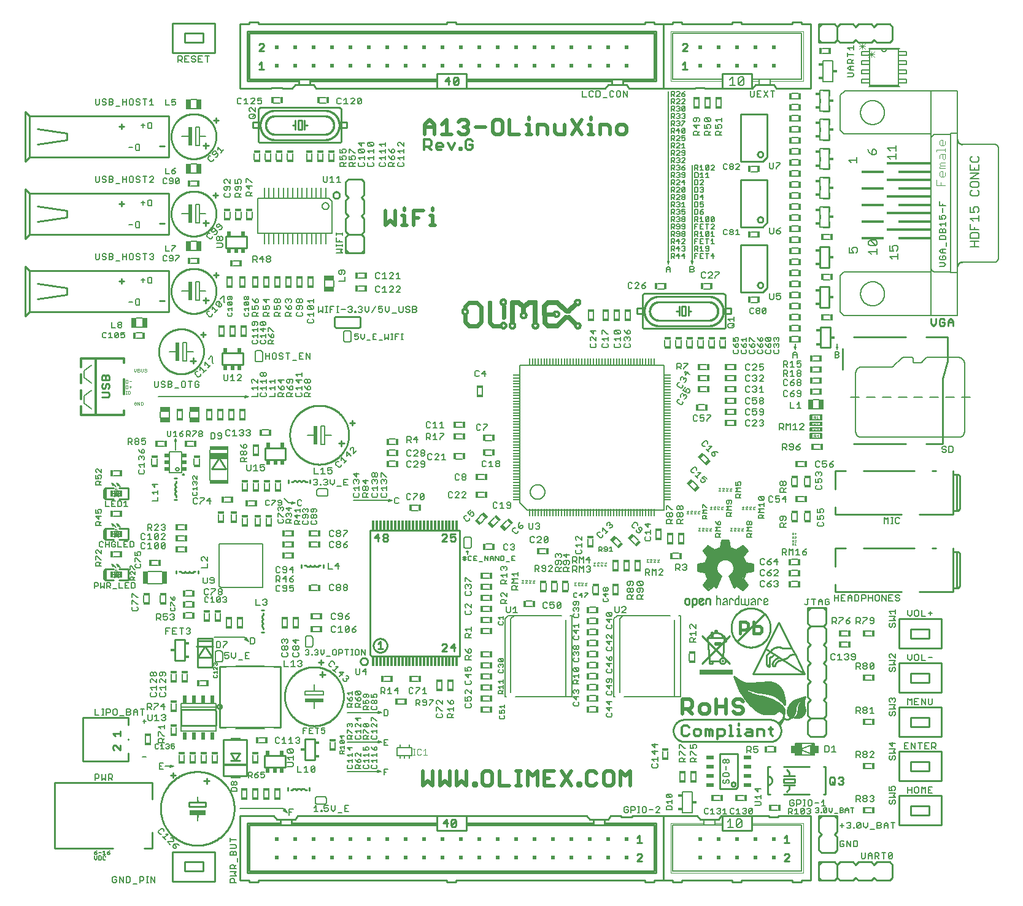
<source format=gto>
G04 EAGLE Gerber RS-274X export*
G75*
%MOMM*%
%FSLAX34Y34*%
%LPD*%
%INTop Silkscreen*%
%IPPOS*%
%AMOC8*
5,1,8,0,0,1.08239X$1,22.5*%
G01*
%ADD10C,0.203200*%
%ADD11C,0.254000*%
%ADD12C,0.508000*%
%ADD13C,0.355600*%
%ADD14C,0.152400*%
%ADD15C,0.127000*%
%ADD16C,0.177800*%
%ADD17R,0.406400X0.863600*%
%ADD18R,0.863600X0.406400*%
%ADD19C,0.025400*%
%ADD20R,0.650000X1.400000*%
%ADD21C,0.050800*%
%ADD22R,0.508000X0.508000*%
%ADD23C,0.406400*%
%ADD24R,4.572000X0.762000*%
%ADD25C,0.609600*%
%ADD26C,0.558800*%
%ADD27C,0.660400*%
%ADD28C,0.304800*%
%ADD29C,0.076200*%
%ADD30R,0.317400X0.698400*%
%ADD31R,0.317400X0.508000*%
%ADD32R,0.490000X1.100000*%
%ADD33R,0.500000X0.650000*%
%ADD34R,2.286000X0.635000*%
%ADD35C,0.200000*%
%ADD36C,0.199800*%
%ADD37R,0.504600X1.800000*%
%ADD38R,0.500000X1.800000*%
%ADD39R,0.700000X1.000000*%
%ADD40R,0.230000X0.999000*%
%ADD41R,0.999000X0.230000*%
%ADD42R,0.508000X2.540000*%
%ADD43R,1.400000X0.650000*%
%ADD44C,0.101600*%
%ADD45R,0.250000X1.550000*%
%ADD46R,1.100100X0.490200*%
%ADD47R,0.650000X0.500000*%
%ADD48R,0.736600X1.752600*%
%ADD49R,0.584200X0.457200*%
%ADD50R,0.300000X0.850000*%
%ADD51R,1.350000X0.250000*%
%ADD52R,3.302000X0.381000*%
%ADD53C,0.015238*%
%ADD54R,6.100000X0.400000*%
%ADD55R,4.509000X0.400000*%
%ADD56R,3.100000X0.400000*%
%ADD57R,2.540000X0.508000*%
%ADD58R,2.387600X0.889000*%
%ADD59R,0.250000X0.450000*%

G36*
X896951Y407937D02*
X896951Y407937D01*
X897083Y407942D01*
X897110Y407950D01*
X897137Y407952D01*
X897261Y407996D01*
X897388Y408033D01*
X897411Y408048D01*
X897437Y408057D01*
X897547Y408130D01*
X897660Y408198D01*
X897680Y408217D01*
X897702Y408232D01*
X897817Y408345D01*
X902389Y413425D01*
X902451Y413514D01*
X902515Y413590D01*
X902526Y413614D01*
X902546Y413640D01*
X902556Y413664D01*
X902571Y413686D01*
X902613Y413799D01*
X902650Y413878D01*
X902654Y413898D01*
X902669Y413933D01*
X902673Y413959D01*
X902682Y413984D01*
X902695Y414114D01*
X902710Y414191D01*
X902709Y414207D01*
X902715Y414248D01*
X902712Y414274D01*
X902715Y414300D01*
X902696Y414432D01*
X902694Y414446D01*
X902690Y414508D01*
X902686Y414520D01*
X902682Y414564D01*
X902672Y414589D01*
X902669Y414615D01*
X902617Y414738D01*
X902607Y414765D01*
X902592Y414810D01*
X902587Y414819D01*
X902571Y414862D01*
X902551Y414894D01*
X902545Y414908D01*
X902532Y414926D01*
X902487Y415000D01*
X897056Y422793D01*
X900815Y431195D01*
X910083Y433097D01*
X910226Y433145D01*
X910367Y433191D01*
X910375Y433196D01*
X910384Y433199D01*
X910510Y433281D01*
X910636Y433361D01*
X910643Y433368D01*
X910650Y433373D01*
X910751Y433484D01*
X910854Y433593D01*
X910859Y433601D01*
X910865Y433608D01*
X910935Y433741D01*
X911008Y433871D01*
X911010Y433880D01*
X911014Y433889D01*
X911050Y434035D01*
X911087Y434179D01*
X911088Y434192D01*
X911089Y434198D01*
X911089Y434211D01*
X911097Y434340D01*
X911097Y441452D01*
X911079Y441595D01*
X911064Y441739D01*
X911059Y441753D01*
X911057Y441768D01*
X911004Y441902D01*
X910954Y442037D01*
X910946Y442049D01*
X910940Y442063D01*
X910855Y442180D01*
X910774Y442299D01*
X910762Y442308D01*
X910754Y442321D01*
X910642Y442413D01*
X910533Y442507D01*
X910520Y442514D01*
X910509Y442523D01*
X910378Y442585D01*
X910249Y442649D01*
X910229Y442655D01*
X910221Y442659D01*
X910203Y442662D01*
X910094Y442693D01*
X900116Y444831D01*
X897034Y453418D01*
X902704Y460741D01*
X902715Y460760D01*
X902730Y460776D01*
X902795Y460896D01*
X902865Y461015D01*
X902871Y461036D01*
X902882Y461055D01*
X902916Y461189D01*
X902954Y461320D01*
X902954Y461342D01*
X902960Y461363D01*
X902959Y461501D01*
X902964Y461638D01*
X902959Y461659D01*
X902959Y461681D01*
X902924Y461815D01*
X902894Y461949D01*
X902884Y461968D01*
X902879Y461989D01*
X902812Y462109D01*
X902750Y462232D01*
X902735Y462248D01*
X902725Y462267D01*
X902621Y462391D01*
X898049Y467217D01*
X898029Y467234D01*
X898012Y467255D01*
X897921Y467323D01*
X897907Y467336D01*
X897897Y467342D01*
X897804Y467419D01*
X897779Y467430D01*
X897758Y467446D01*
X897635Y467497D01*
X897515Y467553D01*
X897489Y467558D01*
X897464Y467568D01*
X897333Y467587D01*
X897203Y467611D01*
X897176Y467609D01*
X897149Y467613D01*
X897018Y467599D01*
X896885Y467590D01*
X896860Y467581D01*
X896833Y467579D01*
X896709Y467532D01*
X896583Y467490D01*
X896561Y467476D01*
X896536Y467467D01*
X896398Y467383D01*
X887628Y461219D01*
X879447Y465420D01*
X877287Y475500D01*
X877284Y475509D01*
X877283Y475519D01*
X877231Y475659D01*
X877182Y475800D01*
X877177Y475808D01*
X877173Y475817D01*
X877089Y475940D01*
X877006Y476065D01*
X876998Y476071D01*
X876993Y476079D01*
X876881Y476177D01*
X876769Y476277D01*
X876760Y476282D01*
X876753Y476288D01*
X876620Y476355D01*
X876487Y476424D01*
X876478Y476426D01*
X876469Y476431D01*
X876323Y476463D01*
X876177Y476496D01*
X876168Y476496D01*
X876158Y476498D01*
X875997Y476502D01*
X869393Y476248D01*
X869266Y476227D01*
X869138Y476212D01*
X869110Y476201D01*
X869079Y476196D01*
X868962Y476144D01*
X868842Y476098D01*
X868817Y476080D01*
X868788Y476068D01*
X868687Y475988D01*
X868582Y475914D01*
X868563Y475891D01*
X868539Y475871D01*
X868460Y475769D01*
X868377Y475671D01*
X868364Y475643D01*
X868345Y475619D01*
X868295Y475500D01*
X868239Y475384D01*
X868228Y475342D01*
X868221Y475326D01*
X868218Y475304D01*
X868197Y475229D01*
X866289Y465687D01*
X858474Y461898D01*
X858469Y461895D01*
X858463Y461893D01*
X858324Y461812D01*
X857559Y461302D01*
X852732Y465032D01*
X849976Y467537D01*
X849883Y467602D01*
X849795Y467674D01*
X849753Y467693D01*
X849716Y467720D01*
X849609Y467760D01*
X849506Y467808D01*
X849461Y467816D01*
X849418Y467832D01*
X849305Y467845D01*
X849194Y467865D01*
X849148Y467862D01*
X849102Y467867D01*
X848990Y467851D01*
X848876Y467843D01*
X848808Y467825D01*
X848787Y467822D01*
X848770Y467815D01*
X848721Y467802D01*
X847959Y467548D01*
X847876Y467508D01*
X847790Y467478D01*
X847733Y467440D01*
X847672Y467411D01*
X847602Y467352D01*
X847526Y467301D01*
X847441Y467216D01*
X847428Y467206D01*
X847424Y467200D01*
X847411Y467187D01*
X843347Y462615D01*
X843284Y462523D01*
X843214Y462436D01*
X843195Y462392D01*
X843168Y462353D01*
X843129Y462248D01*
X843083Y462146D01*
X843075Y462099D01*
X843059Y462054D01*
X843048Y461943D01*
X843028Y461833D01*
X843032Y461785D01*
X843027Y461738D01*
X843044Y461627D01*
X843053Y461516D01*
X843068Y461471D01*
X843076Y461423D01*
X843120Y461321D01*
X843156Y461215D01*
X843192Y461151D01*
X843201Y461131D01*
X843212Y461117D01*
X843235Y461075D01*
X848726Y452720D01*
X845630Y444317D01*
X836143Y442182D01*
X836014Y442135D01*
X835883Y442093D01*
X835864Y442081D01*
X835844Y442074D01*
X835731Y441997D01*
X835614Y441923D01*
X835599Y441907D01*
X835582Y441895D01*
X835491Y441792D01*
X835396Y441691D01*
X835386Y441672D01*
X835371Y441656D01*
X835309Y441534D01*
X835242Y441413D01*
X835237Y441392D01*
X835227Y441373D01*
X835215Y441319D01*
X835215Y441318D01*
X835214Y441315D01*
X835197Y441238D01*
X835163Y441105D01*
X835161Y441075D01*
X835158Y441062D01*
X835159Y441042D01*
X835157Y441016D01*
X835155Y441006D01*
X835156Y440995D01*
X835153Y440944D01*
X835153Y434086D01*
X835170Y433951D01*
X835182Y433816D01*
X835190Y433794D01*
X835193Y433770D01*
X835242Y433644D01*
X835288Y433516D01*
X835301Y433497D01*
X835310Y433475D01*
X835389Y433365D01*
X835465Y433252D01*
X835483Y433237D01*
X835496Y433217D01*
X835601Y433131D01*
X835702Y433041D01*
X835723Y433030D01*
X835741Y433015D01*
X835864Y432957D01*
X835985Y432894D01*
X836017Y432885D01*
X836029Y432879D01*
X836050Y432875D01*
X836139Y432849D01*
X844412Y430958D01*
X848201Y422488D01*
X843208Y414165D01*
X843200Y414149D01*
X843190Y414134D01*
X843136Y414003D01*
X843079Y413874D01*
X843077Y413856D01*
X843070Y413839D01*
X843051Y413700D01*
X843028Y413560D01*
X843029Y413542D01*
X843027Y413524D01*
X843043Y413384D01*
X843056Y413243D01*
X843062Y413226D01*
X843064Y413208D01*
X843114Y413077D01*
X843161Y412943D01*
X843171Y412928D01*
X843178Y412912D01*
X843259Y412797D01*
X843338Y412679D01*
X843352Y412667D01*
X843362Y412652D01*
X843478Y412541D01*
X848304Y408477D01*
X848380Y408428D01*
X848449Y408372D01*
X848513Y408342D01*
X848571Y408304D01*
X848656Y408276D01*
X848738Y408238D01*
X848806Y408226D01*
X848873Y408203D01*
X848962Y408197D01*
X849050Y408181D01*
X849120Y408186D01*
X849190Y408181D01*
X849278Y408197D01*
X849368Y408203D01*
X849434Y408225D01*
X849503Y408237D01*
X849585Y408275D01*
X849670Y408303D01*
X849778Y408364D01*
X849792Y408370D01*
X849798Y408374D01*
X849810Y408381D01*
X857001Y413021D01*
X859109Y411679D01*
X859185Y411643D01*
X859256Y411599D01*
X859328Y411576D01*
X859396Y411543D01*
X859479Y411528D01*
X859559Y411502D01*
X859634Y411498D01*
X859708Y411483D01*
X859792Y411489D01*
X859876Y411484D01*
X859951Y411498D01*
X860026Y411503D01*
X860106Y411529D01*
X860188Y411545D01*
X860257Y411577D01*
X860329Y411601D01*
X860400Y411646D01*
X860476Y411682D01*
X860534Y411730D01*
X860597Y411771D01*
X860655Y411832D01*
X860720Y411886D01*
X860764Y411947D01*
X860815Y412002D01*
X860856Y412076D01*
X860905Y412144D01*
X860965Y412273D01*
X860969Y412280D01*
X860970Y412284D01*
X860973Y412290D01*
X866307Y426006D01*
X866335Y426120D01*
X866371Y426231D01*
X866374Y426273D01*
X866384Y426314D01*
X866383Y426432D01*
X866391Y426549D01*
X866383Y426590D01*
X866382Y426633D01*
X866352Y426746D01*
X866330Y426861D01*
X866312Y426899D01*
X866301Y426940D01*
X866244Y427042D01*
X866194Y427149D01*
X866157Y427200D01*
X866147Y427218D01*
X866133Y427232D01*
X866099Y427279D01*
X861242Y433107D01*
X860098Y440196D01*
X863745Y446577D01*
X871394Y450286D01*
X878529Y448905D01*
X882841Y445273D01*
X884937Y439453D01*
X884937Y434904D01*
X881674Y428611D01*
X879660Y427268D01*
X879556Y427178D01*
X879448Y427091D01*
X879435Y427074D01*
X879420Y427060D01*
X879341Y426946D01*
X879258Y426835D01*
X879250Y426816D01*
X879238Y426799D01*
X879190Y426669D01*
X879138Y426541D01*
X879135Y426520D01*
X879128Y426500D01*
X879114Y426363D01*
X879095Y426226D01*
X879097Y426205D01*
X879095Y426184D01*
X879115Y426048D01*
X879131Y425910D01*
X879140Y425882D01*
X879142Y425869D01*
X879150Y425851D01*
X879179Y425756D01*
X884259Y412548D01*
X884269Y412530D01*
X884275Y412510D01*
X884344Y412390D01*
X884410Y412268D01*
X884424Y412253D01*
X884435Y412234D01*
X884532Y412136D01*
X884625Y412034D01*
X884643Y412023D01*
X884658Y412008D01*
X884776Y411936D01*
X884892Y411861D01*
X884912Y411854D01*
X884930Y411844D01*
X885062Y411804D01*
X885193Y411760D01*
X885215Y411758D01*
X885235Y411752D01*
X885372Y411747D01*
X885511Y411737D01*
X885531Y411740D01*
X885552Y411739D01*
X885688Y411768D01*
X885824Y411793D01*
X885843Y411802D01*
X885863Y411806D01*
X886012Y411869D01*
X888418Y413072D01*
X895420Y408638D01*
X896170Y408138D01*
X896195Y408126D01*
X896216Y408109D01*
X896337Y408055D01*
X896455Y407996D01*
X896481Y407990D01*
X896506Y407979D01*
X896637Y407957D01*
X896766Y407929D01*
X896793Y407931D01*
X896820Y407926D01*
X896951Y407937D01*
G37*
D10*
X351536Y237744D02*
X399288Y237744D01*
X394208Y239014D01*
X394208Y236474D01*
X399288Y237744D01*
X209550Y341630D02*
X167640Y341630D01*
X209550Y341630D02*
X214884Y336296D01*
X215018Y336161D02*
X212324Y340651D01*
X210528Y338855D01*
X215018Y336161D01*
X203200Y105410D02*
X262890Y105410D01*
X268224Y100076D01*
X268358Y99941D02*
X265664Y104431D01*
X263868Y102635D01*
X268358Y99941D01*
X351536Y156464D02*
X398526Y156464D01*
X393446Y157734D01*
X393446Y155194D01*
X398526Y156464D01*
X114554Y599948D02*
X114554Y616458D01*
X113538Y611886D01*
X115570Y611886D01*
X114554Y616458D01*
X351536Y197104D02*
X399288Y197104D01*
X394208Y198374D01*
X394208Y195834D01*
X399288Y197104D01*
X111760Y163830D02*
X100330Y163830D01*
X106680Y165100D02*
X111760Y163830D01*
X106680Y165100D02*
X106680Y162560D01*
X111760Y163830D01*
X360172Y530352D02*
X413512Y530352D01*
X408432Y531622D01*
X408432Y529082D01*
X413512Y530352D01*
X270510Y527050D02*
X264160Y533400D01*
X270510Y527050D02*
X279400Y527050D01*
X274320Y528320D01*
X274320Y525780D01*
X279400Y527050D01*
X969264Y738632D02*
X969264Y746760D01*
X970280Y742696D02*
X969264Y738632D01*
X970280Y742696D02*
X968248Y742696D01*
X969264Y738632D01*
X794512Y856488D02*
X794512Y1094232D01*
X795528Y860552D02*
X794512Y856488D01*
X795528Y860552D02*
X793496Y860552D01*
X794512Y856488D01*
X827024Y856488D02*
X827024Y992632D01*
X828040Y860552D02*
X827024Y856488D01*
X828040Y860552D02*
X826008Y860552D01*
X827024Y856488D01*
X1027176Y746760D02*
X1027176Y738632D01*
X1028192Y742696D01*
X1026160Y742696D01*
X1027176Y738632D01*
X215392Y673608D02*
X90424Y673608D01*
X210312Y674878D02*
X215392Y673608D01*
X210312Y674878D02*
X210312Y672338D01*
X215392Y673608D01*
X517144Y461264D02*
X517144Y456184D01*
X516128Y459232D02*
X517144Y461264D01*
X516128Y459232D02*
X518160Y459232D01*
X517144Y461264D01*
D11*
X986790Y226060D02*
X990600Y229870D01*
X986790Y226060D02*
X986790Y208280D01*
X990600Y204470D01*
X1008380Y204470D01*
X1012190Y208280D01*
X1012190Y226060D01*
X1008380Y229870D01*
D12*
X458470Y1035050D02*
X458470Y1048608D01*
X465249Y1055387D01*
X472028Y1048608D01*
X472028Y1035050D01*
X472028Y1045219D02*
X458470Y1045219D01*
X481858Y1048608D02*
X488637Y1055387D01*
X488637Y1035050D01*
X481858Y1035050D02*
X495416Y1035050D01*
X505246Y1051998D02*
X508636Y1055387D01*
X515415Y1055387D01*
X518804Y1051998D01*
X518804Y1048608D01*
X515415Y1045219D01*
X512025Y1045219D01*
X515415Y1045219D02*
X518804Y1041829D01*
X518804Y1038440D01*
X515415Y1035050D01*
X508636Y1035050D01*
X505246Y1038440D01*
X528634Y1045219D02*
X542192Y1045219D01*
X555411Y1055387D02*
X562191Y1055387D01*
X555411Y1055387D02*
X552022Y1051998D01*
X552022Y1038440D01*
X555411Y1035050D01*
X562191Y1035050D01*
X565580Y1038440D01*
X565580Y1051998D01*
X562191Y1055387D01*
X575410Y1055387D02*
X575410Y1035050D01*
X588968Y1035050D01*
X598798Y1048608D02*
X602187Y1048608D01*
X602187Y1035050D01*
X598798Y1035050D02*
X605577Y1035050D01*
X602187Y1055387D02*
X602187Y1058777D01*
X614390Y1048608D02*
X614390Y1035050D01*
X614390Y1048608D02*
X624558Y1048608D01*
X627948Y1045219D01*
X627948Y1035050D01*
X637778Y1038440D02*
X637778Y1048608D01*
X637778Y1038440D02*
X641167Y1035050D01*
X651336Y1035050D01*
X651336Y1048608D01*
X661166Y1055387D02*
X674724Y1035050D01*
X661166Y1035050D02*
X674724Y1055387D01*
X684554Y1048608D02*
X687943Y1048608D01*
X687943Y1035050D01*
X684554Y1035050D02*
X691333Y1035050D01*
X687943Y1055387D02*
X687943Y1058777D01*
X700146Y1048608D02*
X700146Y1035050D01*
X700146Y1048608D02*
X710314Y1048608D01*
X713704Y1045219D01*
X713704Y1035050D01*
X726923Y1035050D02*
X733702Y1035050D01*
X737092Y1038440D01*
X737092Y1045219D01*
X733702Y1048608D01*
X726923Y1048608D01*
X723534Y1045219D01*
X723534Y1038440D01*
X726923Y1035050D01*
D11*
X174165Y1054612D02*
X167386Y1054612D01*
X170776Y1051223D02*
X170776Y1058002D01*
D13*
X457708Y1028204D02*
X457708Y1013968D01*
X457708Y1028204D02*
X464826Y1028204D01*
X467199Y1025831D01*
X467199Y1021086D01*
X464826Y1018713D01*
X457708Y1018713D01*
X462453Y1018713D02*
X467199Y1013968D01*
X476452Y1013968D02*
X481198Y1013968D01*
X476452Y1013968D02*
X474080Y1016341D01*
X474080Y1021086D01*
X476452Y1023459D01*
X481198Y1023459D01*
X483570Y1021086D01*
X483570Y1018713D01*
X474080Y1018713D01*
X490451Y1023459D02*
X495197Y1013968D01*
X499942Y1023459D01*
X506823Y1016341D02*
X506823Y1013968D01*
X506823Y1016341D02*
X509195Y1016341D01*
X509195Y1013968D01*
X506823Y1013968D01*
X522127Y1028204D02*
X524499Y1025831D01*
X522127Y1028204D02*
X517381Y1028204D01*
X515008Y1025831D01*
X515008Y1016341D01*
X517381Y1013968D01*
X522127Y1013968D01*
X524499Y1016341D01*
X524499Y1021086D01*
X519754Y1021086D01*
D14*
X73748Y225809D02*
X69342Y225809D01*
X71545Y228012D02*
X71545Y223606D01*
X73494Y176787D02*
X69088Y176787D01*
D15*
X6057Y47375D02*
X4362Y46528D01*
X2667Y44833D01*
X2667Y43138D01*
X3514Y42291D01*
X5209Y42291D01*
X6057Y43138D01*
X6057Y43986D01*
X5209Y44833D01*
X2667Y44833D01*
X8514Y44833D02*
X11904Y44833D01*
X14361Y45681D02*
X16056Y47375D01*
X16056Y42291D01*
X14361Y42291D02*
X17751Y42291D01*
X21903Y46528D02*
X23597Y47375D01*
X21903Y46528D02*
X20208Y44833D01*
X20208Y43138D01*
X21055Y42291D01*
X22750Y42291D01*
X23597Y43138D01*
X23597Y43986D01*
X22750Y44833D01*
X20208Y44833D01*
X2667Y40009D02*
X2667Y36620D01*
X4362Y34925D01*
X6057Y36620D01*
X6057Y40009D01*
X8514Y40009D02*
X8514Y34925D01*
X11056Y34925D01*
X11904Y35772D01*
X11904Y39162D01*
X11056Y40009D01*
X8514Y40009D01*
X16903Y40009D02*
X17751Y39162D01*
X16903Y40009D02*
X15208Y40009D01*
X14361Y39162D01*
X14361Y35772D01*
X15208Y34925D01*
X16903Y34925D01*
X17751Y35772D01*
D10*
X791718Y845312D02*
X791718Y850735D01*
X794430Y853447D01*
X797141Y850735D01*
X797141Y845312D01*
X797141Y849379D02*
X791718Y849379D01*
X824230Y845312D02*
X824230Y853447D01*
X828297Y853447D01*
X829653Y852091D01*
X829653Y850735D01*
X828297Y849379D01*
X829653Y848024D01*
X829653Y846668D01*
X828297Y845312D01*
X824230Y845312D01*
X824230Y849379D02*
X828297Y849379D01*
X402336Y241815D02*
X402336Y233680D01*
X406403Y233680D01*
X407759Y235036D01*
X407759Y240459D01*
X406403Y241815D01*
X402336Y241815D01*
X218186Y332486D02*
X218186Y340621D01*
X218186Y332486D02*
X222253Y332486D01*
X223609Y333842D01*
X223609Y339265D01*
X222253Y340621D01*
X218186Y340621D01*
X271526Y104401D02*
X271526Y96266D01*
X271526Y104401D02*
X276949Y104401D01*
X274238Y100333D02*
X271526Y100333D01*
D16*
X402209Y152273D02*
X402209Y159645D01*
X407124Y159645D01*
X404666Y155959D02*
X402209Y155959D01*
X402209Y200285D02*
X407124Y200285D01*
X402209Y200285D02*
X402209Y192913D01*
X407124Y192913D01*
X404666Y196599D02*
X402209Y196599D01*
D10*
X97879Y167901D02*
X92456Y167901D01*
X92456Y159766D01*
X97879Y159766D01*
X95168Y163833D02*
X92456Y163833D01*
D11*
X166116Y951742D02*
X172895Y951742D01*
X169506Y948353D02*
X169506Y955132D01*
X167386Y841252D02*
X174165Y841252D01*
X170776Y837863D02*
X170776Y844642D01*
X155877Y758956D02*
X149098Y758956D01*
X152488Y755567D02*
X152488Y762346D01*
X114475Y151642D02*
X107696Y151642D01*
X111086Y148253D02*
X111086Y155032D01*
D12*
X455930Y157243D02*
X455930Y136906D01*
X462709Y143685D01*
X469488Y136906D01*
X469488Y157243D01*
X479318Y157243D02*
X479318Y136906D01*
X486097Y143685D01*
X492876Y136906D01*
X492876Y157243D01*
X502706Y157243D02*
X502706Y136906D01*
X509485Y143685D01*
X516264Y136906D01*
X516264Y157243D01*
X526094Y140296D02*
X526094Y136906D01*
X526094Y140296D02*
X529483Y140296D01*
X529483Y136906D01*
X526094Y136906D01*
X541177Y157243D02*
X547957Y157243D01*
X541177Y157243D02*
X537788Y153854D01*
X537788Y140296D01*
X541177Y136906D01*
X547957Y136906D01*
X551346Y140296D01*
X551346Y153854D01*
X547957Y157243D01*
X561176Y157243D02*
X561176Y136906D01*
X574734Y136906D01*
X584564Y136906D02*
X591343Y136906D01*
X587953Y136906D02*
X587953Y157243D01*
X584564Y157243D02*
X591343Y157243D01*
X600156Y157243D02*
X600156Y136906D01*
X606935Y150464D02*
X600156Y157243D01*
X606935Y150464D02*
X613714Y157243D01*
X613714Y136906D01*
X623544Y157243D02*
X637102Y157243D01*
X623544Y157243D02*
X623544Y136906D01*
X637102Y136906D01*
X630323Y147075D02*
X623544Y147075D01*
X646932Y157243D02*
X660490Y136906D01*
X646932Y136906D02*
X660490Y157243D01*
X670320Y140296D02*
X670320Y136906D01*
X670320Y140296D02*
X673709Y140296D01*
X673709Y136906D01*
X670320Y136906D01*
X692182Y157243D02*
X695572Y153854D01*
X692182Y157243D02*
X685403Y157243D01*
X682014Y153854D01*
X682014Y140296D01*
X685403Y136906D01*
X692182Y136906D01*
X695572Y140296D01*
X708791Y157243D02*
X715570Y157243D01*
X708791Y157243D02*
X705402Y153854D01*
X705402Y140296D01*
X708791Y136906D01*
X715570Y136906D01*
X718960Y140296D01*
X718960Y153854D01*
X715570Y157243D01*
X728790Y157243D02*
X728790Y136906D01*
X735569Y150464D02*
X728790Y157243D01*
X735569Y150464D02*
X742348Y157243D01*
X742348Y136906D01*
D11*
X1156940Y774280D02*
X1156940Y781059D01*
X1156940Y774280D02*
X1160330Y770890D01*
X1163719Y774280D01*
X1163719Y781059D01*
X1173718Y781059D02*
X1175413Y779364D01*
X1173718Y781059D02*
X1170329Y781059D01*
X1168634Y779364D01*
X1168634Y772585D01*
X1170329Y770890D01*
X1173718Y770890D01*
X1175413Y772585D01*
X1175413Y775974D01*
X1172024Y775974D01*
X1180328Y777669D02*
X1180328Y770890D01*
X1180328Y777669D02*
X1183718Y781059D01*
X1187107Y777669D01*
X1187107Y770890D01*
X1187107Y775974D02*
X1180328Y775974D01*
D10*
X422491Y533067D02*
X421135Y534423D01*
X418424Y534423D01*
X417068Y533067D01*
X417068Y527644D01*
X418424Y526288D01*
X421135Y526288D01*
X422491Y527644D01*
X288379Y529765D02*
X287023Y531121D01*
X284312Y531121D01*
X282956Y529765D01*
X282956Y524342D01*
X284312Y522986D01*
X287023Y522986D01*
X288379Y524342D01*
X966470Y727456D02*
X966470Y732879D01*
X969182Y735591D01*
X971893Y732879D01*
X971893Y727456D01*
X971893Y731523D02*
X966470Y731523D01*
X1024382Y727456D02*
X1024382Y735591D01*
X1028449Y735591D01*
X1029805Y734235D01*
X1029805Y732879D01*
X1028449Y731523D01*
X1029805Y730168D01*
X1029805Y728812D01*
X1028449Y727456D01*
X1024382Y727456D01*
X1024382Y731523D02*
X1028449Y731523D01*
D12*
X403860Y909828D02*
X403860Y930165D01*
X410639Y916607D02*
X403860Y909828D01*
X410639Y916607D02*
X417418Y909828D01*
X417418Y930165D01*
X427248Y923386D02*
X430638Y923386D01*
X430638Y909828D01*
X434027Y909828D02*
X427248Y909828D01*
X430638Y930165D02*
X430638Y933555D01*
X442840Y930165D02*
X442840Y909828D01*
X442840Y930165D02*
X456398Y930165D01*
X449619Y919997D02*
X442840Y919997D01*
X466228Y923386D02*
X469617Y923386D01*
X469617Y909828D01*
X466228Y909828D02*
X473007Y909828D01*
X469617Y930165D02*
X469617Y933555D01*
D10*
X1124966Y378975D02*
X1124966Y373552D01*
X1127678Y370840D01*
X1130389Y373552D01*
X1130389Y378975D01*
X1135677Y378975D02*
X1138389Y378975D01*
X1135677Y378975D02*
X1134321Y377619D01*
X1134321Y372196D01*
X1135677Y370840D01*
X1138389Y370840D01*
X1139744Y372196D01*
X1139744Y377619D01*
X1138389Y378975D01*
X1143676Y378975D02*
X1143676Y370840D01*
X1149100Y370840D01*
X1153032Y374907D02*
X1158455Y374907D01*
X1155743Y372196D02*
X1155743Y377619D01*
X1124966Y318015D02*
X1124966Y312592D01*
X1127678Y309880D01*
X1130389Y312592D01*
X1130389Y318015D01*
X1135677Y318015D02*
X1138389Y318015D01*
X1135677Y318015D02*
X1134321Y316659D01*
X1134321Y311236D01*
X1135677Y309880D01*
X1138389Y309880D01*
X1139744Y311236D01*
X1139744Y316659D01*
X1138389Y318015D01*
X1143676Y318015D02*
X1143676Y309880D01*
X1149100Y309880D01*
X1153032Y313947D02*
X1158455Y313947D01*
X1124966Y257055D02*
X1124966Y248920D01*
X1127678Y254343D02*
X1124966Y257055D01*
X1127678Y254343D02*
X1130389Y257055D01*
X1130389Y248920D01*
X1134321Y257055D02*
X1139744Y257055D01*
X1134321Y257055D02*
X1134321Y248920D01*
X1139744Y248920D01*
X1137033Y252987D02*
X1134321Y252987D01*
X1143676Y248920D02*
X1143676Y257055D01*
X1149100Y248920D01*
X1149100Y257055D01*
X1153032Y257055D02*
X1153032Y250276D01*
X1154387Y248920D01*
X1157099Y248920D01*
X1158455Y250276D01*
X1158455Y257055D01*
X1125817Y196095D02*
X1120394Y196095D01*
X1120394Y187960D01*
X1125817Y187960D01*
X1123106Y192027D02*
X1120394Y192027D01*
X1129749Y187960D02*
X1129749Y196095D01*
X1135172Y187960D01*
X1135172Y196095D01*
X1141816Y196095D02*
X1141816Y187960D01*
X1139104Y196095D02*
X1144528Y196095D01*
X1148460Y196095D02*
X1153883Y196095D01*
X1148460Y196095D02*
X1148460Y187960D01*
X1153883Y187960D01*
X1151171Y192027D02*
X1148460Y192027D01*
X1157815Y187960D02*
X1157815Y196095D01*
X1161882Y196095D01*
X1163238Y194739D01*
X1163238Y192027D01*
X1161882Y190672D01*
X1157815Y190672D01*
X1160526Y190672D02*
X1163238Y187960D01*
X1124966Y135135D02*
X1124966Y127000D01*
X1124966Y131067D02*
X1130389Y131067D01*
X1130389Y127000D02*
X1130389Y135135D01*
X1135677Y135135D02*
X1138389Y135135D01*
X1135677Y135135D02*
X1134321Y133779D01*
X1134321Y128356D01*
X1135677Y127000D01*
X1138389Y127000D01*
X1139744Y128356D01*
X1139744Y133779D01*
X1138389Y135135D01*
X1143676Y135135D02*
X1143676Y127000D01*
X1146388Y132423D02*
X1143676Y135135D01*
X1146388Y132423D02*
X1149100Y135135D01*
X1149100Y127000D01*
X1153032Y135135D02*
X1158455Y135135D01*
X1153032Y135135D02*
X1153032Y127000D01*
X1158455Y127000D01*
X1155743Y131067D02*
X1153032Y131067D01*
D11*
X361617Y637036D02*
X354838Y637036D01*
X358228Y633647D02*
X358228Y640426D01*
X318691Y307090D02*
X311912Y307090D01*
X315302Y303701D02*
X315302Y310480D01*
D10*
X1031240Y82299D02*
X1036663Y82299D01*
X1033952Y79588D02*
X1033952Y85011D01*
X1040595Y85011D02*
X1041951Y86367D01*
X1044663Y86367D01*
X1046018Y85011D01*
X1046018Y83655D01*
X1044663Y82299D01*
X1043307Y82299D01*
X1044663Y82299D02*
X1046018Y80944D01*
X1046018Y79588D01*
X1044663Y78232D01*
X1041951Y78232D01*
X1040595Y79588D01*
X1049950Y79588D02*
X1049950Y78232D01*
X1049950Y79588D02*
X1051306Y79588D01*
X1051306Y78232D01*
X1049950Y78232D01*
X1054628Y79588D02*
X1054628Y85011D01*
X1055984Y86367D01*
X1058695Y86367D01*
X1060051Y85011D01*
X1060051Y79588D01*
X1058695Y78232D01*
X1055984Y78232D01*
X1054628Y79588D01*
X1060051Y85011D01*
X1063983Y86367D02*
X1063983Y80944D01*
X1066695Y78232D01*
X1069406Y80944D01*
X1069406Y86367D01*
X1073338Y76876D02*
X1078762Y76876D01*
X1082694Y78232D02*
X1082694Y86367D01*
X1086761Y86367D01*
X1088117Y85011D01*
X1088117Y83655D01*
X1086761Y82299D01*
X1088117Y80944D01*
X1088117Y79588D01*
X1086761Y78232D01*
X1082694Y78232D01*
X1082694Y82299D02*
X1086761Y82299D01*
X1092049Y83655D02*
X1092049Y78232D01*
X1092049Y83655D02*
X1094760Y86367D01*
X1097472Y83655D01*
X1097472Y78232D01*
X1097472Y82299D02*
X1092049Y82299D01*
X1104116Y78232D02*
X1104116Y86367D01*
X1106827Y86367D02*
X1101404Y86367D01*
X1036663Y59611D02*
X1035307Y60967D01*
X1032596Y60967D01*
X1031240Y59611D01*
X1031240Y54188D01*
X1032596Y52832D01*
X1035307Y52832D01*
X1036663Y54188D01*
X1036663Y56899D01*
X1033952Y56899D01*
X1040595Y52832D02*
X1040595Y60967D01*
X1046018Y52832D01*
X1046018Y60967D01*
X1049950Y60967D02*
X1049950Y52832D01*
X1054018Y52832D01*
X1055374Y54188D01*
X1055374Y59611D01*
X1054018Y60967D01*
X1049950Y60967D01*
D11*
X82550Y140764D02*
X-52450Y140764D01*
X-52450Y50244D01*
X82550Y118364D02*
X82550Y140764D01*
X82550Y72644D02*
X82550Y50244D01*
X27940Y50244D02*
X-52450Y50244D01*
X71120Y50244D02*
X82550Y50244D01*
D10*
X3556Y144526D02*
X3556Y152661D01*
X7623Y152661D01*
X8979Y151305D01*
X8979Y148593D01*
X7623Y147238D01*
X3556Y147238D01*
X12911Y144526D02*
X12911Y152661D01*
X15623Y147238D02*
X12911Y144526D01*
X15623Y147238D02*
X18334Y144526D01*
X18334Y152661D01*
X22266Y152661D02*
X22266Y144526D01*
X22266Y152661D02*
X26334Y152661D01*
X27690Y151305D01*
X27690Y148593D01*
X26334Y147238D01*
X22266Y147238D01*
X24978Y147238D02*
X27690Y144526D01*
X31811Y11281D02*
X33167Y9925D01*
X31811Y11281D02*
X29100Y11281D01*
X27744Y9925D01*
X27744Y4502D01*
X29100Y3146D01*
X31811Y3146D01*
X33167Y4502D01*
X33167Y7213D01*
X30456Y7213D01*
X37099Y3146D02*
X37099Y11281D01*
X42522Y3146D01*
X42522Y11281D01*
X46454Y11281D02*
X46454Y3146D01*
X50522Y3146D01*
X51878Y4502D01*
X51878Y9925D01*
X50522Y11281D01*
X46454Y11281D01*
X55810Y1790D02*
X61233Y1790D01*
X65165Y3146D02*
X65165Y11281D01*
X69232Y11281D01*
X70588Y9925D01*
X70588Y7213D01*
X69232Y5858D01*
X65165Y5858D01*
X74520Y3146D02*
X77232Y3146D01*
X75876Y3146D02*
X75876Y11281D01*
X74520Y11281D02*
X77232Y11281D01*
X80757Y11281D02*
X80757Y3146D01*
X86180Y3146D02*
X80757Y11281D01*
X86180Y11281D02*
X86180Y3146D01*
D14*
X542542Y463038D02*
X551182Y463038D01*
X551182Y470158D02*
X542542Y470158D01*
D17*
X553212Y466598D03*
X540512Y466598D03*
D10*
X571503Y470161D02*
X572859Y468805D01*
X571503Y470161D02*
X568792Y470161D01*
X567436Y468805D01*
X567436Y463382D01*
X568792Y462026D01*
X571503Y462026D01*
X572859Y463382D01*
X576791Y468805D02*
X578147Y470161D01*
X580859Y470161D01*
X582214Y468805D01*
X582214Y467449D01*
X580859Y466093D01*
X579503Y466093D01*
X580859Y466093D02*
X582214Y464738D01*
X582214Y463382D01*
X580859Y462026D01*
X578147Y462026D01*
X576791Y463382D01*
D14*
X704592Y781810D02*
X704592Y790450D01*
X711712Y790450D02*
X711712Y781810D01*
D18*
X708152Y779780D03*
X708152Y792480D03*
D10*
X704675Y746724D02*
X703319Y745368D01*
X703319Y742656D01*
X704675Y741300D01*
X710098Y741300D01*
X711454Y742656D01*
X711454Y745368D01*
X710098Y746724D01*
X706031Y750656D02*
X703319Y753367D01*
X711454Y753367D01*
X711454Y750656D02*
X711454Y756079D01*
X703319Y760011D02*
X703319Y765434D01*
X704675Y765434D01*
X710098Y760011D01*
X711454Y760011D01*
D14*
X530856Y685548D02*
X530856Y676908D01*
X537976Y676908D02*
X537976Y685548D01*
D18*
X534416Y674878D03*
X534416Y687578D03*
D10*
X533235Y708073D02*
X531879Y709429D01*
X529168Y709429D01*
X527812Y708073D01*
X527812Y702650D01*
X529168Y701294D01*
X531879Y701294D01*
X533235Y702650D01*
X541235Y701294D02*
X541235Y709429D01*
X537167Y705361D01*
X542590Y705361D01*
D14*
X542288Y592832D02*
X550928Y592832D01*
X550928Y599952D02*
X542288Y599952D01*
D17*
X552958Y596392D03*
X540258Y596392D03*
D10*
X541660Y585223D02*
X543016Y583867D01*
X541660Y585223D02*
X538948Y585223D01*
X537592Y583867D01*
X537592Y578444D01*
X538948Y577088D01*
X541660Y577088D01*
X543016Y578444D01*
X546948Y582511D02*
X549659Y585223D01*
X549659Y577088D01*
X546948Y577088D02*
X552371Y577088D01*
X556303Y583867D02*
X557659Y585223D01*
X560370Y585223D01*
X561726Y583867D01*
X561726Y582511D01*
X560370Y581155D01*
X561726Y579800D01*
X561726Y578444D01*
X560370Y577088D01*
X557659Y577088D01*
X556303Y578444D01*
X556303Y579800D01*
X557659Y581155D01*
X556303Y582511D01*
X556303Y583867D01*
X557659Y581155D02*
X560370Y581155D01*
D14*
X542063Y505786D02*
X535954Y499677D01*
X530919Y504712D02*
X537028Y510821D01*
D17*
G36*
X545471Y508123D02*
X542597Y505249D01*
X536491Y511355D01*
X539365Y514229D01*
X545471Y508123D01*
G37*
G36*
X536491Y499143D02*
X533617Y496269D01*
X527511Y502375D01*
X530385Y505249D01*
X536491Y499143D01*
G37*
D10*
X515899Y509625D02*
X513982Y509625D01*
X512064Y507708D01*
X512064Y505790D01*
X515899Y501956D01*
X517817Y501956D01*
X519734Y503873D01*
X519734Y505790D01*
X517721Y513364D02*
X521556Y517199D01*
X517721Y513364D02*
X520597Y510488D01*
X521556Y513364D01*
X522514Y514323D01*
X524432Y514323D01*
X526349Y512405D01*
X526349Y510488D01*
X524432Y508571D01*
X522514Y508571D01*
D14*
X553734Y496034D02*
X559843Y502143D01*
X554808Y507178D02*
X548699Y501069D01*
D17*
G36*
X563251Y504480D02*
X560377Y501606D01*
X554271Y507712D01*
X557145Y510586D01*
X563251Y504480D01*
G37*
G36*
X554271Y495500D02*
X551397Y492626D01*
X545291Y498732D01*
X548165Y501606D01*
X554271Y495500D01*
G37*
D10*
X558210Y526522D02*
X556854Y527878D01*
X554143Y527878D01*
X552787Y526522D01*
X552787Y521099D01*
X554143Y519743D01*
X556854Y519743D01*
X558210Y521099D01*
X562142Y525166D02*
X564854Y527878D01*
X564854Y519743D01*
X567565Y519743D02*
X562142Y519743D01*
X571497Y521099D02*
X572853Y519743D01*
X575565Y519743D01*
X576921Y521099D01*
X576921Y526522D01*
X575565Y527878D01*
X572853Y527878D01*
X571497Y526522D01*
X571497Y525166D01*
X572853Y523810D01*
X576921Y523810D01*
D14*
X576984Y497956D02*
X570875Y491847D01*
X565840Y496882D02*
X571949Y502991D01*
D17*
G36*
X580392Y500293D02*
X577518Y497419D01*
X571412Y503525D01*
X574286Y506399D01*
X580392Y500293D01*
G37*
G36*
X571412Y491313D02*
X568538Y488439D01*
X562432Y494545D01*
X565306Y497419D01*
X571412Y491313D01*
G37*
D10*
X581628Y492571D02*
X583545Y492571D01*
X581628Y492571D02*
X579710Y490653D01*
X579710Y488736D01*
X583545Y484901D01*
X585463Y484901D01*
X587380Y486818D01*
X587380Y488736D01*
X588243Y497268D02*
X589202Y500145D01*
X588243Y497268D02*
X588243Y493434D01*
X590160Y491516D01*
X592078Y491516D01*
X593995Y493434D01*
X593995Y495351D01*
X593036Y496310D01*
X591119Y496310D01*
X588243Y493434D01*
D14*
X616710Y456688D02*
X625350Y456688D01*
X625350Y463808D02*
X616710Y463808D01*
D17*
X627380Y460248D03*
X614680Y460248D03*
D10*
X609689Y478965D02*
X608333Y480321D01*
X605622Y480321D01*
X604266Y478965D01*
X604266Y473542D01*
X605622Y472186D01*
X608333Y472186D01*
X609689Y473542D01*
X613621Y472186D02*
X619044Y472186D01*
X613621Y472186D02*
X619044Y477609D01*
X619044Y478965D01*
X617689Y480321D01*
X614977Y480321D01*
X613621Y478965D01*
X622976Y478965D02*
X622976Y473542D01*
X622976Y478965D02*
X624332Y480321D01*
X627044Y480321D01*
X628400Y478965D01*
X628400Y473542D01*
X627044Y472186D01*
X624332Y472186D01*
X622976Y473542D01*
X628400Y478965D01*
D14*
X550928Y613152D02*
X542288Y613152D01*
X542288Y620272D02*
X550928Y620272D01*
D17*
X552958Y616712D03*
X540258Y616712D03*
D10*
X535267Y633905D02*
X533911Y635261D01*
X531200Y635261D01*
X529844Y633905D01*
X529844Y628482D01*
X531200Y627126D01*
X533911Y627126D01*
X535267Y628482D01*
X539199Y635261D02*
X544622Y635261D01*
X544622Y633905D01*
X539199Y628482D01*
X539199Y627126D01*
D14*
X510288Y587752D02*
X501648Y587752D01*
X501648Y594872D02*
X510288Y594872D01*
D17*
X512318Y591312D03*
X499618Y591312D03*
D10*
X468340Y593519D02*
X466984Y594875D01*
X464272Y594875D01*
X462916Y593519D01*
X462916Y588096D01*
X464272Y586740D01*
X466984Y586740D01*
X468340Y588096D01*
X472272Y586740D02*
X477695Y586740D01*
X472272Y586740D02*
X477695Y592163D01*
X477695Y593519D01*
X476339Y594875D01*
X473627Y594875D01*
X472272Y593519D01*
X481627Y592163D02*
X484338Y594875D01*
X484338Y586740D01*
X481627Y586740D02*
X487050Y586740D01*
D14*
X532128Y559304D02*
X540768Y559304D01*
X540768Y566424D02*
X532128Y566424D01*
D17*
X542798Y562864D03*
X530098Y562864D03*
D10*
X505889Y565325D02*
X504533Y566681D01*
X501821Y566681D01*
X500466Y565325D01*
X500466Y559902D01*
X501821Y558546D01*
X504533Y558546D01*
X505889Y559902D01*
X509821Y565325D02*
X511177Y566681D01*
X513888Y566681D01*
X515244Y565325D01*
X515244Y563969D01*
X513888Y562613D01*
X515244Y561258D01*
X515244Y559902D01*
X513888Y558546D01*
X511177Y558546D01*
X509821Y559902D01*
X509821Y561258D01*
X511177Y562613D01*
X509821Y563969D01*
X509821Y565325D01*
X511177Y562613D02*
X513888Y562613D01*
D14*
X532102Y534920D02*
X540742Y534920D01*
X540742Y542040D02*
X532102Y542040D01*
D17*
X542772Y538480D03*
X530072Y538480D03*
D10*
X496534Y541195D02*
X495178Y542551D01*
X492466Y542551D01*
X491110Y541195D01*
X491110Y535772D01*
X492466Y534416D01*
X495178Y534416D01*
X496534Y535772D01*
X500466Y534416D02*
X505889Y534416D01*
X500466Y534416D02*
X505889Y539839D01*
X505889Y541195D01*
X504533Y542551D01*
X501821Y542551D01*
X500466Y541195D01*
X509821Y534416D02*
X515244Y534416D01*
X509821Y534416D02*
X515244Y539839D01*
X515244Y541195D01*
X513888Y542551D01*
X511177Y542551D01*
X509821Y541195D01*
D14*
X746985Y481314D02*
X753094Y475205D01*
X748059Y470170D02*
X741950Y476279D01*
D17*
G36*
X744648Y484722D02*
X747522Y481848D01*
X741416Y475742D01*
X738542Y478616D01*
X744648Y484722D01*
G37*
G36*
X753628Y475742D02*
X756502Y472868D01*
X750396Y466762D01*
X747522Y469636D01*
X753628Y475742D01*
G37*
D10*
X751745Y496259D02*
X751745Y498176D01*
X749828Y500094D01*
X747910Y500094D01*
X744076Y496259D01*
X744076Y494341D01*
X745993Y492424D01*
X747910Y492424D01*
X750691Y489644D02*
X750691Y487726D01*
X752608Y485809D01*
X754525Y485809D01*
X758360Y489644D01*
X758360Y491561D01*
X756443Y493478D01*
X754525Y493478D01*
X753567Y492520D01*
X753567Y490602D01*
X756443Y487726D01*
D14*
X876044Y641100D02*
X884684Y641100D01*
X884684Y633980D02*
X876044Y633980D01*
D17*
X874014Y637540D03*
X886714Y637540D03*
D10*
X905513Y641611D02*
X906869Y640255D01*
X905513Y641611D02*
X902802Y641611D01*
X901446Y640255D01*
X901446Y634832D01*
X902802Y633476D01*
X905513Y633476D01*
X906869Y634832D01*
X910801Y633476D02*
X916224Y633476D01*
X910801Y633476D02*
X916224Y638899D01*
X916224Y640255D01*
X914869Y641611D01*
X912157Y641611D01*
X910801Y640255D01*
X920156Y640255D02*
X921512Y641611D01*
X924224Y641611D01*
X925580Y640255D01*
X925580Y638899D01*
X924224Y637543D01*
X922868Y637543D01*
X924224Y637543D02*
X925580Y636188D01*
X925580Y634832D01*
X924224Y633476D01*
X921512Y633476D01*
X920156Y634832D01*
D14*
X719832Y781810D02*
X719832Y790450D01*
X726952Y790450D02*
X726952Y781810D01*
D18*
X723392Y779780D03*
X723392Y792480D03*
D10*
X721185Y746724D02*
X719829Y745368D01*
X719829Y742656D01*
X721185Y741300D01*
X726608Y741300D01*
X727964Y742656D01*
X727964Y745368D01*
X726608Y746724D01*
X722541Y750656D02*
X719829Y753367D01*
X727964Y753367D01*
X727964Y750656D02*
X727964Y756079D01*
X726608Y760011D02*
X721185Y760011D01*
X719829Y761367D01*
X719829Y764078D01*
X721185Y765434D01*
X726608Y765434D01*
X727964Y764078D01*
X727964Y761367D01*
X726608Y760011D01*
X721185Y765434D01*
D14*
X684272Y781810D02*
X684272Y790450D01*
X691392Y790450D02*
X691392Y781810D01*
D18*
X687832Y779780D03*
X687832Y792480D03*
D10*
X688151Y746760D02*
X686795Y745404D01*
X686795Y742692D01*
X688151Y741336D01*
X693574Y741336D01*
X694930Y742692D01*
X694930Y745404D01*
X693574Y746760D01*
X694930Y750692D02*
X694930Y756115D01*
X694930Y750692D02*
X689507Y756115D01*
X688151Y756115D01*
X686795Y754759D01*
X686795Y752047D01*
X688151Y750692D01*
X686795Y764114D02*
X694930Y764114D01*
X690863Y760047D02*
X686795Y764114D01*
X690863Y765470D02*
X690863Y760047D01*
D14*
X510288Y631440D02*
X501648Y631440D01*
X501648Y638560D02*
X510288Y638560D01*
D17*
X512318Y635000D03*
X499618Y635000D03*
D10*
X466054Y637715D02*
X464698Y639071D01*
X461986Y639071D01*
X460630Y637715D01*
X460630Y632292D01*
X461986Y630936D01*
X464698Y630936D01*
X466054Y632292D01*
X469986Y636359D02*
X472697Y639071D01*
X472697Y630936D01*
X469986Y630936D02*
X475409Y630936D01*
X479341Y636359D02*
X482052Y639071D01*
X482052Y630936D01*
X479341Y630936D02*
X484764Y630936D01*
D14*
X690630Y477522D02*
X690630Y468882D01*
X683510Y468882D02*
X683510Y477522D01*
D18*
X687070Y479552D03*
X687070Y466852D03*
D10*
X667845Y462369D02*
X666489Y461013D01*
X666489Y458302D01*
X667845Y456946D01*
X673268Y456946D01*
X674624Y458302D01*
X674624Y461013D01*
X673268Y462369D01*
X669201Y466301D02*
X666489Y469013D01*
X674624Y469013D01*
X674624Y471724D02*
X674624Y466301D01*
X674624Y475656D02*
X674624Y481080D01*
X669201Y481080D02*
X674624Y475656D01*
X669201Y481080D02*
X667845Y481080D01*
X666489Y479724D01*
X666489Y477012D01*
X667845Y475656D01*
D14*
X722601Y478774D02*
X728710Y472665D01*
X723675Y467630D02*
X717566Y473739D01*
D17*
G36*
X720264Y482182D02*
X723138Y479308D01*
X717032Y473202D01*
X714158Y476076D01*
X720264Y482182D01*
G37*
G36*
X729244Y473202D02*
X732118Y470328D01*
X726012Y464222D01*
X723138Y467096D01*
X729244Y473202D01*
G37*
D10*
X700068Y486835D02*
X698151Y486835D01*
X696233Y484918D01*
X696233Y483000D01*
X700068Y479166D01*
X701986Y479166D01*
X703903Y481083D01*
X703903Y483000D01*
X703807Y488657D02*
X703807Y492492D01*
X709559Y486739D01*
X707642Y484822D02*
X711477Y488657D01*
X709464Y496231D02*
X709464Y498148D01*
X711381Y500065D01*
X713298Y500065D01*
X714257Y499107D01*
X714257Y497189D01*
X713298Y496231D01*
X714257Y497189D02*
X716175Y497189D01*
X717133Y496231D01*
X717133Y494313D01*
X715216Y492396D01*
X713298Y492396D01*
D14*
X784356Y487936D02*
X784356Y479296D01*
X777236Y479296D02*
X777236Y487936D01*
D18*
X780796Y489966D03*
X780796Y477266D03*
D10*
X763348Y480402D02*
X761992Y479046D01*
X761992Y476335D01*
X763348Y474979D01*
X768771Y474979D01*
X770127Y476335D01*
X770127Y479046D01*
X768771Y480402D01*
X764704Y484334D02*
X761992Y487046D01*
X770127Y487046D01*
X770127Y489757D02*
X770127Y484334D01*
X770127Y497757D02*
X761992Y497757D01*
X766060Y493689D01*
X766060Y499113D01*
D14*
X828011Y556752D02*
X834120Y550643D01*
X829085Y545608D02*
X822976Y551717D01*
D17*
G36*
X825674Y560160D02*
X828548Y557286D01*
X822442Y551180D01*
X819568Y554054D01*
X825674Y560160D01*
G37*
G36*
X834654Y551180D02*
X837528Y548306D01*
X831422Y542200D01*
X828548Y545074D01*
X834654Y551180D01*
G37*
D10*
X833533Y572459D02*
X833533Y574376D01*
X831616Y576294D01*
X829698Y576294D01*
X825864Y572459D01*
X825864Y570541D01*
X827781Y568624D01*
X829698Y568624D01*
X835355Y568720D02*
X839190Y568720D01*
X833437Y562967D01*
X831520Y564885D02*
X835355Y561050D01*
X843887Y564022D02*
X847722Y560187D01*
X843887Y564022D02*
X841011Y561146D01*
X843887Y560187D01*
X844846Y559228D01*
X844846Y557311D01*
X842929Y555394D01*
X841011Y555394D01*
X839094Y557311D01*
X839094Y559228D01*
D19*
X850264Y770001D02*
X850264Y772287D01*
X850265Y772286D02*
X850725Y772295D01*
X851185Y772315D01*
X851644Y772345D01*
X852103Y772387D01*
X852560Y772440D01*
X853016Y772503D01*
X853470Y772578D01*
X853922Y772663D01*
X854373Y772760D01*
X854820Y772867D01*
X855265Y772984D01*
X855707Y773113D01*
X856146Y773252D01*
X856582Y773401D01*
X857013Y773561D01*
X857441Y773731D01*
X857864Y773912D01*
X858283Y774102D01*
X858698Y774303D01*
X859107Y774513D01*
X859512Y774733D01*
X859910Y774963D01*
X860304Y775203D01*
X860691Y775451D01*
X861072Y775709D01*
X861447Y775976D01*
X861816Y776252D01*
X862177Y776537D01*
X862532Y776830D01*
X862880Y777132D01*
X863220Y777442D01*
X863553Y777760D01*
X863878Y778086D01*
X864195Y778419D01*
X864504Y778761D01*
X864805Y779109D01*
X865097Y779465D01*
X865381Y779827D01*
X865656Y780196D01*
X865922Y780572D01*
X867812Y779287D01*
X867812Y779286D01*
X867514Y778865D01*
X867206Y778451D01*
X866889Y778044D01*
X866561Y777646D01*
X866224Y777255D01*
X865878Y776872D01*
X865523Y776498D01*
X865159Y776133D01*
X864786Y775776D01*
X864405Y775428D01*
X864015Y775090D01*
X863617Y774761D01*
X863212Y774442D01*
X862799Y774133D01*
X862379Y773833D01*
X861952Y773544D01*
X861517Y773265D01*
X861077Y772997D01*
X860630Y772739D01*
X860177Y772493D01*
X859718Y772257D01*
X859253Y772032D01*
X858783Y771819D01*
X858309Y771616D01*
X857829Y771426D01*
X857345Y771247D01*
X856857Y771079D01*
X856366Y770924D01*
X855870Y770780D01*
X855371Y770648D01*
X854869Y770528D01*
X854365Y770420D01*
X853858Y770325D01*
X853348Y770242D01*
X852837Y770171D01*
X852325Y770112D01*
X851811Y770065D01*
X851296Y770031D01*
X850781Y770010D01*
X850265Y770000D01*
X850265Y770240D01*
X850775Y770250D01*
X851284Y770271D01*
X851793Y770305D01*
X852302Y770351D01*
X852808Y770409D01*
X853314Y770479D01*
X853817Y770561D01*
X854318Y770656D01*
X854817Y770762D01*
X855313Y770881D01*
X855806Y771011D01*
X856296Y771153D01*
X856783Y771307D01*
X857265Y771473D01*
X857744Y771650D01*
X858218Y771838D01*
X858687Y772038D01*
X859151Y772249D01*
X859611Y772472D01*
X860064Y772705D01*
X860512Y772949D01*
X860954Y773204D01*
X861390Y773469D01*
X861819Y773744D01*
X862242Y774030D01*
X862657Y774326D01*
X863065Y774632D01*
X863466Y774948D01*
X863859Y775273D01*
X864244Y775607D01*
X864621Y775951D01*
X864990Y776303D01*
X865350Y776665D01*
X865701Y777035D01*
X866044Y777413D01*
X866377Y777799D01*
X866701Y778194D01*
X867015Y778595D01*
X867319Y779005D01*
X867614Y779421D01*
X867415Y779556D01*
X867124Y779145D01*
X866823Y778740D01*
X866513Y778343D01*
X866192Y777953D01*
X865863Y777571D01*
X865525Y777197D01*
X865178Y776831D01*
X864822Y776474D01*
X864457Y776126D01*
X864084Y775786D01*
X863704Y775455D01*
X863315Y775134D01*
X862919Y774822D01*
X862515Y774520D01*
X862105Y774227D01*
X861687Y773945D01*
X861263Y773672D01*
X860832Y773410D01*
X860395Y773158D01*
X859952Y772917D01*
X859503Y772686D01*
X859050Y772467D01*
X858590Y772258D01*
X858127Y772061D01*
X857658Y771874D01*
X857185Y771699D01*
X856708Y771535D01*
X856227Y771383D01*
X855743Y771243D01*
X855255Y771114D01*
X854765Y770997D01*
X854272Y770891D01*
X853776Y770798D01*
X853279Y770717D01*
X852779Y770647D01*
X852278Y770590D01*
X851776Y770544D01*
X851273Y770511D01*
X850769Y770490D01*
X850265Y770480D01*
X850265Y770720D01*
X850763Y770729D01*
X851261Y770750D01*
X851758Y770783D01*
X852255Y770828D01*
X852750Y770885D01*
X853244Y770954D01*
X853736Y771035D01*
X854225Y771127D01*
X854713Y771231D01*
X855198Y771347D01*
X855680Y771474D01*
X856158Y771613D01*
X856633Y771763D01*
X857105Y771925D01*
X857572Y772098D01*
X858035Y772283D01*
X858494Y772478D01*
X858948Y772684D01*
X859396Y772901D01*
X859840Y773129D01*
X860277Y773367D01*
X860709Y773616D01*
X861135Y773875D01*
X861555Y774145D01*
X861967Y774424D01*
X862373Y774713D01*
X862772Y775012D01*
X863164Y775320D01*
X863548Y775638D01*
X863924Y775965D01*
X864293Y776301D01*
X864653Y776645D01*
X865005Y776998D01*
X865348Y777360D01*
X865683Y777729D01*
X866008Y778107D01*
X866324Y778492D01*
X866631Y778884D01*
X866929Y779284D01*
X867217Y779691D01*
X867018Y779826D01*
X866734Y779424D01*
X866440Y779029D01*
X866136Y778641D01*
X865824Y778260D01*
X865502Y777887D01*
X865171Y777522D01*
X864832Y777165D01*
X864484Y776816D01*
X864128Y776475D01*
X863764Y776144D01*
X863392Y775821D01*
X863013Y775507D01*
X862626Y775202D01*
X862231Y774907D01*
X861830Y774621D01*
X861422Y774345D01*
X861008Y774079D01*
X860587Y773823D01*
X860160Y773577D01*
X859727Y773341D01*
X859289Y773116D01*
X858846Y772901D01*
X858398Y772698D01*
X857944Y772505D01*
X857487Y772322D01*
X857025Y772151D01*
X856559Y771992D01*
X856089Y771843D01*
X855616Y771706D01*
X855140Y771580D01*
X854661Y771465D01*
X854179Y771362D01*
X853695Y771271D01*
X853209Y771191D01*
X852721Y771123D01*
X852232Y771067D01*
X851741Y771023D01*
X851249Y770990D01*
X850757Y770969D01*
X850265Y770960D01*
X850265Y771200D01*
X850751Y771209D01*
X851238Y771230D01*
X851723Y771262D01*
X852208Y771306D01*
X852692Y771362D01*
X853174Y771429D01*
X853654Y771508D01*
X854133Y771598D01*
X854609Y771700D01*
X855082Y771813D01*
X855553Y771937D01*
X856020Y772073D01*
X856484Y772220D01*
X856944Y772378D01*
X857401Y772547D01*
X857853Y772727D01*
X858301Y772917D01*
X858744Y773119D01*
X859182Y773331D01*
X859615Y773553D01*
X860043Y773786D01*
X860464Y774029D01*
X860880Y774282D01*
X861290Y774545D01*
X861693Y774818D01*
X862089Y775100D01*
X862479Y775392D01*
X862862Y775693D01*
X863237Y776003D01*
X863604Y776323D01*
X863964Y776650D01*
X864316Y776987D01*
X864659Y777332D01*
X864995Y777684D01*
X865321Y778045D01*
X865639Y778414D01*
X865948Y778790D01*
X866248Y779173D01*
X866539Y779564D01*
X866820Y779961D01*
X866621Y780096D01*
X866344Y779704D01*
X866057Y779318D01*
X865760Y778939D01*
X865455Y778567D01*
X865141Y778203D01*
X864818Y777847D01*
X864487Y777498D01*
X864147Y777158D01*
X863800Y776825D01*
X863444Y776501D01*
X863081Y776186D01*
X862710Y775880D01*
X862332Y775582D01*
X861948Y775294D01*
X861556Y775015D01*
X861157Y774745D01*
X860753Y774486D01*
X860342Y774236D01*
X859925Y773995D01*
X859503Y773765D01*
X859075Y773546D01*
X858642Y773336D01*
X858205Y773137D01*
X857762Y772949D01*
X857315Y772771D01*
X856864Y772604D01*
X856409Y772448D01*
X855951Y772303D01*
X855489Y772169D01*
X855024Y772046D01*
X854556Y771934D01*
X854086Y771833D01*
X853614Y771744D01*
X853139Y771666D01*
X852663Y771600D01*
X852185Y771545D01*
X851706Y771502D01*
X851226Y771470D01*
X850746Y771449D01*
X850265Y771440D01*
X850265Y771680D01*
X850740Y771689D01*
X851214Y771709D01*
X851688Y771741D01*
X852162Y771784D01*
X852633Y771838D01*
X853104Y771904D01*
X853573Y771981D01*
X854040Y772069D01*
X854504Y772168D01*
X854966Y772278D01*
X855426Y772400D01*
X855882Y772532D01*
X856335Y772676D01*
X856784Y772830D01*
X857230Y772995D01*
X857671Y773171D01*
X858108Y773357D01*
X858541Y773553D01*
X858968Y773760D01*
X859391Y773978D01*
X859808Y774205D01*
X860220Y774442D01*
X860625Y774689D01*
X861025Y774946D01*
X861419Y775212D01*
X861806Y775487D01*
X862186Y775772D01*
X862559Y776066D01*
X862925Y776369D01*
X863284Y776680D01*
X863635Y777000D01*
X863979Y777328D01*
X864314Y777665D01*
X864641Y778009D01*
X864960Y778361D01*
X865271Y778721D01*
X865572Y779088D01*
X865865Y779462D01*
X866149Y779843D01*
X866423Y780231D01*
X866225Y780366D01*
X865953Y779983D01*
X865673Y779607D01*
X865384Y779237D01*
X865086Y778875D01*
X864780Y778519D01*
X864465Y778172D01*
X864141Y777832D01*
X863810Y777499D01*
X863471Y777175D01*
X863124Y776859D01*
X862770Y776551D01*
X862408Y776252D01*
X862039Y775962D01*
X861664Y775681D01*
X861281Y775409D01*
X860893Y775146D01*
X860498Y774892D01*
X860097Y774648D01*
X859691Y774414D01*
X859278Y774190D01*
X858861Y773975D01*
X858439Y773771D01*
X858012Y773577D01*
X857580Y773393D01*
X857144Y773219D01*
X856704Y773056D01*
X856260Y772904D01*
X855813Y772762D01*
X855362Y772631D01*
X854908Y772511D01*
X854452Y772402D01*
X853993Y772304D01*
X853532Y772217D01*
X853069Y772141D01*
X852604Y772076D01*
X852138Y772023D01*
X851671Y771980D01*
X851203Y771949D01*
X850734Y771929D01*
X850265Y771920D01*
X850265Y772160D01*
X850728Y772169D01*
X851191Y772189D01*
X851653Y772220D01*
X852115Y772262D01*
X852575Y772315D01*
X853034Y772379D01*
X853491Y772454D01*
X853947Y772540D01*
X854400Y772637D01*
X854851Y772744D01*
X855299Y772863D01*
X855744Y772992D01*
X856185Y773132D01*
X856624Y773282D01*
X857058Y773443D01*
X857489Y773615D01*
X857915Y773796D01*
X858337Y773988D01*
X858754Y774190D01*
X859166Y774402D01*
X859573Y774623D01*
X859975Y774855D01*
X860371Y775096D01*
X860760Y775346D01*
X861144Y775606D01*
X861522Y775875D01*
X861893Y776152D01*
X862257Y776439D01*
X862614Y776734D01*
X862964Y777038D01*
X863307Y777350D01*
X863642Y777670D01*
X863969Y777998D01*
X864288Y778334D01*
X864599Y778678D01*
X864902Y779028D01*
X865196Y779386D01*
X865482Y779751D01*
X865758Y780123D01*
X866026Y780501D01*
D11*
X872998Y780034D02*
X872998Y769874D01*
D19*
X763884Y779287D02*
X765774Y780573D01*
X765774Y780572D02*
X766040Y780196D01*
X766315Y779827D01*
X766598Y779465D01*
X766891Y779109D01*
X767191Y778761D01*
X767500Y778419D01*
X767818Y778086D01*
X768143Y777760D01*
X768475Y777442D01*
X768816Y777132D01*
X769163Y776830D01*
X769518Y776537D01*
X769880Y776252D01*
X770248Y775976D01*
X770623Y775709D01*
X771005Y775451D01*
X771392Y775203D01*
X771785Y774963D01*
X772184Y774734D01*
X772588Y774514D01*
X772998Y774303D01*
X773412Y774103D01*
X773831Y773912D01*
X774255Y773732D01*
X774682Y773562D01*
X775114Y773402D01*
X775550Y773252D01*
X775988Y773113D01*
X776430Y772985D01*
X776875Y772867D01*
X777323Y772760D01*
X777773Y772664D01*
X778226Y772579D01*
X778680Y772504D01*
X779136Y772440D01*
X779593Y772388D01*
X780052Y772346D01*
X780511Y772316D01*
X780971Y772296D01*
X781431Y772287D01*
X781432Y770002D01*
X781431Y770001D01*
X780915Y770011D01*
X780400Y770032D01*
X779885Y770066D01*
X779371Y770113D01*
X778858Y770171D01*
X778347Y770242D01*
X777838Y770326D01*
X777331Y770421D01*
X776827Y770529D01*
X776325Y770649D01*
X775826Y770780D01*
X775330Y770924D01*
X774838Y771080D01*
X774350Y771247D01*
X773867Y771426D01*
X773387Y771617D01*
X772912Y771819D01*
X772443Y772032D01*
X771978Y772257D01*
X771519Y772493D01*
X771066Y772740D01*
X770619Y772997D01*
X770178Y773266D01*
X769744Y773544D01*
X769317Y773834D01*
X768897Y774133D01*
X768484Y774442D01*
X768078Y774761D01*
X767681Y775090D01*
X767291Y775428D01*
X766910Y775776D01*
X766537Y776133D01*
X766173Y776498D01*
X765818Y776872D01*
X765471Y777255D01*
X765135Y777646D01*
X764807Y778044D01*
X764489Y778451D01*
X764182Y778865D01*
X763884Y779286D01*
X764082Y779421D01*
X764377Y779005D01*
X764681Y778595D01*
X764995Y778194D01*
X765319Y777799D01*
X765652Y777413D01*
X765994Y777035D01*
X766346Y776665D01*
X766706Y776304D01*
X767074Y775951D01*
X767451Y775607D01*
X767836Y775273D01*
X768230Y774948D01*
X768630Y774632D01*
X769039Y774326D01*
X769454Y774030D01*
X769877Y773745D01*
X770306Y773469D01*
X770742Y773204D01*
X771184Y772949D01*
X771632Y772705D01*
X772085Y772472D01*
X772544Y772250D01*
X773009Y772039D01*
X773478Y771839D01*
X773952Y771650D01*
X774431Y771473D01*
X774913Y771308D01*
X775399Y771154D01*
X775889Y771012D01*
X776383Y770882D01*
X776879Y770763D01*
X777378Y770657D01*
X777879Y770562D01*
X778382Y770480D01*
X778888Y770410D01*
X779394Y770351D01*
X779902Y770306D01*
X780411Y770272D01*
X780921Y770251D01*
X781431Y770241D01*
X781431Y770481D01*
X780927Y770490D01*
X780423Y770512D01*
X779920Y770545D01*
X779418Y770590D01*
X778917Y770648D01*
X778417Y770717D01*
X777920Y770799D01*
X777424Y770892D01*
X776931Y770997D01*
X776440Y771114D01*
X775953Y771243D01*
X775469Y771384D01*
X774988Y771536D01*
X774511Y771700D01*
X774038Y771875D01*
X773569Y772061D01*
X773105Y772258D01*
X772646Y772467D01*
X772192Y772687D01*
X771744Y772917D01*
X771301Y773158D01*
X770864Y773410D01*
X770433Y773672D01*
X770009Y773945D01*
X769591Y774227D01*
X769181Y774520D01*
X768777Y774822D01*
X768381Y775134D01*
X767992Y775456D01*
X767611Y775786D01*
X767239Y776126D01*
X766874Y776474D01*
X766518Y776832D01*
X766171Y777197D01*
X765833Y777571D01*
X765503Y777953D01*
X765183Y778343D01*
X764873Y778740D01*
X764572Y779145D01*
X764281Y779556D01*
X764479Y779691D01*
X764767Y779284D01*
X765064Y778884D01*
X765371Y778492D01*
X765688Y778107D01*
X766013Y777729D01*
X766348Y777360D01*
X766691Y776998D01*
X767043Y776645D01*
X767403Y776301D01*
X767771Y775965D01*
X768148Y775638D01*
X768532Y775321D01*
X768924Y775012D01*
X769322Y774713D01*
X769728Y774424D01*
X770141Y774145D01*
X770561Y773876D01*
X770986Y773617D01*
X771418Y773368D01*
X771856Y773129D01*
X772299Y772902D01*
X772748Y772684D01*
X773202Y772478D01*
X773660Y772283D01*
X774124Y772099D01*
X774591Y771926D01*
X775062Y771764D01*
X775538Y771614D01*
X776016Y771475D01*
X776498Y771347D01*
X776983Y771232D01*
X777470Y771128D01*
X777960Y771035D01*
X778452Y770955D01*
X778946Y770886D01*
X779441Y770829D01*
X779937Y770784D01*
X780435Y770751D01*
X780933Y770730D01*
X781431Y770721D01*
X781431Y770961D01*
X780939Y770970D01*
X780446Y770991D01*
X779955Y771024D01*
X779464Y771068D01*
X778975Y771124D01*
X778487Y771192D01*
X778001Y771272D01*
X777517Y771363D01*
X777035Y771466D01*
X776556Y771580D01*
X776080Y771706D01*
X775607Y771843D01*
X775137Y771992D01*
X774671Y772152D01*
X774209Y772323D01*
X773751Y772505D01*
X773298Y772698D01*
X772850Y772902D01*
X772406Y773116D01*
X771968Y773342D01*
X771536Y773577D01*
X771109Y773823D01*
X770688Y774079D01*
X770274Y774345D01*
X769866Y774621D01*
X769464Y774907D01*
X769070Y775202D01*
X768683Y775507D01*
X768303Y775821D01*
X767931Y776144D01*
X767567Y776476D01*
X767211Y776816D01*
X766864Y777165D01*
X766524Y777522D01*
X766194Y777887D01*
X765872Y778260D01*
X765559Y778641D01*
X765256Y779029D01*
X764962Y779424D01*
X764677Y779826D01*
X764876Y779961D01*
X765157Y779564D01*
X765448Y779173D01*
X765747Y778790D01*
X766056Y778414D01*
X766374Y778045D01*
X766701Y777684D01*
X767036Y777332D01*
X767380Y776987D01*
X767732Y776650D01*
X768092Y776323D01*
X768459Y776004D01*
X768834Y775693D01*
X769217Y775392D01*
X769606Y775101D01*
X770003Y774818D01*
X770406Y774545D01*
X770816Y774283D01*
X771231Y774029D01*
X771653Y773786D01*
X772081Y773554D01*
X772513Y773331D01*
X772952Y773119D01*
X773395Y772918D01*
X773843Y772727D01*
X774295Y772547D01*
X774751Y772378D01*
X775212Y772220D01*
X775676Y772073D01*
X776143Y771938D01*
X776614Y771813D01*
X777087Y771700D01*
X777563Y771598D01*
X778042Y771508D01*
X778522Y771430D01*
X779004Y771362D01*
X779488Y771307D01*
X779972Y771263D01*
X780458Y771231D01*
X780944Y771210D01*
X781431Y771201D01*
X781431Y771441D01*
X780950Y771450D01*
X780470Y771471D01*
X779990Y771502D01*
X779511Y771546D01*
X779033Y771601D01*
X778557Y771667D01*
X778082Y771745D01*
X777610Y771834D01*
X777139Y771934D01*
X776672Y772046D01*
X776207Y772169D01*
X775745Y772303D01*
X775286Y772448D01*
X774832Y772604D01*
X774381Y772771D01*
X773934Y772949D01*
X773491Y773138D01*
X773053Y773337D01*
X772621Y773546D01*
X772193Y773766D01*
X771770Y773996D01*
X771354Y774236D01*
X770943Y774486D01*
X770538Y774746D01*
X770140Y775015D01*
X769748Y775294D01*
X769363Y775582D01*
X768985Y775880D01*
X768615Y776186D01*
X768252Y776502D01*
X767896Y776825D01*
X767548Y777158D01*
X767209Y777498D01*
X766878Y777847D01*
X766555Y778203D01*
X766241Y778568D01*
X765935Y778939D01*
X765639Y779318D01*
X765352Y779704D01*
X765074Y780096D01*
X765273Y780231D01*
X765547Y779843D01*
X765831Y779462D01*
X766124Y779088D01*
X766425Y778721D01*
X766735Y778361D01*
X767054Y778009D01*
X767382Y777665D01*
X767717Y777329D01*
X768060Y777000D01*
X768412Y776680D01*
X768770Y776369D01*
X769137Y776066D01*
X769510Y775772D01*
X769890Y775488D01*
X770277Y775212D01*
X770671Y774946D01*
X771070Y774689D01*
X771476Y774442D01*
X771888Y774205D01*
X772305Y773978D01*
X772728Y773761D01*
X773155Y773554D01*
X773588Y773357D01*
X774025Y773171D01*
X774466Y772996D01*
X774912Y772831D01*
X775361Y772676D01*
X775814Y772533D01*
X776270Y772401D01*
X776729Y772279D01*
X777192Y772169D01*
X777656Y772069D01*
X778123Y771981D01*
X778592Y771905D01*
X779062Y771839D01*
X779534Y771785D01*
X780007Y771742D01*
X780481Y771710D01*
X780956Y771690D01*
X781431Y771681D01*
X781431Y771921D01*
X780962Y771930D01*
X780493Y771950D01*
X780025Y771981D01*
X779558Y772024D01*
X779091Y772077D01*
X778627Y772142D01*
X778164Y772218D01*
X777703Y772305D01*
X777244Y772403D01*
X776787Y772512D01*
X776334Y772632D01*
X775883Y772763D01*
X775436Y772904D01*
X774992Y773057D01*
X774552Y773220D01*
X774116Y773393D01*
X773684Y773577D01*
X773257Y773771D01*
X772835Y773976D01*
X772417Y774190D01*
X772005Y774414D01*
X771599Y774649D01*
X771198Y774893D01*
X770803Y775146D01*
X770414Y775409D01*
X770032Y775681D01*
X769656Y775962D01*
X769288Y776253D01*
X768926Y776552D01*
X768572Y776859D01*
X768225Y777175D01*
X767886Y777499D01*
X767554Y777832D01*
X767231Y778172D01*
X766916Y778520D01*
X766610Y778875D01*
X766312Y779237D01*
X766022Y779607D01*
X765742Y779983D01*
X765471Y780366D01*
X765670Y780501D01*
X765937Y780123D01*
X766214Y779751D01*
X766500Y779386D01*
X766794Y779028D01*
X767097Y778678D01*
X767408Y778334D01*
X767727Y777998D01*
X768054Y777670D01*
X768389Y777350D01*
X768732Y777038D01*
X769082Y776734D01*
X769439Y776439D01*
X769803Y776152D01*
X770174Y775875D01*
X770551Y775606D01*
X770935Y775346D01*
X771325Y775096D01*
X771721Y774855D01*
X772123Y774624D01*
X772530Y774402D01*
X772942Y774190D01*
X773359Y773989D01*
X773781Y773797D01*
X774207Y773615D01*
X774638Y773444D01*
X775072Y773283D01*
X775510Y773133D01*
X775952Y772993D01*
X776397Y772863D01*
X776845Y772745D01*
X777296Y772637D01*
X777749Y772540D01*
X778204Y772454D01*
X778662Y772379D01*
X779120Y772315D01*
X779581Y772262D01*
X780042Y772221D01*
X780505Y772190D01*
X780968Y772170D01*
X781431Y772161D01*
D11*
X758698Y769874D02*
X758698Y780034D01*
X781558Y804164D02*
X850138Y804164D01*
X850138Y811784D02*
X781558Y811784D01*
X781558Y778764D02*
X850138Y778764D01*
X870458Y815594D02*
X761238Y815594D01*
X758698Y795274D02*
X751078Y795274D01*
X751078Y787654D02*
X758698Y787654D01*
X751078Y787654D02*
X751078Y795274D01*
X758698Y813054D02*
X758700Y813154D01*
X758706Y813253D01*
X758716Y813353D01*
X758729Y813451D01*
X758747Y813550D01*
X758768Y813647D01*
X758793Y813743D01*
X758822Y813839D01*
X758855Y813933D01*
X758891Y814026D01*
X758931Y814117D01*
X758975Y814207D01*
X759022Y814295D01*
X759072Y814381D01*
X759126Y814465D01*
X759183Y814547D01*
X759243Y814626D01*
X759307Y814704D01*
X759373Y814778D01*
X759442Y814850D01*
X759514Y814919D01*
X759588Y814985D01*
X759666Y815049D01*
X759745Y815109D01*
X759827Y815166D01*
X759911Y815220D01*
X759997Y815270D01*
X760085Y815317D01*
X760175Y815361D01*
X760266Y815401D01*
X760359Y815437D01*
X760453Y815470D01*
X760549Y815499D01*
X760645Y815524D01*
X760742Y815545D01*
X760841Y815563D01*
X760939Y815576D01*
X761039Y815586D01*
X761138Y815592D01*
X761238Y815594D01*
X758698Y802894D02*
X758698Y780034D01*
X758698Y802894D02*
X758698Y813054D01*
D19*
X781432Y805306D02*
X781432Y803020D01*
X781431Y803020D02*
X781156Y803014D01*
X780881Y803001D01*
X780606Y802982D01*
X780332Y802956D01*
X780058Y802923D01*
X779785Y802884D01*
X779514Y802839D01*
X779243Y802787D01*
X778974Y802728D01*
X778706Y802664D01*
X778440Y802592D01*
X778176Y802515D01*
X777913Y802431D01*
X777653Y802341D01*
X777395Y802245D01*
X777139Y802143D01*
X776886Y802034D01*
X776635Y801920D01*
X775639Y803977D01*
X775639Y803978D01*
X775941Y804116D01*
X776247Y804248D01*
X776556Y804372D01*
X776867Y804488D01*
X777182Y804597D01*
X777499Y804698D01*
X777818Y804792D01*
X778139Y804878D01*
X778463Y804957D01*
X778788Y805027D01*
X779115Y805090D01*
X779443Y805144D01*
X779772Y805191D01*
X780103Y805230D01*
X780434Y805261D01*
X780766Y805284D01*
X781099Y805299D01*
X781431Y805306D01*
X781431Y805066D01*
X781105Y805059D01*
X780778Y805045D01*
X780452Y805022D01*
X780127Y804992D01*
X779802Y804953D01*
X779479Y804907D01*
X779157Y804853D01*
X778836Y804792D01*
X778516Y804723D01*
X778199Y804646D01*
X777883Y804561D01*
X777570Y804469D01*
X777258Y804370D01*
X776950Y804263D01*
X776644Y804148D01*
X776340Y804027D01*
X776040Y803898D01*
X775743Y803762D01*
X775848Y803546D01*
X776139Y803679D01*
X776434Y803806D01*
X776732Y803925D01*
X777032Y804037D01*
X777335Y804142D01*
X777641Y804240D01*
X777948Y804330D01*
X778258Y804413D01*
X778570Y804489D01*
X778883Y804557D01*
X779198Y804617D01*
X779515Y804670D01*
X779832Y804715D01*
X780151Y804753D01*
X780470Y804783D01*
X780790Y804805D01*
X781111Y804820D01*
X781431Y804826D01*
X781431Y804586D01*
X781117Y804580D01*
X780802Y804565D01*
X780488Y804543D01*
X780175Y804514D01*
X779862Y804477D01*
X779551Y804433D01*
X779240Y804381D01*
X778931Y804321D01*
X778624Y804255D01*
X778318Y804181D01*
X778014Y804099D01*
X777712Y804011D01*
X777412Y803915D01*
X777115Y803812D01*
X776820Y803702D01*
X776528Y803585D01*
X776239Y803461D01*
X775952Y803330D01*
X776057Y803113D01*
X776338Y803242D01*
X776621Y803364D01*
X776908Y803479D01*
X777197Y803586D01*
X777489Y803687D01*
X777783Y803781D01*
X778079Y803868D01*
X778377Y803948D01*
X778677Y804021D01*
X778979Y804086D01*
X779282Y804144D01*
X779587Y804195D01*
X779892Y804239D01*
X780199Y804275D01*
X780506Y804304D01*
X780814Y804326D01*
X781123Y804340D01*
X781431Y804346D01*
X781431Y804106D01*
X781129Y804100D01*
X780826Y804086D01*
X780524Y804065D01*
X780223Y804036D01*
X779922Y804001D01*
X779623Y803958D01*
X779324Y803908D01*
X779027Y803851D01*
X778731Y803787D01*
X778437Y803716D01*
X778144Y803637D01*
X777854Y803552D01*
X777566Y803460D01*
X777280Y803361D01*
X776996Y803255D01*
X776715Y803143D01*
X776437Y803023D01*
X776162Y802897D01*
X776266Y802681D01*
X776536Y802805D01*
X776809Y802922D01*
X777084Y803032D01*
X777362Y803136D01*
X777642Y803233D01*
X777925Y803323D01*
X778210Y803407D01*
X778496Y803483D01*
X778785Y803553D01*
X779075Y803616D01*
X779366Y803672D01*
X779659Y803721D01*
X779952Y803763D01*
X780247Y803798D01*
X780542Y803825D01*
X780838Y803846D01*
X781135Y803860D01*
X781431Y803866D01*
X781431Y803626D01*
X781141Y803620D01*
X780850Y803606D01*
X780560Y803586D01*
X780271Y803559D01*
X779982Y803525D01*
X779695Y803483D01*
X779408Y803435D01*
X779122Y803381D01*
X778838Y803319D01*
X778556Y803251D01*
X778275Y803176D01*
X777996Y803094D01*
X777719Y803005D01*
X777445Y802910D01*
X777172Y802809D01*
X776902Y802701D01*
X776635Y802586D01*
X776371Y802465D01*
X776475Y802249D01*
X776734Y802368D01*
X776996Y802480D01*
X777260Y802586D01*
X777527Y802685D01*
X777796Y802778D01*
X778067Y802865D01*
X778340Y802945D01*
X778615Y803018D01*
X778892Y803085D01*
X779170Y803145D01*
X779450Y803199D01*
X779730Y803246D01*
X780012Y803286D01*
X780295Y803320D01*
X780578Y803347D01*
X780862Y803367D01*
X781147Y803380D01*
X781431Y803386D01*
X781431Y803146D01*
X781153Y803140D01*
X780874Y803127D01*
X780596Y803107D01*
X780319Y803081D01*
X780042Y803048D01*
X779766Y803009D01*
X779492Y802963D01*
X779218Y802910D01*
X778946Y802851D01*
X778675Y802786D01*
X778406Y802714D01*
X778138Y802635D01*
X777873Y802551D01*
X777610Y802460D01*
X777348Y802362D01*
X777090Y802259D01*
X776834Y802149D01*
X776580Y802033D01*
X775639Y778951D02*
X776636Y781008D01*
X776635Y781008D02*
X776886Y780894D01*
X777139Y780785D01*
X777395Y780683D01*
X777653Y780587D01*
X777913Y780497D01*
X778176Y780413D01*
X778440Y780336D01*
X778706Y780264D01*
X778974Y780200D01*
X779243Y780141D01*
X779514Y780089D01*
X779785Y780044D01*
X780058Y780005D01*
X780332Y779972D01*
X780606Y779946D01*
X780881Y779927D01*
X781156Y779914D01*
X781431Y779908D01*
X781432Y777622D01*
X781431Y777622D01*
X781099Y777629D01*
X780766Y777644D01*
X780434Y777667D01*
X780103Y777698D01*
X779772Y777737D01*
X779443Y777784D01*
X779115Y777838D01*
X778788Y777901D01*
X778463Y777971D01*
X778139Y778050D01*
X777818Y778136D01*
X777499Y778230D01*
X777182Y778331D01*
X776867Y778440D01*
X776556Y778556D01*
X776247Y778680D01*
X775941Y778812D01*
X775639Y778950D01*
X775743Y779166D01*
X776040Y779030D01*
X776340Y778901D01*
X776644Y778780D01*
X776950Y778665D01*
X777258Y778558D01*
X777570Y778459D01*
X777883Y778367D01*
X778199Y778282D01*
X778516Y778205D01*
X778836Y778136D01*
X779157Y778075D01*
X779479Y778021D01*
X779802Y777975D01*
X780127Y777936D01*
X780452Y777906D01*
X780778Y777883D01*
X781105Y777869D01*
X781431Y777862D01*
X781431Y778102D01*
X781111Y778108D01*
X780790Y778123D01*
X780470Y778145D01*
X780151Y778175D01*
X779832Y778213D01*
X779515Y778258D01*
X779198Y778311D01*
X778883Y778371D01*
X778570Y778439D01*
X778258Y778515D01*
X777948Y778598D01*
X777641Y778688D01*
X777335Y778786D01*
X777032Y778891D01*
X776732Y779003D01*
X776434Y779122D01*
X776139Y779249D01*
X775848Y779382D01*
X775952Y779598D01*
X776239Y779467D01*
X776528Y779343D01*
X776820Y779226D01*
X777115Y779116D01*
X777412Y779013D01*
X777712Y778917D01*
X778014Y778829D01*
X778318Y778747D01*
X778624Y778673D01*
X778931Y778607D01*
X779240Y778547D01*
X779551Y778495D01*
X779862Y778451D01*
X780175Y778414D01*
X780488Y778385D01*
X780802Y778363D01*
X781117Y778348D01*
X781431Y778342D01*
X781431Y778582D01*
X781123Y778588D01*
X780814Y778602D01*
X780506Y778624D01*
X780199Y778653D01*
X779892Y778689D01*
X779587Y778733D01*
X779282Y778784D01*
X778979Y778842D01*
X778677Y778907D01*
X778377Y778980D01*
X778079Y779060D01*
X777783Y779147D01*
X777489Y779241D01*
X777197Y779342D01*
X776908Y779449D01*
X776621Y779564D01*
X776338Y779686D01*
X776057Y779815D01*
X776162Y780031D01*
X776437Y779905D01*
X776715Y779785D01*
X776996Y779673D01*
X777280Y779567D01*
X777566Y779468D01*
X777854Y779376D01*
X778144Y779291D01*
X778437Y779212D01*
X778731Y779141D01*
X779027Y779077D01*
X779324Y779020D01*
X779623Y778970D01*
X779922Y778927D01*
X780223Y778892D01*
X780524Y778863D01*
X780826Y778842D01*
X781129Y778828D01*
X781431Y778822D01*
X781431Y779062D01*
X781135Y779068D01*
X780838Y779082D01*
X780542Y779103D01*
X780247Y779130D01*
X779952Y779165D01*
X779659Y779207D01*
X779366Y779256D01*
X779075Y779312D01*
X778785Y779375D01*
X778496Y779445D01*
X778210Y779521D01*
X777925Y779605D01*
X777642Y779695D01*
X777362Y779792D01*
X777084Y779896D01*
X776809Y780006D01*
X776536Y780123D01*
X776266Y780247D01*
X776371Y780463D01*
X776635Y780342D01*
X776902Y780227D01*
X777172Y780119D01*
X777445Y780018D01*
X777719Y779923D01*
X777996Y779834D01*
X778275Y779752D01*
X778556Y779677D01*
X778838Y779609D01*
X779122Y779547D01*
X779408Y779493D01*
X779695Y779445D01*
X779982Y779403D01*
X780271Y779369D01*
X780560Y779342D01*
X780850Y779322D01*
X781141Y779308D01*
X781431Y779302D01*
X781431Y779542D01*
X781147Y779548D01*
X780862Y779561D01*
X780578Y779581D01*
X780295Y779608D01*
X780012Y779642D01*
X779730Y779682D01*
X779450Y779729D01*
X779170Y779783D01*
X778892Y779843D01*
X778615Y779910D01*
X778340Y779983D01*
X778067Y780063D01*
X777796Y780150D01*
X777527Y780243D01*
X777260Y780342D01*
X776996Y780448D01*
X776734Y780560D01*
X776475Y780679D01*
X776580Y780895D01*
X776834Y780779D01*
X777090Y780669D01*
X777348Y780566D01*
X777610Y780468D01*
X777873Y780377D01*
X778138Y780293D01*
X778406Y780214D01*
X778675Y780142D01*
X778946Y780077D01*
X779218Y780018D01*
X779492Y779965D01*
X779766Y779919D01*
X780042Y779880D01*
X780319Y779847D01*
X780596Y779821D01*
X780874Y779801D01*
X781153Y779788D01*
X781431Y779782D01*
X781431Y812926D02*
X781431Y810640D01*
X781431Y810641D02*
X780971Y810632D01*
X780511Y810612D01*
X780051Y810582D01*
X779593Y810540D01*
X779136Y810487D01*
X778680Y810424D01*
X778226Y810349D01*
X777773Y810264D01*
X777323Y810167D01*
X776876Y810060D01*
X776431Y809943D01*
X775989Y809814D01*
X775550Y809675D01*
X775114Y809526D01*
X774683Y809366D01*
X774255Y809196D01*
X773832Y809015D01*
X773413Y808825D01*
X772998Y808624D01*
X772589Y808414D01*
X772185Y808194D01*
X771786Y807964D01*
X771393Y807724D01*
X771005Y807476D01*
X770624Y807218D01*
X770249Y806951D01*
X769881Y806675D01*
X769519Y806390D01*
X769164Y806097D01*
X768816Y805795D01*
X768476Y805485D01*
X768143Y805167D01*
X767818Y804841D01*
X767501Y804508D01*
X767192Y804166D01*
X766891Y803818D01*
X766599Y803462D01*
X766315Y803100D01*
X766041Y802731D01*
X765775Y802355D01*
X763885Y803640D01*
X763884Y803641D01*
X764182Y804062D01*
X764490Y804476D01*
X764808Y804883D01*
X765135Y805281D01*
X765472Y805672D01*
X765818Y806055D01*
X766173Y806429D01*
X766538Y806794D01*
X766910Y807151D01*
X767292Y807499D01*
X767681Y807837D01*
X768079Y808166D01*
X768484Y808485D01*
X768897Y808794D01*
X769317Y809094D01*
X769745Y809383D01*
X770179Y809661D01*
X770619Y809930D01*
X771066Y810187D01*
X771519Y810434D01*
X771978Y810670D01*
X772443Y810895D01*
X772912Y811108D01*
X773387Y811310D01*
X773867Y811501D01*
X774350Y811680D01*
X774838Y811848D01*
X775330Y812003D01*
X775826Y812147D01*
X776325Y812279D01*
X776826Y812399D01*
X777331Y812506D01*
X777838Y812602D01*
X778347Y812685D01*
X778858Y812756D01*
X779371Y812815D01*
X779885Y812862D01*
X780399Y812896D01*
X780915Y812917D01*
X781431Y812927D01*
X781431Y812687D01*
X780921Y812677D01*
X780411Y812656D01*
X779902Y812622D01*
X779394Y812576D01*
X778887Y812518D01*
X778382Y812448D01*
X777879Y812365D01*
X777377Y812271D01*
X776879Y812164D01*
X776382Y812046D01*
X775889Y811916D01*
X775399Y811773D01*
X774913Y811620D01*
X774431Y811454D01*
X773952Y811277D01*
X773478Y811088D01*
X773009Y810889D01*
X772545Y810677D01*
X772085Y810455D01*
X771632Y810222D01*
X771184Y809978D01*
X770742Y809723D01*
X770306Y809458D01*
X769877Y809182D01*
X769454Y808897D01*
X769039Y808601D01*
X768631Y808295D01*
X768230Y807979D01*
X767837Y807654D01*
X767452Y807320D01*
X767075Y806976D01*
X766706Y806623D01*
X766346Y806262D01*
X765995Y805892D01*
X765653Y805514D01*
X765320Y805128D01*
X764996Y804733D01*
X764682Y804332D01*
X764377Y803922D01*
X764083Y803506D01*
X764281Y803371D01*
X764572Y803782D01*
X764873Y804187D01*
X765184Y804584D01*
X765504Y804974D01*
X765833Y805356D01*
X766172Y805730D01*
X766519Y806095D01*
X766875Y806453D01*
X767239Y806801D01*
X767612Y807141D01*
X767993Y807471D01*
X768381Y807793D01*
X768777Y808105D01*
X769181Y808407D01*
X769592Y808700D01*
X770009Y808982D01*
X770434Y809255D01*
X770864Y809517D01*
X771301Y809769D01*
X771744Y810010D01*
X772192Y810240D01*
X772646Y810460D01*
X773105Y810669D01*
X773569Y810866D01*
X774038Y811053D01*
X774511Y811228D01*
X774988Y811391D01*
X775469Y811544D01*
X775953Y811684D01*
X776440Y811813D01*
X776931Y811930D01*
X777424Y812036D01*
X777919Y812129D01*
X778417Y812210D01*
X778916Y812280D01*
X779417Y812337D01*
X779920Y812383D01*
X780423Y812416D01*
X780927Y812437D01*
X781431Y812447D01*
X781431Y812207D01*
X780932Y812198D01*
X780434Y812176D01*
X779937Y812143D01*
X779441Y812099D01*
X778946Y812042D01*
X778452Y811973D01*
X777960Y811892D01*
X777470Y811800D01*
X776983Y811696D01*
X776498Y811580D01*
X776016Y811453D01*
X775538Y811314D01*
X775062Y811163D01*
X774591Y811002D01*
X774124Y810829D01*
X773660Y810644D01*
X773202Y810449D01*
X772748Y810243D01*
X772300Y810026D01*
X771856Y809798D01*
X771419Y809559D01*
X770987Y809311D01*
X770561Y809051D01*
X770142Y808782D01*
X769729Y808503D01*
X769323Y808214D01*
X768924Y807915D01*
X768532Y807606D01*
X768148Y807289D01*
X767772Y806962D01*
X767404Y806626D01*
X767043Y806282D01*
X766692Y805929D01*
X766348Y805567D01*
X766014Y805198D01*
X765688Y804820D01*
X765372Y804435D01*
X765065Y804043D01*
X764768Y803643D01*
X764480Y803236D01*
X764678Y803101D01*
X764963Y803503D01*
X765257Y803898D01*
X765560Y804286D01*
X765873Y804667D01*
X766194Y805040D01*
X766525Y805405D01*
X766864Y805762D01*
X767212Y806111D01*
X767568Y806451D01*
X767932Y806783D01*
X768304Y807106D01*
X768684Y807420D01*
X769071Y807725D01*
X769465Y808020D01*
X769866Y808306D01*
X770274Y808582D01*
X770688Y808848D01*
X771109Y809104D01*
X771536Y809350D01*
X771969Y809586D01*
X772407Y809811D01*
X772850Y810025D01*
X773298Y810229D01*
X773752Y810422D01*
X774209Y810604D01*
X774671Y810775D01*
X775137Y810935D01*
X775607Y811084D01*
X776080Y811221D01*
X776556Y811347D01*
X777035Y811462D01*
X777517Y811565D01*
X778001Y811656D01*
X778487Y811736D01*
X778975Y811803D01*
X779464Y811860D01*
X779955Y811904D01*
X780446Y811937D01*
X780938Y811958D01*
X781431Y811967D01*
X781431Y811727D01*
X780944Y811718D01*
X780458Y811697D01*
X779972Y811665D01*
X779487Y811621D01*
X779004Y811565D01*
X778522Y811498D01*
X778041Y811419D01*
X777563Y811329D01*
X777087Y811227D01*
X776614Y811114D01*
X776143Y810990D01*
X775676Y810854D01*
X775212Y810707D01*
X774751Y810549D01*
X774295Y810380D01*
X773843Y810200D01*
X773395Y810010D01*
X772952Y809808D01*
X772514Y809596D01*
X772081Y809374D01*
X771653Y809141D01*
X771232Y808898D01*
X770816Y808645D01*
X770406Y808382D01*
X770003Y808109D01*
X769607Y807827D01*
X769217Y807535D01*
X768835Y807234D01*
X768460Y806923D01*
X768092Y806604D01*
X767732Y806277D01*
X767380Y805940D01*
X767037Y805595D01*
X766702Y805243D01*
X766375Y804882D01*
X766057Y804513D01*
X765748Y804137D01*
X765448Y803754D01*
X765158Y803363D01*
X764877Y802966D01*
X765075Y802831D01*
X765353Y803223D01*
X765640Y803609D01*
X765936Y803988D01*
X766241Y804359D01*
X766556Y804724D01*
X766878Y805080D01*
X767210Y805429D01*
X767549Y805769D01*
X767897Y806102D01*
X768252Y806426D01*
X768615Y806741D01*
X768986Y807047D01*
X769364Y807345D01*
X769749Y807633D01*
X770140Y807912D01*
X770539Y808181D01*
X770943Y808441D01*
X771354Y808691D01*
X771771Y808931D01*
X772193Y809161D01*
X772621Y809381D01*
X773054Y809591D01*
X773491Y809790D01*
X773934Y809978D01*
X774381Y810156D01*
X774832Y810323D01*
X775286Y810479D01*
X775745Y810624D01*
X776207Y810758D01*
X776672Y810881D01*
X777139Y810993D01*
X777610Y811094D01*
X778082Y811183D01*
X778557Y811261D01*
X779033Y811327D01*
X779511Y811382D01*
X779990Y811425D01*
X780470Y811457D01*
X780950Y811478D01*
X781431Y811487D01*
X781431Y811247D01*
X780956Y811238D01*
X780481Y811218D01*
X780007Y811186D01*
X779534Y811143D01*
X779062Y811089D01*
X778592Y811023D01*
X778123Y810946D01*
X777656Y810858D01*
X777192Y810759D01*
X776729Y810648D01*
X776270Y810527D01*
X775814Y810394D01*
X775361Y810251D01*
X774912Y810097D01*
X774466Y809932D01*
X774025Y809756D01*
X773588Y809570D01*
X773155Y809373D01*
X772728Y809166D01*
X772305Y808949D01*
X771888Y808722D01*
X771477Y808485D01*
X771071Y808238D01*
X770671Y807981D01*
X770278Y807715D01*
X769891Y807439D01*
X769510Y807155D01*
X769137Y806861D01*
X768771Y806558D01*
X768412Y806247D01*
X768061Y805927D01*
X767718Y805599D01*
X767382Y805262D01*
X767055Y804918D01*
X766736Y804566D01*
X766426Y804206D01*
X766124Y803839D01*
X765832Y803465D01*
X765548Y803084D01*
X765274Y802696D01*
X765472Y802561D01*
X765743Y802944D01*
X766023Y803320D01*
X766312Y803690D01*
X766610Y804052D01*
X766917Y804407D01*
X767232Y804755D01*
X767555Y805095D01*
X767886Y805428D01*
X768225Y805752D01*
X768572Y806068D01*
X768927Y806375D01*
X769288Y806674D01*
X769657Y806965D01*
X770033Y807246D01*
X770415Y807518D01*
X770803Y807781D01*
X771198Y808035D01*
X771599Y808278D01*
X772006Y808513D01*
X772418Y808737D01*
X772835Y808952D01*
X773257Y809156D01*
X773684Y809350D01*
X774116Y809534D01*
X774552Y809708D01*
X774992Y809871D01*
X775436Y810023D01*
X775883Y810165D01*
X776334Y810295D01*
X776787Y810416D01*
X777244Y810525D01*
X777703Y810623D01*
X778164Y810710D01*
X778627Y810786D01*
X779091Y810851D01*
X779557Y810904D01*
X780025Y810947D01*
X780493Y810978D01*
X780962Y810998D01*
X781431Y811007D01*
X781431Y810767D01*
X780968Y810758D01*
X780505Y810738D01*
X780042Y810707D01*
X779581Y810665D01*
X779120Y810612D01*
X778662Y810548D01*
X778204Y810473D01*
X777749Y810387D01*
X777296Y810290D01*
X776845Y810183D01*
X776397Y810064D01*
X775952Y809935D01*
X775510Y809795D01*
X775072Y809644D01*
X774638Y809483D01*
X774207Y809312D01*
X773781Y809131D01*
X773359Y808939D01*
X772942Y808737D01*
X772530Y808525D01*
X772123Y808303D01*
X771721Y808072D01*
X771326Y807831D01*
X770936Y807581D01*
X770552Y807321D01*
X770174Y807052D01*
X769804Y806775D01*
X769439Y806488D01*
X769082Y806193D01*
X768732Y805889D01*
X768390Y805577D01*
X768055Y805257D01*
X767728Y804929D01*
X767408Y804593D01*
X767097Y804249D01*
X766795Y803899D01*
X766500Y803541D01*
X766215Y803176D01*
X765938Y802804D01*
X765670Y802426D01*
X775410Y803866D02*
X776407Y801809D01*
X776406Y801809D02*
X776156Y801681D01*
X775908Y801546D01*
X775664Y801405D01*
X775424Y801259D01*
X775187Y801106D01*
X774954Y800948D01*
X774725Y800785D01*
X774500Y800615D01*
X774279Y800441D01*
X774062Y800261D01*
X773850Y800075D01*
X773643Y799885D01*
X773440Y799690D01*
X773242Y799489D01*
X773049Y799284D01*
X772861Y799075D01*
X772678Y798861D01*
X772500Y798642D01*
X772328Y798419D01*
X772161Y798192D01*
X772000Y797961D01*
X771845Y797726D01*
X771695Y797488D01*
X771551Y797246D01*
X771413Y797000D01*
X771281Y796751D01*
X771156Y796499D01*
X771036Y796244D01*
X770923Y795987D01*
X770816Y795726D01*
X770715Y795463D01*
X770621Y795198D01*
X770533Y794930D01*
X770452Y794660D01*
X770377Y794389D01*
X770309Y794116D01*
X770248Y793841D01*
X770193Y793564D01*
X770146Y793287D01*
X770105Y793008D01*
X770070Y792729D01*
X770043Y792448D01*
X770022Y792168D01*
X770009Y791886D01*
X770002Y791605D01*
X770002Y791323D01*
X770009Y791042D01*
X770022Y790760D01*
X770043Y790480D01*
X770070Y790199D01*
X770105Y789920D01*
X770146Y789641D01*
X770193Y789364D01*
X770248Y789087D01*
X770309Y788812D01*
X770377Y788539D01*
X770452Y788268D01*
X770533Y787998D01*
X770621Y787730D01*
X770715Y787465D01*
X770816Y787202D01*
X770923Y786941D01*
X771036Y786684D01*
X771156Y786429D01*
X771281Y786177D01*
X771413Y785928D01*
X771551Y785682D01*
X771695Y785440D01*
X771845Y785202D01*
X772000Y784967D01*
X772161Y784736D01*
X772328Y784509D01*
X772500Y784286D01*
X772678Y784067D01*
X772861Y783853D01*
X773049Y783644D01*
X773242Y783439D01*
X773440Y783238D01*
X773643Y783043D01*
X773850Y782853D01*
X774062Y782667D01*
X774279Y782487D01*
X774500Y782313D01*
X774725Y782143D01*
X774954Y781980D01*
X775187Y781822D01*
X775424Y781669D01*
X775664Y781523D01*
X775908Y781382D01*
X776156Y781247D01*
X776406Y781119D01*
X775410Y779062D01*
X775410Y779061D01*
X775109Y779215D01*
X774812Y779376D01*
X774519Y779544D01*
X774230Y779720D01*
X773946Y779902D01*
X773666Y780091D01*
X773390Y780287D01*
X773120Y780490D01*
X772855Y780699D01*
X772595Y780915D01*
X772340Y781137D01*
X772091Y781365D01*
X771847Y781599D01*
X771609Y781839D01*
X771377Y782084D01*
X771151Y782336D01*
X770931Y782592D01*
X770718Y782854D01*
X770511Y783121D01*
X770311Y783394D01*
X770117Y783670D01*
X769931Y783952D01*
X769751Y784238D01*
X769578Y784528D01*
X769412Y784823D01*
X769254Y785121D01*
X769102Y785423D01*
X768959Y785729D01*
X768823Y786038D01*
X768694Y786351D01*
X768573Y786666D01*
X768460Y786985D01*
X768354Y787306D01*
X768257Y787629D01*
X768167Y787955D01*
X768085Y788283D01*
X768012Y788613D01*
X767946Y788944D01*
X767889Y789277D01*
X767840Y789611D01*
X767798Y789947D01*
X767765Y790283D01*
X767741Y790620D01*
X767724Y790957D01*
X767716Y791295D01*
X767716Y791633D01*
X767724Y791971D01*
X767741Y792308D01*
X767765Y792645D01*
X767798Y792981D01*
X767840Y793317D01*
X767889Y793651D01*
X767946Y793984D01*
X768012Y794315D01*
X768085Y794645D01*
X768167Y794973D01*
X768257Y795299D01*
X768354Y795622D01*
X768460Y795943D01*
X768573Y796262D01*
X768694Y796577D01*
X768823Y796890D01*
X768959Y797199D01*
X769102Y797505D01*
X769254Y797807D01*
X769412Y798105D01*
X769578Y798400D01*
X769751Y798690D01*
X769931Y798976D01*
X770117Y799258D01*
X770311Y799534D01*
X770511Y799807D01*
X770718Y800074D01*
X770931Y800336D01*
X771151Y800592D01*
X771377Y800844D01*
X771609Y801089D01*
X771847Y801329D01*
X772091Y801563D01*
X772340Y801791D01*
X772595Y802013D01*
X772855Y802229D01*
X773120Y802438D01*
X773390Y802641D01*
X773666Y802837D01*
X773946Y803026D01*
X774230Y803208D01*
X774519Y803384D01*
X774812Y803552D01*
X775109Y803713D01*
X775410Y803867D01*
X775514Y803651D01*
X775219Y803500D01*
X774927Y803341D01*
X774639Y803176D01*
X774355Y803004D01*
X774076Y802824D01*
X773801Y802639D01*
X773531Y802446D01*
X773265Y802247D01*
X773004Y802041D01*
X772749Y801829D01*
X772498Y801611D01*
X772254Y801387D01*
X772014Y801157D01*
X771780Y800921D01*
X771553Y800680D01*
X771331Y800433D01*
X771115Y800181D01*
X770905Y799923D01*
X770702Y799661D01*
X770505Y799394D01*
X770315Y799121D01*
X770131Y798845D01*
X769955Y798564D01*
X769785Y798279D01*
X769622Y797989D01*
X769467Y797696D01*
X769318Y797399D01*
X769177Y797099D01*
X769043Y796795D01*
X768917Y796488D01*
X768798Y796178D01*
X768687Y795865D01*
X768583Y795550D01*
X768487Y795232D01*
X768399Y794912D01*
X768319Y794590D01*
X768247Y794266D01*
X768182Y793940D01*
X768126Y793613D01*
X768077Y793284D01*
X768037Y792955D01*
X768005Y792625D01*
X767980Y792293D01*
X767964Y791962D01*
X767956Y791630D01*
X767956Y791298D01*
X767964Y790966D01*
X767980Y790635D01*
X768005Y790303D01*
X768037Y789973D01*
X768077Y789644D01*
X768126Y789315D01*
X768182Y788988D01*
X768247Y788662D01*
X768319Y788338D01*
X768399Y788016D01*
X768487Y787696D01*
X768583Y787378D01*
X768687Y787063D01*
X768798Y786750D01*
X768917Y786440D01*
X769043Y786133D01*
X769177Y785829D01*
X769318Y785529D01*
X769467Y785232D01*
X769622Y784939D01*
X769785Y784649D01*
X769955Y784364D01*
X770131Y784083D01*
X770315Y783807D01*
X770505Y783534D01*
X770702Y783267D01*
X770905Y783005D01*
X771115Y782747D01*
X771331Y782495D01*
X771553Y782248D01*
X771780Y782007D01*
X772014Y781771D01*
X772254Y781541D01*
X772498Y781317D01*
X772749Y781099D01*
X773004Y780887D01*
X773265Y780681D01*
X773531Y780482D01*
X773801Y780289D01*
X774076Y780104D01*
X774355Y779924D01*
X774639Y779752D01*
X774927Y779587D01*
X775219Y779428D01*
X775514Y779277D01*
X775619Y779493D01*
X775329Y779642D01*
X775042Y779797D01*
X774759Y779960D01*
X774481Y780129D01*
X774206Y780305D01*
X773936Y780488D01*
X773671Y780677D01*
X773410Y780873D01*
X773154Y781075D01*
X772903Y781283D01*
X772657Y781497D01*
X772416Y781717D01*
X772181Y781943D01*
X771952Y782175D01*
X771728Y782412D01*
X771510Y782654D01*
X771298Y782902D01*
X771092Y783155D01*
X770893Y783413D01*
X770699Y783675D01*
X770513Y783943D01*
X770332Y784214D01*
X770159Y784490D01*
X769992Y784771D01*
X769832Y785055D01*
X769679Y785343D01*
X769534Y785634D01*
X769395Y785930D01*
X769264Y786228D01*
X769139Y786530D01*
X769023Y786834D01*
X768914Y787141D01*
X768812Y787451D01*
X768718Y787763D01*
X768631Y788078D01*
X768552Y788394D01*
X768481Y788712D01*
X768418Y789032D01*
X768363Y789353D01*
X768315Y789676D01*
X768275Y790000D01*
X768244Y790324D01*
X768220Y790649D01*
X768204Y790975D01*
X768196Y791301D01*
X768196Y791627D01*
X768204Y791953D01*
X768220Y792279D01*
X768244Y792604D01*
X768275Y792928D01*
X768315Y793252D01*
X768363Y793575D01*
X768418Y793896D01*
X768481Y794216D01*
X768552Y794534D01*
X768631Y794850D01*
X768718Y795165D01*
X768812Y795477D01*
X768914Y795787D01*
X769023Y796094D01*
X769139Y796398D01*
X769264Y796700D01*
X769395Y796998D01*
X769534Y797294D01*
X769679Y797585D01*
X769832Y797873D01*
X769992Y798157D01*
X770159Y798438D01*
X770332Y798714D01*
X770513Y798985D01*
X770699Y799253D01*
X770893Y799515D01*
X771092Y799773D01*
X771298Y800026D01*
X771510Y800274D01*
X771728Y800516D01*
X771952Y800753D01*
X772181Y800985D01*
X772416Y801211D01*
X772657Y801431D01*
X772903Y801645D01*
X773154Y801853D01*
X773410Y802055D01*
X773671Y802251D01*
X773936Y802440D01*
X774206Y802623D01*
X774481Y802799D01*
X774759Y802968D01*
X775042Y803131D01*
X775329Y803286D01*
X775619Y803435D01*
X775724Y803219D01*
X775439Y803073D01*
X775157Y802920D01*
X774880Y802761D01*
X774606Y802594D01*
X774337Y802421D01*
X774071Y802242D01*
X773811Y802056D01*
X773555Y801864D01*
X773303Y801666D01*
X773057Y801461D01*
X772816Y801251D01*
X772579Y801035D01*
X772349Y800813D01*
X772123Y800585D01*
X771904Y800353D01*
X771690Y800114D01*
X771482Y799871D01*
X771279Y799623D01*
X771083Y799370D01*
X770894Y799112D01*
X770710Y798849D01*
X770533Y798582D01*
X770363Y798311D01*
X770199Y798036D01*
X770042Y797757D01*
X769892Y797474D01*
X769749Y797188D01*
X769613Y796898D01*
X769484Y796605D01*
X769362Y796309D01*
X769248Y796010D01*
X769140Y795709D01*
X769041Y795404D01*
X768948Y795098D01*
X768863Y794789D01*
X768786Y794478D01*
X768716Y794166D01*
X768654Y793852D01*
X768600Y793536D01*
X768553Y793220D01*
X768514Y792902D01*
X768483Y792583D01*
X768459Y792264D01*
X768444Y791944D01*
X768436Y791624D01*
X768436Y791304D01*
X768444Y790984D01*
X768459Y790664D01*
X768483Y790345D01*
X768514Y790026D01*
X768553Y789708D01*
X768600Y789392D01*
X768654Y789076D01*
X768716Y788762D01*
X768786Y788450D01*
X768863Y788139D01*
X768948Y787830D01*
X769041Y787524D01*
X769140Y787219D01*
X769248Y786918D01*
X769362Y786619D01*
X769484Y786323D01*
X769613Y786030D01*
X769749Y785740D01*
X769892Y785454D01*
X770042Y785171D01*
X770199Y784892D01*
X770363Y784617D01*
X770533Y784346D01*
X770710Y784079D01*
X770894Y783816D01*
X771083Y783558D01*
X771279Y783305D01*
X771482Y783057D01*
X771690Y782814D01*
X771904Y782575D01*
X772123Y782343D01*
X772349Y782115D01*
X772579Y781893D01*
X772816Y781677D01*
X773057Y781467D01*
X773303Y781262D01*
X773555Y781064D01*
X773811Y780872D01*
X774071Y780686D01*
X774337Y780507D01*
X774606Y780334D01*
X774880Y780167D01*
X775157Y780008D01*
X775439Y779855D01*
X775724Y779709D01*
X775828Y779925D01*
X775549Y780068D01*
X775272Y780218D01*
X775000Y780375D01*
X774731Y780538D01*
X774467Y780708D01*
X774207Y780884D01*
X773951Y781067D01*
X773700Y781255D01*
X773453Y781450D01*
X773211Y781651D01*
X772974Y781857D01*
X772742Y782069D01*
X772516Y782287D01*
X772295Y782511D01*
X772079Y782739D01*
X771869Y782973D01*
X771665Y783212D01*
X771467Y783456D01*
X771274Y783704D01*
X771088Y783957D01*
X770908Y784215D01*
X770734Y784477D01*
X770567Y784743D01*
X770407Y785013D01*
X770252Y785287D01*
X770105Y785564D01*
X769965Y785846D01*
X769831Y786130D01*
X769705Y786418D01*
X769585Y786708D01*
X769473Y787002D01*
X769367Y787298D01*
X769269Y787596D01*
X769179Y787897D01*
X769095Y788200D01*
X769019Y788505D01*
X768951Y788812D01*
X768890Y789120D01*
X768837Y789430D01*
X768791Y789741D01*
X768753Y790053D01*
X768722Y790365D01*
X768699Y790679D01*
X768684Y790993D01*
X768676Y791307D01*
X768676Y791621D01*
X768684Y791935D01*
X768699Y792249D01*
X768722Y792563D01*
X768753Y792875D01*
X768791Y793187D01*
X768837Y793498D01*
X768890Y793808D01*
X768951Y794116D01*
X769019Y794423D01*
X769095Y794728D01*
X769179Y795031D01*
X769269Y795332D01*
X769367Y795630D01*
X769473Y795926D01*
X769585Y796220D01*
X769705Y796510D01*
X769831Y796798D01*
X769965Y797082D01*
X770105Y797364D01*
X770252Y797641D01*
X770407Y797915D01*
X770567Y798185D01*
X770734Y798451D01*
X770908Y798713D01*
X771088Y798971D01*
X771274Y799224D01*
X771467Y799472D01*
X771665Y799716D01*
X771869Y799955D01*
X772079Y800189D01*
X772295Y800417D01*
X772516Y800641D01*
X772742Y800859D01*
X772974Y801071D01*
X773211Y801277D01*
X773453Y801478D01*
X773700Y801673D01*
X773951Y801861D01*
X774207Y802044D01*
X774467Y802220D01*
X774731Y802390D01*
X775000Y802553D01*
X775272Y802710D01*
X775549Y802860D01*
X775828Y803003D01*
X775933Y802787D01*
X775658Y802646D01*
X775387Y802499D01*
X775120Y802345D01*
X774857Y802185D01*
X774597Y802018D01*
X774342Y801845D01*
X774091Y801666D01*
X773844Y801481D01*
X773602Y801290D01*
X773365Y801093D01*
X773133Y800891D01*
X772905Y800682D01*
X772683Y800469D01*
X772466Y800249D01*
X772255Y800025D01*
X772049Y799796D01*
X771848Y799561D01*
X771654Y799322D01*
X771465Y799078D01*
X771282Y798830D01*
X771106Y798577D01*
X770935Y798320D01*
X770771Y798059D01*
X770614Y797794D01*
X770463Y797525D01*
X770318Y797253D01*
X770180Y796977D01*
X770049Y796698D01*
X769925Y796416D01*
X769808Y796130D01*
X769697Y795843D01*
X769594Y795552D01*
X769498Y795259D01*
X769409Y794964D01*
X769327Y794666D01*
X769253Y794367D01*
X769186Y794066D01*
X769126Y793764D01*
X769074Y793460D01*
X769029Y793155D01*
X768991Y792849D01*
X768961Y792542D01*
X768938Y792234D01*
X768923Y791926D01*
X768916Y791618D01*
X768916Y791310D01*
X768923Y791002D01*
X768938Y790694D01*
X768961Y790386D01*
X768991Y790079D01*
X769029Y789773D01*
X769074Y789468D01*
X769126Y789164D01*
X769186Y788862D01*
X769253Y788561D01*
X769327Y788262D01*
X769409Y787964D01*
X769498Y787669D01*
X769594Y787376D01*
X769697Y787085D01*
X769808Y786798D01*
X769925Y786512D01*
X770049Y786230D01*
X770180Y785951D01*
X770318Y785675D01*
X770463Y785403D01*
X770614Y785134D01*
X770771Y784869D01*
X770935Y784608D01*
X771106Y784351D01*
X771282Y784098D01*
X771465Y783850D01*
X771654Y783606D01*
X771848Y783367D01*
X772049Y783132D01*
X772255Y782903D01*
X772466Y782679D01*
X772683Y782459D01*
X772905Y782246D01*
X773133Y782037D01*
X773365Y781835D01*
X773602Y781638D01*
X773844Y781447D01*
X774091Y781262D01*
X774342Y781083D01*
X774597Y780910D01*
X774857Y780743D01*
X775120Y780583D01*
X775387Y780429D01*
X775658Y780282D01*
X775933Y780141D01*
X776037Y780357D01*
X775768Y780495D01*
X775503Y780640D01*
X775240Y780791D01*
X774982Y780948D01*
X774728Y781111D01*
X774477Y781281D01*
X774231Y781456D01*
X773989Y781638D01*
X773752Y781826D01*
X773519Y782019D01*
X773291Y782218D01*
X773068Y782422D01*
X772850Y782632D01*
X772638Y782847D01*
X772430Y783067D01*
X772228Y783292D01*
X772032Y783522D01*
X771841Y783756D01*
X771656Y783995D01*
X771477Y784239D01*
X771303Y784487D01*
X771136Y784739D01*
X770975Y784995D01*
X770821Y785255D01*
X770673Y785519D01*
X770531Y785786D01*
X770396Y786057D01*
X770267Y786330D01*
X770145Y786607D01*
X770030Y786887D01*
X769922Y787169D01*
X769821Y787454D01*
X769727Y787742D01*
X769639Y788031D01*
X769559Y788323D01*
X769486Y788616D01*
X769420Y788912D01*
X769362Y789208D01*
X769310Y789506D01*
X769266Y789806D01*
X769230Y790106D01*
X769200Y790407D01*
X769178Y790708D01*
X769163Y791010D01*
X769156Y791313D01*
X769156Y791615D01*
X769163Y791918D01*
X769178Y792220D01*
X769200Y792521D01*
X769230Y792822D01*
X769266Y793122D01*
X769310Y793422D01*
X769362Y793720D01*
X769420Y794016D01*
X769486Y794312D01*
X769559Y794605D01*
X769639Y794897D01*
X769727Y795186D01*
X769821Y795474D01*
X769922Y795759D01*
X770030Y796041D01*
X770145Y796321D01*
X770267Y796598D01*
X770396Y796871D01*
X770531Y797142D01*
X770673Y797409D01*
X770821Y797673D01*
X770975Y797933D01*
X771136Y798189D01*
X771303Y798441D01*
X771477Y798689D01*
X771656Y798933D01*
X771841Y799172D01*
X772032Y799406D01*
X772228Y799636D01*
X772430Y799861D01*
X772638Y800081D01*
X772850Y800296D01*
X773068Y800506D01*
X773291Y800710D01*
X773519Y800909D01*
X773752Y801102D01*
X773989Y801290D01*
X774231Y801472D01*
X774477Y801647D01*
X774728Y801817D01*
X774982Y801980D01*
X775240Y802137D01*
X775503Y802288D01*
X775768Y802433D01*
X776037Y802571D01*
X776142Y802355D01*
X775878Y802219D01*
X775618Y802078D01*
X775361Y801930D01*
X775107Y801776D01*
X774858Y801615D01*
X774613Y801449D01*
X774371Y801277D01*
X774134Y801099D01*
X773901Y800915D01*
X773673Y800725D01*
X773450Y800530D01*
X773231Y800330D01*
X773018Y800124D01*
X772809Y799913D01*
X772606Y799698D01*
X772408Y799477D01*
X772215Y799252D01*
X772028Y799021D01*
X771846Y798787D01*
X771671Y798548D01*
X771501Y798305D01*
X771337Y798058D01*
X771180Y797807D01*
X771028Y797552D01*
X770883Y797293D01*
X770744Y797031D01*
X770611Y796766D01*
X770485Y796497D01*
X770366Y796226D01*
X770253Y795952D01*
X770147Y795675D01*
X770048Y795395D01*
X769955Y795114D01*
X769870Y794830D01*
X769791Y794544D01*
X769720Y794256D01*
X769655Y793967D01*
X769598Y793676D01*
X769547Y793383D01*
X769504Y793090D01*
X769468Y792796D01*
X769439Y792501D01*
X769418Y792205D01*
X769403Y791909D01*
X769396Y791612D01*
X769396Y791316D01*
X769403Y791019D01*
X769418Y790723D01*
X769439Y790427D01*
X769468Y790132D01*
X769504Y789838D01*
X769547Y789545D01*
X769598Y789252D01*
X769655Y788961D01*
X769720Y788672D01*
X769791Y788384D01*
X769870Y788098D01*
X769955Y787814D01*
X770048Y787533D01*
X770147Y787253D01*
X770253Y786976D01*
X770366Y786702D01*
X770485Y786431D01*
X770611Y786162D01*
X770744Y785897D01*
X770883Y785635D01*
X771028Y785376D01*
X771180Y785121D01*
X771337Y784870D01*
X771501Y784623D01*
X771671Y784380D01*
X771846Y784141D01*
X772028Y783907D01*
X772215Y783676D01*
X772408Y783451D01*
X772606Y783230D01*
X772809Y783015D01*
X773018Y782804D01*
X773231Y782598D01*
X773450Y782398D01*
X773673Y782203D01*
X773901Y782013D01*
X774134Y781829D01*
X774371Y781651D01*
X774613Y781479D01*
X774858Y781313D01*
X775107Y781152D01*
X775361Y780998D01*
X775618Y780850D01*
X775878Y780709D01*
X776142Y780573D01*
X776247Y780789D01*
X775988Y780922D01*
X775733Y781061D01*
X775481Y781206D01*
X775233Y781357D01*
X774988Y781514D01*
X774748Y781677D01*
X774511Y781846D01*
X774279Y782021D01*
X774051Y782201D01*
X773827Y782387D01*
X773608Y782578D01*
X773394Y782774D01*
X773185Y782976D01*
X772980Y783182D01*
X772781Y783394D01*
X772587Y783610D01*
X772398Y783831D01*
X772215Y784057D01*
X772037Y784287D01*
X771865Y784521D01*
X771699Y784759D01*
X771538Y785002D01*
X771384Y785248D01*
X771235Y785498D01*
X771093Y785751D01*
X770957Y786008D01*
X770827Y786268D01*
X770703Y786531D01*
X770586Y786797D01*
X770476Y787066D01*
X770372Y787337D01*
X770275Y787611D01*
X770184Y787887D01*
X770100Y788165D01*
X770023Y788446D01*
X769953Y788728D01*
X769890Y789011D01*
X769834Y789296D01*
X769784Y789583D01*
X769742Y789870D01*
X769707Y790159D01*
X769678Y790448D01*
X769657Y790738D01*
X769643Y791028D01*
X769636Y791319D01*
X769636Y791609D01*
X769643Y791900D01*
X769657Y792190D01*
X769678Y792480D01*
X769707Y792769D01*
X769742Y793058D01*
X769784Y793345D01*
X769834Y793632D01*
X769890Y793917D01*
X769953Y794200D01*
X770023Y794482D01*
X770100Y794763D01*
X770184Y795041D01*
X770275Y795317D01*
X770372Y795591D01*
X770476Y795862D01*
X770586Y796131D01*
X770703Y796397D01*
X770827Y796660D01*
X770957Y796920D01*
X771093Y797177D01*
X771235Y797430D01*
X771384Y797680D01*
X771538Y797926D01*
X771699Y798169D01*
X771865Y798407D01*
X772037Y798641D01*
X772215Y798871D01*
X772398Y799097D01*
X772587Y799318D01*
X772781Y799534D01*
X772980Y799746D01*
X773185Y799952D01*
X773394Y800154D01*
X773608Y800350D01*
X773827Y800541D01*
X774051Y800727D01*
X774279Y800907D01*
X774511Y801082D01*
X774748Y801251D01*
X774988Y801414D01*
X775233Y801571D01*
X775481Y801722D01*
X775733Y801867D01*
X775988Y802006D01*
X776247Y802139D01*
X776351Y801923D01*
X776098Y801793D01*
X775848Y801657D01*
X775601Y801514D01*
X775358Y801366D01*
X775119Y801212D01*
X774883Y801052D01*
X774651Y800887D01*
X774424Y800716D01*
X774200Y800539D01*
X773981Y800357D01*
X773767Y800170D01*
X773557Y799977D01*
X773352Y799780D01*
X773152Y799578D01*
X772957Y799370D01*
X772767Y799158D01*
X772582Y798942D01*
X772402Y798721D01*
X772228Y798496D01*
X772059Y798266D01*
X771896Y798033D01*
X771739Y797795D01*
X771588Y797554D01*
X771442Y797309D01*
X771303Y797061D01*
X771170Y796810D01*
X771042Y796555D01*
X770922Y796297D01*
X770807Y796036D01*
X770699Y795773D01*
X770597Y795507D01*
X770502Y795239D01*
X770413Y794968D01*
X770331Y794696D01*
X770255Y794421D01*
X770187Y794145D01*
X770125Y793867D01*
X770070Y793588D01*
X770021Y793307D01*
X769980Y793025D01*
X769945Y792743D01*
X769917Y792459D01*
X769897Y792175D01*
X769883Y791891D01*
X769876Y791606D01*
X769876Y791322D01*
X769883Y791037D01*
X769897Y790753D01*
X769917Y790469D01*
X769945Y790185D01*
X769980Y789903D01*
X770021Y789621D01*
X770070Y789340D01*
X770125Y789061D01*
X770187Y788783D01*
X770255Y788507D01*
X770331Y788232D01*
X770413Y787960D01*
X770502Y787689D01*
X770597Y787421D01*
X770699Y787155D01*
X770807Y786892D01*
X770922Y786631D01*
X771042Y786373D01*
X771170Y786118D01*
X771303Y785867D01*
X771442Y785619D01*
X771588Y785374D01*
X771739Y785133D01*
X771896Y784895D01*
X772059Y784662D01*
X772228Y784432D01*
X772402Y784207D01*
X772582Y783986D01*
X772767Y783770D01*
X772957Y783558D01*
X773152Y783350D01*
X773352Y783148D01*
X773557Y782951D01*
X773767Y782758D01*
X773981Y782571D01*
X774200Y782389D01*
X774424Y782212D01*
X774651Y782041D01*
X774883Y781876D01*
X775119Y781716D01*
X775358Y781562D01*
X775601Y781414D01*
X775848Y781271D01*
X776098Y781135D01*
X776351Y781005D01*
X763742Y803431D02*
X765632Y802145D01*
X765631Y802146D02*
X765378Y801759D01*
X765135Y801365D01*
X764901Y800967D01*
X764677Y800562D01*
X764462Y800153D01*
X764258Y799738D01*
X764063Y799318D01*
X763879Y798894D01*
X763705Y798466D01*
X763541Y798033D01*
X763388Y797597D01*
X763246Y797157D01*
X763114Y796714D01*
X762992Y796268D01*
X762882Y795819D01*
X762782Y795367D01*
X762694Y794913D01*
X762616Y794457D01*
X762549Y794000D01*
X762494Y793541D01*
X762449Y793081D01*
X762416Y792619D01*
X762394Y792157D01*
X762382Y791695D01*
X762382Y791233D01*
X762394Y790771D01*
X762416Y790309D01*
X762449Y789847D01*
X762494Y789387D01*
X762549Y788928D01*
X762616Y788471D01*
X762694Y788015D01*
X762782Y787561D01*
X762882Y787109D01*
X762992Y786660D01*
X763114Y786214D01*
X763246Y785771D01*
X763388Y785331D01*
X763541Y784895D01*
X763705Y784462D01*
X763879Y784034D01*
X764063Y783610D01*
X764258Y783190D01*
X764462Y782775D01*
X764677Y782366D01*
X764901Y781961D01*
X765135Y781563D01*
X765378Y781169D01*
X765631Y780782D01*
X763742Y779497D01*
X763741Y779497D01*
X763457Y779930D01*
X763184Y780370D01*
X762922Y780817D01*
X762670Y781270D01*
X762430Y781729D01*
X762200Y782194D01*
X761982Y782664D01*
X761775Y783139D01*
X761580Y783619D01*
X761397Y784103D01*
X761225Y784592D01*
X761065Y785085D01*
X760917Y785581D01*
X760781Y786081D01*
X760657Y786585D01*
X760545Y787091D01*
X760446Y787599D01*
X760359Y788110D01*
X760284Y788623D01*
X760222Y789137D01*
X760172Y789653D01*
X760134Y790169D01*
X760109Y790687D01*
X760097Y791205D01*
X760097Y791723D01*
X760109Y792241D01*
X760134Y792759D01*
X760172Y793275D01*
X760222Y793791D01*
X760284Y794305D01*
X760359Y794818D01*
X760446Y795329D01*
X760545Y795837D01*
X760657Y796343D01*
X760781Y796847D01*
X760917Y797347D01*
X761065Y797843D01*
X761225Y798336D01*
X761397Y798825D01*
X761580Y799309D01*
X761775Y799789D01*
X761982Y800264D01*
X762200Y800734D01*
X762430Y801199D01*
X762670Y801658D01*
X762922Y802111D01*
X763184Y802558D01*
X763457Y802998D01*
X763741Y803431D01*
X763940Y803296D01*
X763659Y802868D01*
X763389Y802432D01*
X763130Y801991D01*
X762881Y801543D01*
X762643Y801089D01*
X762416Y800630D01*
X762201Y800165D01*
X761996Y799695D01*
X761803Y799221D01*
X761622Y798742D01*
X761452Y798258D01*
X761294Y797771D01*
X761148Y797280D01*
X761013Y796786D01*
X760891Y796288D01*
X760780Y795788D01*
X760682Y795285D01*
X760596Y794780D01*
X760522Y794273D01*
X760460Y793765D01*
X760411Y793255D01*
X760374Y792744D01*
X760349Y792232D01*
X760337Y791720D01*
X760337Y791208D01*
X760349Y790696D01*
X760374Y790184D01*
X760411Y789673D01*
X760460Y789163D01*
X760522Y788655D01*
X760596Y788148D01*
X760682Y787643D01*
X760780Y787140D01*
X760891Y786640D01*
X761013Y786142D01*
X761148Y785648D01*
X761294Y785157D01*
X761452Y784670D01*
X761622Y784186D01*
X761803Y783707D01*
X761996Y783233D01*
X762201Y782763D01*
X762416Y782298D01*
X762643Y781839D01*
X762881Y781385D01*
X763130Y780937D01*
X763389Y780496D01*
X763659Y780060D01*
X763940Y779632D01*
X764138Y779767D01*
X763861Y780190D01*
X763594Y780621D01*
X763337Y781057D01*
X763092Y781500D01*
X762856Y781949D01*
X762632Y782403D01*
X762419Y782862D01*
X762217Y783327D01*
X762026Y783796D01*
X761847Y784269D01*
X761679Y784747D01*
X761523Y785229D01*
X761378Y785714D01*
X761245Y786203D01*
X761124Y786695D01*
X761015Y787189D01*
X760918Y787686D01*
X760833Y788186D01*
X760760Y788687D01*
X760699Y789189D01*
X760650Y789694D01*
X760613Y790199D01*
X760589Y790704D01*
X760577Y791211D01*
X760577Y791717D01*
X760589Y792224D01*
X760613Y792729D01*
X760650Y793234D01*
X760699Y793739D01*
X760760Y794241D01*
X760833Y794742D01*
X760918Y795242D01*
X761015Y795739D01*
X761124Y796233D01*
X761245Y796725D01*
X761378Y797214D01*
X761523Y797699D01*
X761679Y798181D01*
X761847Y798659D01*
X762026Y799132D01*
X762217Y799601D01*
X762419Y800066D01*
X762632Y800525D01*
X762856Y800979D01*
X763092Y801428D01*
X763337Y801871D01*
X763594Y802307D01*
X763861Y802738D01*
X764138Y803161D01*
X764336Y803026D01*
X764062Y802608D01*
X763799Y802182D01*
X763545Y801750D01*
X763302Y801313D01*
X763070Y800869D01*
X762848Y800420D01*
X762638Y799966D01*
X762438Y799507D01*
X762249Y799044D01*
X762072Y798575D01*
X761906Y798103D01*
X761752Y797627D01*
X761609Y797147D01*
X761477Y796664D01*
X761358Y796178D01*
X761250Y795689D01*
X761154Y795198D01*
X761070Y794705D01*
X760997Y794209D01*
X760937Y793712D01*
X760889Y793214D01*
X760853Y792715D01*
X760829Y792215D01*
X760817Y791714D01*
X760817Y791214D01*
X760829Y790713D01*
X760853Y790213D01*
X760889Y789714D01*
X760937Y789216D01*
X760997Y788719D01*
X761070Y788223D01*
X761154Y787730D01*
X761250Y787239D01*
X761358Y786750D01*
X761477Y786264D01*
X761609Y785781D01*
X761752Y785301D01*
X761906Y784825D01*
X762072Y784353D01*
X762249Y783884D01*
X762438Y783421D01*
X762638Y782962D01*
X762848Y782508D01*
X763070Y782059D01*
X763302Y781615D01*
X763545Y781178D01*
X763799Y780746D01*
X764062Y780320D01*
X764336Y779902D01*
X764535Y780037D01*
X764264Y780451D01*
X764003Y780871D01*
X763753Y781298D01*
X763513Y781730D01*
X763283Y782168D01*
X763064Y782612D01*
X762856Y783061D01*
X762659Y783515D01*
X762472Y783973D01*
X762297Y784436D01*
X762133Y784902D01*
X761981Y785373D01*
X761839Y785847D01*
X761710Y786325D01*
X761591Y786805D01*
X761485Y787288D01*
X761390Y787774D01*
X761307Y788261D01*
X761235Y788751D01*
X761176Y789242D01*
X761128Y789734D01*
X761092Y790228D01*
X761068Y790722D01*
X761056Y791217D01*
X761056Y791711D01*
X761068Y792206D01*
X761092Y792700D01*
X761128Y793194D01*
X761176Y793686D01*
X761235Y794177D01*
X761307Y794667D01*
X761390Y795154D01*
X761485Y795640D01*
X761591Y796123D01*
X761710Y796603D01*
X761839Y797081D01*
X761981Y797555D01*
X762133Y798026D01*
X762297Y798492D01*
X762472Y798955D01*
X762659Y799413D01*
X762856Y799867D01*
X763064Y800316D01*
X763283Y800760D01*
X763513Y801198D01*
X763753Y801630D01*
X764003Y802057D01*
X764264Y802477D01*
X764535Y802891D01*
X764733Y802756D01*
X764466Y802347D01*
X764208Y801932D01*
X763961Y801510D01*
X763723Y801083D01*
X763497Y800650D01*
X763280Y800211D01*
X763075Y799768D01*
X762880Y799319D01*
X762696Y798866D01*
X762522Y798409D01*
X762360Y797948D01*
X762210Y797483D01*
X762070Y797014D01*
X761942Y796543D01*
X761825Y796068D01*
X761720Y795591D01*
X761626Y795111D01*
X761544Y794629D01*
X761473Y794145D01*
X761414Y793660D01*
X761367Y793173D01*
X761332Y792686D01*
X761308Y792197D01*
X761296Y791708D01*
X761296Y791220D01*
X761308Y790731D01*
X761332Y790242D01*
X761367Y789755D01*
X761414Y789268D01*
X761473Y788783D01*
X761544Y788299D01*
X761626Y787817D01*
X761720Y787337D01*
X761825Y786860D01*
X761942Y786385D01*
X762070Y785914D01*
X762210Y785445D01*
X762360Y784980D01*
X762522Y784519D01*
X762696Y784062D01*
X762880Y783609D01*
X763075Y783160D01*
X763280Y782717D01*
X763497Y782278D01*
X763723Y781845D01*
X763961Y781418D01*
X764208Y780996D01*
X764466Y780581D01*
X764733Y780172D01*
X764932Y780307D01*
X764667Y780711D01*
X764413Y781121D01*
X764169Y781538D01*
X763934Y781960D01*
X763710Y782388D01*
X763496Y782821D01*
X763293Y783260D01*
X763100Y783703D01*
X762919Y784150D01*
X762748Y784602D01*
X762588Y785058D01*
X762439Y785517D01*
X762301Y785980D01*
X762174Y786446D01*
X762059Y786915D01*
X761954Y787387D01*
X761862Y787861D01*
X761781Y788337D01*
X761711Y788815D01*
X761653Y789295D01*
X761606Y789775D01*
X761571Y790257D01*
X761548Y790740D01*
X761536Y791222D01*
X761536Y791706D01*
X761548Y792188D01*
X761571Y792671D01*
X761606Y793153D01*
X761653Y793633D01*
X761711Y794113D01*
X761781Y794591D01*
X761862Y795067D01*
X761954Y795541D01*
X762059Y796013D01*
X762174Y796482D01*
X762301Y796948D01*
X762439Y797411D01*
X762588Y797870D01*
X762748Y798326D01*
X762919Y798778D01*
X763100Y799225D01*
X763293Y799668D01*
X763496Y800107D01*
X763710Y800540D01*
X763934Y800968D01*
X764169Y801390D01*
X764413Y801807D01*
X764667Y802217D01*
X764932Y802621D01*
X765130Y802486D01*
X764869Y802087D01*
X764618Y801681D01*
X764376Y801270D01*
X764145Y800853D01*
X763923Y800430D01*
X763712Y800002D01*
X763512Y799569D01*
X763321Y799131D01*
X763142Y798689D01*
X762973Y798243D01*
X762815Y797793D01*
X762667Y797339D01*
X762531Y796882D01*
X762406Y796421D01*
X762292Y795958D01*
X762189Y795492D01*
X762098Y795023D01*
X762018Y794553D01*
X761949Y794081D01*
X761891Y793607D01*
X761845Y793132D01*
X761811Y792656D01*
X761788Y792180D01*
X761776Y791703D01*
X761776Y791225D01*
X761788Y790748D01*
X761811Y790272D01*
X761845Y789796D01*
X761891Y789321D01*
X761949Y788847D01*
X762018Y788375D01*
X762098Y787905D01*
X762189Y787436D01*
X762292Y786970D01*
X762406Y786507D01*
X762531Y786046D01*
X762667Y785589D01*
X762815Y785135D01*
X762973Y784685D01*
X763142Y784239D01*
X763321Y783797D01*
X763512Y783359D01*
X763712Y782926D01*
X763923Y782498D01*
X764145Y782075D01*
X764376Y781658D01*
X764618Y781247D01*
X764869Y780841D01*
X765130Y780442D01*
X765329Y780577D01*
X765071Y780971D01*
X764823Y781372D01*
X764584Y781778D01*
X764355Y782190D01*
X764137Y782608D01*
X763928Y783031D01*
X763730Y783458D01*
X763542Y783891D01*
X763365Y784327D01*
X763198Y784768D01*
X763042Y785213D01*
X762896Y785661D01*
X762762Y786113D01*
X762638Y786568D01*
X762526Y787025D01*
X762424Y787486D01*
X762334Y787948D01*
X762255Y788413D01*
X762187Y788879D01*
X762130Y789347D01*
X762085Y789816D01*
X762051Y790286D01*
X762028Y790757D01*
X762016Y791228D01*
X762016Y791700D01*
X762028Y792171D01*
X762051Y792642D01*
X762085Y793112D01*
X762130Y793581D01*
X762187Y794049D01*
X762255Y794515D01*
X762334Y794980D01*
X762424Y795442D01*
X762526Y795903D01*
X762638Y796360D01*
X762762Y796815D01*
X762896Y797267D01*
X763042Y797715D01*
X763198Y798160D01*
X763365Y798601D01*
X763542Y799037D01*
X763730Y799470D01*
X763928Y799897D01*
X764137Y800320D01*
X764355Y800738D01*
X764584Y801150D01*
X764823Y801556D01*
X765071Y801957D01*
X765329Y802351D01*
X765527Y802216D01*
X765272Y801827D01*
X765027Y801431D01*
X764792Y801030D01*
X764566Y800623D01*
X764350Y800210D01*
X764144Y799793D01*
X763948Y799370D01*
X763763Y798944D01*
X763588Y798512D01*
X763423Y798077D01*
X763269Y797638D01*
X763125Y797195D01*
X762993Y796749D01*
X762870Y796300D01*
X762759Y795848D01*
X762659Y795393D01*
X762570Y794936D01*
X762492Y794477D01*
X762425Y794017D01*
X762369Y793555D01*
X762324Y793091D01*
X762290Y792627D01*
X762268Y792162D01*
X762256Y791697D01*
X762256Y791231D01*
X762268Y790766D01*
X762290Y790301D01*
X762324Y789837D01*
X762369Y789373D01*
X762425Y788911D01*
X762492Y788451D01*
X762570Y787992D01*
X762659Y787535D01*
X762759Y787080D01*
X762870Y786628D01*
X762993Y786179D01*
X763125Y785733D01*
X763269Y785290D01*
X763423Y784851D01*
X763588Y784416D01*
X763763Y783984D01*
X763948Y783558D01*
X764144Y783135D01*
X764350Y782718D01*
X764566Y782305D01*
X764792Y781898D01*
X765027Y781497D01*
X765272Y781101D01*
X765527Y780712D01*
X867812Y803641D02*
X865922Y802355D01*
X865922Y802356D02*
X865656Y802732D01*
X865381Y803101D01*
X865098Y803463D01*
X864805Y803819D01*
X864505Y804167D01*
X864196Y804509D01*
X863878Y804842D01*
X863553Y805168D01*
X863221Y805486D01*
X862880Y805796D01*
X862533Y806098D01*
X862178Y806391D01*
X861816Y806676D01*
X861448Y806952D01*
X861073Y807219D01*
X860691Y807477D01*
X860304Y807725D01*
X859911Y807965D01*
X859512Y808194D01*
X859108Y808414D01*
X858698Y808625D01*
X858284Y808825D01*
X857865Y809016D01*
X857441Y809196D01*
X857014Y809366D01*
X856582Y809526D01*
X856146Y809676D01*
X855708Y809815D01*
X855266Y809943D01*
X854821Y810061D01*
X854373Y810168D01*
X853923Y810264D01*
X853470Y810349D01*
X853016Y810424D01*
X852560Y810488D01*
X852103Y810540D01*
X851644Y810582D01*
X851185Y810612D01*
X850725Y810632D01*
X850265Y810641D01*
X850264Y812926D01*
X850265Y812927D01*
X850781Y812917D01*
X851296Y812896D01*
X851811Y812862D01*
X852325Y812815D01*
X852838Y812757D01*
X853349Y812686D01*
X853858Y812602D01*
X854365Y812507D01*
X854869Y812399D01*
X855371Y812279D01*
X855870Y812148D01*
X856366Y812004D01*
X856858Y811848D01*
X857346Y811681D01*
X857829Y811502D01*
X858309Y811311D01*
X858784Y811109D01*
X859253Y810896D01*
X859718Y810671D01*
X860177Y810435D01*
X860630Y810188D01*
X861077Y809931D01*
X861518Y809662D01*
X861952Y809384D01*
X862379Y809094D01*
X862799Y808795D01*
X863212Y808486D01*
X863618Y808167D01*
X864015Y807838D01*
X864405Y807500D01*
X864786Y807152D01*
X865159Y806795D01*
X865523Y806430D01*
X865878Y806056D01*
X866225Y805673D01*
X866561Y805282D01*
X866889Y804884D01*
X867207Y804477D01*
X867514Y804063D01*
X867812Y803642D01*
X867614Y803507D01*
X867319Y803923D01*
X867015Y804333D01*
X866701Y804734D01*
X866377Y805129D01*
X866044Y805515D01*
X865702Y805893D01*
X865350Y806263D01*
X864990Y806624D01*
X864622Y806977D01*
X864245Y807321D01*
X863860Y807655D01*
X863466Y807980D01*
X863066Y808296D01*
X862657Y808602D01*
X862242Y808898D01*
X861819Y809183D01*
X861390Y809459D01*
X860954Y809724D01*
X860512Y809979D01*
X860064Y810223D01*
X859611Y810456D01*
X859152Y810678D01*
X858687Y810889D01*
X858218Y811089D01*
X857744Y811278D01*
X857265Y811455D01*
X856783Y811620D01*
X856297Y811774D01*
X855807Y811916D01*
X855313Y812046D01*
X854817Y812165D01*
X854318Y812271D01*
X853817Y812366D01*
X853314Y812448D01*
X852808Y812518D01*
X852302Y812577D01*
X851794Y812622D01*
X851285Y812656D01*
X850775Y812677D01*
X850265Y812687D01*
X850265Y812447D01*
X850769Y812438D01*
X851273Y812416D01*
X851776Y812383D01*
X852278Y812338D01*
X852779Y812280D01*
X853279Y812211D01*
X853776Y812129D01*
X854272Y812036D01*
X854765Y811931D01*
X855256Y811814D01*
X855743Y811685D01*
X856227Y811544D01*
X856708Y811392D01*
X857185Y811228D01*
X857658Y811053D01*
X858127Y810867D01*
X858591Y810670D01*
X859050Y810461D01*
X859504Y810241D01*
X859952Y810011D01*
X860395Y809770D01*
X860832Y809518D01*
X861263Y809256D01*
X861687Y808983D01*
X862105Y808701D01*
X862515Y808408D01*
X862919Y808106D01*
X863315Y807794D01*
X863704Y807472D01*
X864085Y807142D01*
X864457Y806802D01*
X864822Y806454D01*
X865178Y806096D01*
X865525Y805731D01*
X865863Y805357D01*
X866193Y804975D01*
X866513Y804585D01*
X866823Y804188D01*
X867124Y803783D01*
X867415Y803372D01*
X867217Y803237D01*
X866929Y803644D01*
X866632Y804044D01*
X866325Y804436D01*
X866008Y804821D01*
X865683Y805199D01*
X865348Y805568D01*
X865005Y805930D01*
X864653Y806283D01*
X864293Y806627D01*
X863925Y806963D01*
X863548Y807290D01*
X863164Y807607D01*
X862772Y807916D01*
X862374Y808215D01*
X861968Y808504D01*
X861555Y808783D01*
X861135Y809052D01*
X860710Y809311D01*
X860278Y809560D01*
X859840Y809799D01*
X859397Y810026D01*
X858948Y810244D01*
X858494Y810450D01*
X858036Y810645D01*
X857572Y810829D01*
X857105Y811002D01*
X856634Y811164D01*
X856158Y811314D01*
X855680Y811453D01*
X855198Y811581D01*
X854713Y811696D01*
X854226Y811800D01*
X853736Y811893D01*
X853244Y811973D01*
X852750Y812042D01*
X852255Y812099D01*
X851759Y812144D01*
X851261Y812177D01*
X850763Y812198D01*
X850265Y812207D01*
X850265Y811967D01*
X850757Y811958D01*
X851250Y811937D01*
X851741Y811904D01*
X852232Y811860D01*
X852721Y811804D01*
X853209Y811736D01*
X853695Y811656D01*
X854179Y811565D01*
X854661Y811462D01*
X855140Y811348D01*
X855616Y811222D01*
X856089Y811085D01*
X856559Y810936D01*
X857025Y810776D01*
X857487Y810605D01*
X857945Y810423D01*
X858398Y810230D01*
X858846Y810026D01*
X859290Y809812D01*
X859728Y809586D01*
X860160Y809351D01*
X860587Y809105D01*
X861008Y808849D01*
X861422Y808583D01*
X861830Y808307D01*
X862232Y808021D01*
X862626Y807726D01*
X863013Y807421D01*
X863393Y807107D01*
X863765Y806784D01*
X864129Y806452D01*
X864485Y806112D01*
X864832Y805763D01*
X865172Y805406D01*
X865502Y805041D01*
X865824Y804668D01*
X866137Y804287D01*
X866440Y803899D01*
X866734Y803504D01*
X867019Y803102D01*
X866820Y802967D01*
X866539Y803364D01*
X866248Y803755D01*
X865949Y804138D01*
X865640Y804514D01*
X865322Y804883D01*
X864995Y805244D01*
X864660Y805596D01*
X864316Y805941D01*
X863964Y806278D01*
X863604Y806605D01*
X863237Y806924D01*
X862862Y807235D01*
X862479Y807536D01*
X862090Y807827D01*
X861693Y808110D01*
X861290Y808383D01*
X860880Y808645D01*
X860465Y808899D01*
X860043Y809142D01*
X859615Y809374D01*
X859183Y809597D01*
X858744Y809809D01*
X858301Y810010D01*
X857853Y810201D01*
X857401Y810381D01*
X856945Y810550D01*
X856484Y810708D01*
X856020Y810855D01*
X855553Y810990D01*
X855082Y811115D01*
X854609Y811228D01*
X854133Y811330D01*
X853654Y811420D01*
X853174Y811498D01*
X852692Y811566D01*
X852208Y811621D01*
X851724Y811665D01*
X851238Y811697D01*
X850752Y811718D01*
X850265Y811727D01*
X850265Y811487D01*
X850746Y811478D01*
X851226Y811457D01*
X851706Y811426D01*
X852185Y811382D01*
X852663Y811327D01*
X853139Y811261D01*
X853614Y811183D01*
X854086Y811094D01*
X854557Y810994D01*
X855024Y810882D01*
X855489Y810759D01*
X855951Y810625D01*
X856410Y810480D01*
X856864Y810324D01*
X857315Y810157D01*
X857762Y809979D01*
X858205Y809790D01*
X858643Y809591D01*
X859075Y809382D01*
X859503Y809162D01*
X859926Y808932D01*
X860342Y808692D01*
X860753Y808442D01*
X861158Y808182D01*
X861556Y807913D01*
X861948Y807634D01*
X862333Y807346D01*
X862711Y807048D01*
X863081Y806742D01*
X863444Y806426D01*
X863800Y806103D01*
X864148Y805770D01*
X864487Y805430D01*
X864818Y805081D01*
X865141Y804725D01*
X865455Y804360D01*
X865761Y803989D01*
X866057Y803610D01*
X866344Y803224D01*
X866622Y802832D01*
X866423Y802697D01*
X866149Y803085D01*
X865865Y803466D01*
X865572Y803840D01*
X865271Y804207D01*
X864961Y804567D01*
X864642Y804919D01*
X864314Y805263D01*
X863979Y805599D01*
X863636Y805928D01*
X863284Y806248D01*
X862926Y806559D01*
X862559Y806862D01*
X862186Y807156D01*
X861806Y807440D01*
X861419Y807716D01*
X861025Y807982D01*
X860626Y808239D01*
X860220Y808486D01*
X859808Y808723D01*
X859391Y808950D01*
X858968Y809167D01*
X858541Y809374D01*
X858108Y809571D01*
X857671Y809757D01*
X857230Y809932D01*
X856784Y810097D01*
X856335Y810252D01*
X855882Y810395D01*
X855426Y810527D01*
X854967Y810649D01*
X854504Y810759D01*
X854040Y810859D01*
X853573Y810947D01*
X853104Y811023D01*
X852634Y811089D01*
X852162Y811143D01*
X851689Y811186D01*
X851215Y811218D01*
X850740Y811238D01*
X850265Y811247D01*
X850265Y811007D01*
X850734Y810998D01*
X851203Y810978D01*
X851671Y810947D01*
X852138Y810904D01*
X852605Y810851D01*
X853069Y810786D01*
X853532Y810710D01*
X853993Y810623D01*
X854452Y810525D01*
X854909Y810416D01*
X855362Y810296D01*
X855813Y810165D01*
X856260Y810024D01*
X856704Y809871D01*
X857144Y809708D01*
X857580Y809535D01*
X858012Y809351D01*
X858439Y809157D01*
X858861Y808952D01*
X859279Y808738D01*
X859691Y808514D01*
X860097Y808279D01*
X860498Y808035D01*
X860893Y807782D01*
X861282Y807519D01*
X861664Y807247D01*
X862040Y806966D01*
X862408Y806675D01*
X862770Y806376D01*
X863124Y806069D01*
X863471Y805753D01*
X863810Y805429D01*
X864142Y805096D01*
X864465Y804756D01*
X864780Y804408D01*
X865086Y804053D01*
X865384Y803691D01*
X865674Y803321D01*
X865954Y802945D01*
X866225Y802562D01*
X866026Y802427D01*
X865759Y802805D01*
X865482Y803177D01*
X865196Y803542D01*
X864902Y803900D01*
X864599Y804250D01*
X864288Y804594D01*
X863969Y804930D01*
X863642Y805258D01*
X863307Y805578D01*
X862964Y805890D01*
X862614Y806194D01*
X862257Y806489D01*
X861893Y806776D01*
X861522Y807053D01*
X861145Y807322D01*
X860761Y807582D01*
X860371Y807832D01*
X859975Y808073D01*
X859573Y808304D01*
X859166Y808526D01*
X858754Y808738D01*
X858337Y808939D01*
X857915Y809131D01*
X857489Y809313D01*
X857058Y809484D01*
X856624Y809645D01*
X856186Y809795D01*
X855744Y809935D01*
X855299Y810065D01*
X854851Y810183D01*
X854400Y810291D01*
X853947Y810388D01*
X853492Y810474D01*
X853034Y810549D01*
X852576Y810613D01*
X852115Y810666D01*
X851654Y810707D01*
X851191Y810738D01*
X850728Y810758D01*
X850265Y810767D01*
X856286Y779062D02*
X855289Y781119D01*
X855290Y781119D02*
X855540Y781247D01*
X855788Y781382D01*
X856032Y781523D01*
X856272Y781669D01*
X856509Y781822D01*
X856742Y781980D01*
X856971Y782143D01*
X857196Y782313D01*
X857417Y782487D01*
X857634Y782667D01*
X857846Y782853D01*
X858053Y783043D01*
X858256Y783238D01*
X858454Y783439D01*
X858647Y783644D01*
X858835Y783853D01*
X859018Y784067D01*
X859196Y784286D01*
X859368Y784509D01*
X859535Y784736D01*
X859696Y784967D01*
X859851Y785202D01*
X860001Y785440D01*
X860145Y785682D01*
X860283Y785928D01*
X860415Y786177D01*
X860540Y786429D01*
X860660Y786684D01*
X860773Y786941D01*
X860880Y787202D01*
X860981Y787465D01*
X861075Y787730D01*
X861163Y787998D01*
X861244Y788268D01*
X861319Y788539D01*
X861387Y788812D01*
X861448Y789087D01*
X861503Y789364D01*
X861550Y789641D01*
X861591Y789920D01*
X861626Y790199D01*
X861653Y790480D01*
X861674Y790760D01*
X861687Y791042D01*
X861694Y791323D01*
X861694Y791605D01*
X861687Y791886D01*
X861674Y792168D01*
X861653Y792448D01*
X861626Y792729D01*
X861591Y793008D01*
X861550Y793287D01*
X861503Y793564D01*
X861448Y793841D01*
X861387Y794116D01*
X861319Y794389D01*
X861244Y794660D01*
X861163Y794930D01*
X861075Y795198D01*
X860981Y795463D01*
X860880Y795726D01*
X860773Y795987D01*
X860660Y796244D01*
X860540Y796499D01*
X860415Y796751D01*
X860283Y797000D01*
X860145Y797246D01*
X860001Y797488D01*
X859851Y797726D01*
X859696Y797961D01*
X859535Y798192D01*
X859368Y798419D01*
X859196Y798642D01*
X859018Y798861D01*
X858835Y799075D01*
X858647Y799284D01*
X858454Y799489D01*
X858256Y799690D01*
X858053Y799885D01*
X857846Y800075D01*
X857634Y800261D01*
X857417Y800441D01*
X857196Y800615D01*
X856971Y800785D01*
X856742Y800948D01*
X856509Y801106D01*
X856272Y801259D01*
X856032Y801405D01*
X855788Y801546D01*
X855540Y801681D01*
X855290Y801809D01*
X856286Y803866D01*
X856286Y803867D01*
X856587Y803713D01*
X856884Y803552D01*
X857177Y803384D01*
X857466Y803208D01*
X857750Y803026D01*
X858030Y802837D01*
X858306Y802641D01*
X858576Y802438D01*
X858841Y802229D01*
X859101Y802013D01*
X859356Y801791D01*
X859605Y801563D01*
X859849Y801329D01*
X860087Y801089D01*
X860319Y800844D01*
X860545Y800592D01*
X860765Y800336D01*
X860978Y800074D01*
X861185Y799807D01*
X861385Y799534D01*
X861579Y799258D01*
X861765Y798976D01*
X861945Y798690D01*
X862118Y798400D01*
X862284Y798105D01*
X862442Y797807D01*
X862594Y797505D01*
X862737Y797199D01*
X862873Y796890D01*
X863002Y796577D01*
X863123Y796262D01*
X863236Y795943D01*
X863342Y795622D01*
X863439Y795299D01*
X863529Y794973D01*
X863611Y794645D01*
X863684Y794315D01*
X863750Y793984D01*
X863807Y793651D01*
X863856Y793317D01*
X863898Y792981D01*
X863931Y792645D01*
X863955Y792308D01*
X863972Y791971D01*
X863980Y791633D01*
X863980Y791295D01*
X863972Y790957D01*
X863955Y790620D01*
X863931Y790283D01*
X863898Y789947D01*
X863856Y789611D01*
X863807Y789277D01*
X863750Y788944D01*
X863684Y788613D01*
X863611Y788283D01*
X863529Y787955D01*
X863439Y787629D01*
X863342Y787306D01*
X863236Y786985D01*
X863123Y786666D01*
X863002Y786351D01*
X862873Y786038D01*
X862737Y785729D01*
X862594Y785423D01*
X862442Y785121D01*
X862284Y784823D01*
X862118Y784528D01*
X861945Y784238D01*
X861765Y783952D01*
X861579Y783670D01*
X861385Y783394D01*
X861185Y783121D01*
X860978Y782854D01*
X860765Y782592D01*
X860545Y782336D01*
X860319Y782084D01*
X860087Y781839D01*
X859849Y781599D01*
X859605Y781365D01*
X859356Y781137D01*
X859101Y780915D01*
X858841Y780699D01*
X858576Y780490D01*
X858306Y780287D01*
X858030Y780091D01*
X857750Y779902D01*
X857466Y779720D01*
X857177Y779544D01*
X856884Y779376D01*
X856587Y779215D01*
X856286Y779061D01*
X856182Y779277D01*
X856477Y779428D01*
X856769Y779587D01*
X857057Y779752D01*
X857341Y779924D01*
X857620Y780104D01*
X857895Y780289D01*
X858165Y780482D01*
X858431Y780681D01*
X858692Y780887D01*
X858947Y781099D01*
X859198Y781317D01*
X859442Y781541D01*
X859682Y781771D01*
X859916Y782007D01*
X860143Y782248D01*
X860365Y782495D01*
X860581Y782747D01*
X860791Y783005D01*
X860994Y783267D01*
X861191Y783534D01*
X861381Y783807D01*
X861565Y784083D01*
X861741Y784364D01*
X861911Y784649D01*
X862074Y784939D01*
X862229Y785232D01*
X862378Y785529D01*
X862519Y785829D01*
X862653Y786133D01*
X862779Y786440D01*
X862898Y786750D01*
X863009Y787063D01*
X863113Y787378D01*
X863209Y787696D01*
X863297Y788016D01*
X863377Y788338D01*
X863449Y788662D01*
X863514Y788988D01*
X863570Y789315D01*
X863619Y789644D01*
X863659Y789973D01*
X863691Y790303D01*
X863716Y790635D01*
X863732Y790966D01*
X863740Y791298D01*
X863740Y791630D01*
X863732Y791962D01*
X863716Y792293D01*
X863691Y792625D01*
X863659Y792955D01*
X863619Y793284D01*
X863570Y793613D01*
X863514Y793940D01*
X863449Y794266D01*
X863377Y794590D01*
X863297Y794912D01*
X863209Y795232D01*
X863113Y795550D01*
X863009Y795865D01*
X862898Y796178D01*
X862779Y796488D01*
X862653Y796795D01*
X862519Y797099D01*
X862378Y797399D01*
X862229Y797696D01*
X862074Y797989D01*
X861911Y798279D01*
X861741Y798564D01*
X861565Y798845D01*
X861381Y799121D01*
X861191Y799394D01*
X860994Y799661D01*
X860791Y799923D01*
X860581Y800181D01*
X860365Y800433D01*
X860143Y800680D01*
X859916Y800921D01*
X859682Y801157D01*
X859442Y801387D01*
X859198Y801611D01*
X858947Y801829D01*
X858692Y802041D01*
X858431Y802247D01*
X858165Y802446D01*
X857895Y802639D01*
X857620Y802824D01*
X857341Y803004D01*
X857057Y803176D01*
X856769Y803341D01*
X856477Y803500D01*
X856182Y803651D01*
X856077Y803435D01*
X856367Y803286D01*
X856654Y803131D01*
X856937Y802968D01*
X857215Y802799D01*
X857490Y802623D01*
X857760Y802440D01*
X858025Y802251D01*
X858286Y802055D01*
X858542Y801853D01*
X858793Y801645D01*
X859039Y801431D01*
X859280Y801211D01*
X859515Y800985D01*
X859744Y800753D01*
X859968Y800516D01*
X860186Y800274D01*
X860398Y800026D01*
X860604Y799773D01*
X860803Y799515D01*
X860997Y799253D01*
X861183Y798985D01*
X861364Y798714D01*
X861537Y798438D01*
X861704Y798157D01*
X861864Y797873D01*
X862017Y797585D01*
X862162Y797294D01*
X862301Y796998D01*
X862432Y796700D01*
X862557Y796398D01*
X862673Y796094D01*
X862782Y795787D01*
X862884Y795477D01*
X862978Y795165D01*
X863065Y794850D01*
X863144Y794534D01*
X863215Y794216D01*
X863278Y793896D01*
X863333Y793575D01*
X863381Y793252D01*
X863421Y792928D01*
X863452Y792604D01*
X863476Y792279D01*
X863492Y791953D01*
X863500Y791627D01*
X863500Y791301D01*
X863492Y790975D01*
X863476Y790649D01*
X863452Y790324D01*
X863421Y790000D01*
X863381Y789676D01*
X863333Y789353D01*
X863278Y789032D01*
X863215Y788712D01*
X863144Y788394D01*
X863065Y788078D01*
X862978Y787763D01*
X862884Y787451D01*
X862782Y787141D01*
X862673Y786834D01*
X862557Y786530D01*
X862432Y786228D01*
X862301Y785930D01*
X862162Y785634D01*
X862017Y785343D01*
X861864Y785055D01*
X861704Y784771D01*
X861537Y784490D01*
X861364Y784214D01*
X861183Y783943D01*
X860997Y783675D01*
X860803Y783413D01*
X860604Y783155D01*
X860398Y782902D01*
X860186Y782654D01*
X859968Y782412D01*
X859744Y782175D01*
X859515Y781943D01*
X859280Y781717D01*
X859039Y781497D01*
X858793Y781283D01*
X858542Y781075D01*
X858286Y780873D01*
X858025Y780677D01*
X857760Y780488D01*
X857490Y780305D01*
X857215Y780129D01*
X856937Y779960D01*
X856654Y779797D01*
X856367Y779642D01*
X856077Y779493D01*
X855972Y779709D01*
X856257Y779855D01*
X856539Y780008D01*
X856816Y780167D01*
X857090Y780334D01*
X857359Y780507D01*
X857625Y780686D01*
X857885Y780872D01*
X858141Y781064D01*
X858393Y781262D01*
X858639Y781467D01*
X858880Y781677D01*
X859117Y781893D01*
X859347Y782115D01*
X859573Y782343D01*
X859792Y782575D01*
X860006Y782814D01*
X860214Y783057D01*
X860417Y783305D01*
X860613Y783558D01*
X860802Y783816D01*
X860986Y784079D01*
X861163Y784346D01*
X861333Y784617D01*
X861497Y784892D01*
X861654Y785171D01*
X861804Y785454D01*
X861947Y785740D01*
X862083Y786030D01*
X862212Y786323D01*
X862334Y786619D01*
X862448Y786918D01*
X862556Y787219D01*
X862655Y787524D01*
X862748Y787830D01*
X862833Y788139D01*
X862910Y788450D01*
X862980Y788762D01*
X863042Y789076D01*
X863096Y789392D01*
X863143Y789708D01*
X863182Y790026D01*
X863213Y790345D01*
X863237Y790664D01*
X863252Y790984D01*
X863260Y791304D01*
X863260Y791624D01*
X863252Y791944D01*
X863237Y792264D01*
X863213Y792583D01*
X863182Y792902D01*
X863143Y793220D01*
X863096Y793536D01*
X863042Y793852D01*
X862980Y794166D01*
X862910Y794478D01*
X862833Y794789D01*
X862748Y795098D01*
X862655Y795404D01*
X862556Y795709D01*
X862448Y796010D01*
X862334Y796309D01*
X862212Y796605D01*
X862083Y796898D01*
X861947Y797188D01*
X861804Y797474D01*
X861654Y797757D01*
X861497Y798036D01*
X861333Y798311D01*
X861163Y798582D01*
X860986Y798849D01*
X860802Y799112D01*
X860613Y799370D01*
X860417Y799623D01*
X860214Y799871D01*
X860006Y800114D01*
X859792Y800353D01*
X859573Y800585D01*
X859347Y800813D01*
X859117Y801035D01*
X858880Y801251D01*
X858639Y801461D01*
X858393Y801666D01*
X858141Y801864D01*
X857885Y802056D01*
X857625Y802242D01*
X857359Y802421D01*
X857090Y802594D01*
X856816Y802761D01*
X856539Y802920D01*
X856257Y803073D01*
X855972Y803219D01*
X855868Y803003D01*
X856147Y802860D01*
X856424Y802710D01*
X856696Y802553D01*
X856965Y802390D01*
X857229Y802220D01*
X857489Y802044D01*
X857745Y801861D01*
X857996Y801673D01*
X858243Y801478D01*
X858485Y801277D01*
X858722Y801071D01*
X858954Y800859D01*
X859180Y800641D01*
X859401Y800417D01*
X859617Y800189D01*
X859827Y799955D01*
X860031Y799716D01*
X860229Y799472D01*
X860422Y799224D01*
X860608Y798971D01*
X860788Y798713D01*
X860962Y798451D01*
X861129Y798185D01*
X861289Y797915D01*
X861444Y797641D01*
X861591Y797364D01*
X861731Y797082D01*
X861865Y796798D01*
X861991Y796510D01*
X862111Y796220D01*
X862223Y795926D01*
X862329Y795630D01*
X862427Y795332D01*
X862517Y795031D01*
X862601Y794728D01*
X862677Y794423D01*
X862745Y794116D01*
X862806Y793808D01*
X862859Y793498D01*
X862905Y793187D01*
X862943Y792875D01*
X862974Y792563D01*
X862997Y792249D01*
X863012Y791935D01*
X863020Y791621D01*
X863020Y791307D01*
X863012Y790993D01*
X862997Y790679D01*
X862974Y790365D01*
X862943Y790053D01*
X862905Y789741D01*
X862859Y789430D01*
X862806Y789120D01*
X862745Y788812D01*
X862677Y788505D01*
X862601Y788200D01*
X862517Y787897D01*
X862427Y787596D01*
X862329Y787298D01*
X862223Y787002D01*
X862111Y786708D01*
X861991Y786418D01*
X861865Y786130D01*
X861731Y785846D01*
X861591Y785564D01*
X861444Y785287D01*
X861289Y785013D01*
X861129Y784743D01*
X860962Y784477D01*
X860788Y784215D01*
X860608Y783957D01*
X860422Y783704D01*
X860229Y783456D01*
X860031Y783212D01*
X859827Y782973D01*
X859617Y782739D01*
X859401Y782511D01*
X859180Y782287D01*
X858954Y782069D01*
X858722Y781857D01*
X858485Y781651D01*
X858243Y781450D01*
X857996Y781255D01*
X857745Y781067D01*
X857489Y780884D01*
X857229Y780708D01*
X856965Y780538D01*
X856696Y780375D01*
X856424Y780218D01*
X856147Y780068D01*
X855868Y779925D01*
X855763Y780141D01*
X856038Y780282D01*
X856309Y780429D01*
X856576Y780583D01*
X856839Y780743D01*
X857099Y780910D01*
X857354Y781083D01*
X857605Y781262D01*
X857852Y781447D01*
X858094Y781638D01*
X858331Y781835D01*
X858563Y782037D01*
X858791Y782246D01*
X859013Y782459D01*
X859230Y782679D01*
X859441Y782903D01*
X859647Y783132D01*
X859848Y783367D01*
X860042Y783606D01*
X860231Y783850D01*
X860414Y784098D01*
X860590Y784351D01*
X860761Y784608D01*
X860925Y784869D01*
X861082Y785134D01*
X861233Y785403D01*
X861378Y785675D01*
X861516Y785951D01*
X861647Y786230D01*
X861771Y786512D01*
X861888Y786798D01*
X861999Y787085D01*
X862102Y787376D01*
X862198Y787669D01*
X862287Y787964D01*
X862369Y788262D01*
X862443Y788561D01*
X862510Y788862D01*
X862570Y789164D01*
X862622Y789468D01*
X862667Y789773D01*
X862705Y790079D01*
X862735Y790386D01*
X862758Y790694D01*
X862773Y791002D01*
X862780Y791310D01*
X862780Y791618D01*
X862773Y791926D01*
X862758Y792234D01*
X862735Y792542D01*
X862705Y792849D01*
X862667Y793155D01*
X862622Y793460D01*
X862570Y793764D01*
X862510Y794066D01*
X862443Y794367D01*
X862369Y794666D01*
X862287Y794964D01*
X862198Y795259D01*
X862102Y795552D01*
X861999Y795843D01*
X861888Y796130D01*
X861771Y796416D01*
X861647Y796698D01*
X861516Y796977D01*
X861378Y797253D01*
X861233Y797525D01*
X861082Y797794D01*
X860925Y798059D01*
X860761Y798320D01*
X860590Y798577D01*
X860414Y798830D01*
X860231Y799078D01*
X860042Y799322D01*
X859848Y799561D01*
X859647Y799796D01*
X859441Y800025D01*
X859230Y800249D01*
X859013Y800469D01*
X858791Y800682D01*
X858563Y800891D01*
X858331Y801093D01*
X858094Y801290D01*
X857852Y801481D01*
X857605Y801666D01*
X857354Y801845D01*
X857099Y802018D01*
X856839Y802185D01*
X856576Y802345D01*
X856309Y802499D01*
X856038Y802646D01*
X855763Y802787D01*
X855659Y802571D01*
X855928Y802433D01*
X856193Y802288D01*
X856456Y802137D01*
X856714Y801980D01*
X856968Y801817D01*
X857219Y801647D01*
X857465Y801472D01*
X857707Y801290D01*
X857944Y801102D01*
X858177Y800909D01*
X858405Y800710D01*
X858628Y800506D01*
X858846Y800296D01*
X859058Y800081D01*
X859266Y799861D01*
X859468Y799636D01*
X859664Y799406D01*
X859855Y799172D01*
X860040Y798933D01*
X860219Y798689D01*
X860393Y798441D01*
X860560Y798189D01*
X860721Y797933D01*
X860875Y797673D01*
X861023Y797409D01*
X861165Y797142D01*
X861300Y796871D01*
X861429Y796598D01*
X861551Y796321D01*
X861666Y796041D01*
X861774Y795759D01*
X861875Y795474D01*
X861969Y795186D01*
X862057Y794897D01*
X862137Y794605D01*
X862210Y794312D01*
X862276Y794016D01*
X862334Y793720D01*
X862386Y793422D01*
X862430Y793122D01*
X862466Y792822D01*
X862496Y792521D01*
X862518Y792220D01*
X862533Y791918D01*
X862540Y791615D01*
X862540Y791313D01*
X862533Y791010D01*
X862518Y790708D01*
X862496Y790407D01*
X862466Y790106D01*
X862430Y789806D01*
X862386Y789506D01*
X862334Y789208D01*
X862276Y788912D01*
X862210Y788616D01*
X862137Y788323D01*
X862057Y788031D01*
X861969Y787742D01*
X861875Y787454D01*
X861774Y787169D01*
X861666Y786887D01*
X861551Y786607D01*
X861429Y786330D01*
X861300Y786057D01*
X861165Y785786D01*
X861023Y785519D01*
X860875Y785255D01*
X860721Y784995D01*
X860560Y784739D01*
X860393Y784487D01*
X860219Y784239D01*
X860040Y783995D01*
X859855Y783756D01*
X859664Y783522D01*
X859468Y783292D01*
X859266Y783067D01*
X859058Y782847D01*
X858846Y782632D01*
X858628Y782422D01*
X858405Y782218D01*
X858177Y782019D01*
X857944Y781826D01*
X857707Y781638D01*
X857465Y781456D01*
X857219Y781281D01*
X856968Y781111D01*
X856714Y780948D01*
X856456Y780791D01*
X856193Y780640D01*
X855928Y780495D01*
X855659Y780357D01*
X855554Y780573D01*
X855818Y780709D01*
X856078Y780850D01*
X856335Y780998D01*
X856589Y781152D01*
X856838Y781313D01*
X857083Y781479D01*
X857325Y781651D01*
X857562Y781829D01*
X857795Y782013D01*
X858023Y782203D01*
X858246Y782398D01*
X858465Y782598D01*
X858678Y782804D01*
X858887Y783015D01*
X859090Y783230D01*
X859288Y783451D01*
X859481Y783676D01*
X859668Y783907D01*
X859850Y784141D01*
X860025Y784380D01*
X860195Y784623D01*
X860359Y784870D01*
X860516Y785121D01*
X860668Y785376D01*
X860813Y785635D01*
X860952Y785897D01*
X861085Y786162D01*
X861211Y786431D01*
X861330Y786702D01*
X861443Y786976D01*
X861549Y787253D01*
X861648Y787533D01*
X861741Y787814D01*
X861826Y788098D01*
X861905Y788384D01*
X861976Y788672D01*
X862041Y788961D01*
X862098Y789252D01*
X862149Y789545D01*
X862192Y789838D01*
X862228Y790132D01*
X862257Y790427D01*
X862278Y790723D01*
X862293Y791019D01*
X862300Y791316D01*
X862300Y791612D01*
X862293Y791909D01*
X862278Y792205D01*
X862257Y792501D01*
X862228Y792796D01*
X862192Y793090D01*
X862149Y793383D01*
X862098Y793676D01*
X862041Y793967D01*
X861976Y794256D01*
X861905Y794544D01*
X861826Y794830D01*
X861741Y795114D01*
X861648Y795395D01*
X861549Y795675D01*
X861443Y795952D01*
X861330Y796226D01*
X861211Y796497D01*
X861085Y796766D01*
X860952Y797031D01*
X860813Y797293D01*
X860668Y797552D01*
X860516Y797807D01*
X860359Y798058D01*
X860195Y798305D01*
X860025Y798548D01*
X859850Y798787D01*
X859668Y799021D01*
X859481Y799252D01*
X859288Y799477D01*
X859090Y799698D01*
X858887Y799913D01*
X858678Y800124D01*
X858465Y800330D01*
X858246Y800530D01*
X858023Y800725D01*
X857795Y800915D01*
X857562Y801099D01*
X857325Y801277D01*
X857083Y801449D01*
X856838Y801615D01*
X856589Y801776D01*
X856335Y801930D01*
X856078Y802078D01*
X855818Y802219D01*
X855554Y802355D01*
X855449Y802139D01*
X855708Y802006D01*
X855963Y801867D01*
X856215Y801722D01*
X856463Y801571D01*
X856708Y801414D01*
X856948Y801251D01*
X857185Y801082D01*
X857417Y800907D01*
X857645Y800727D01*
X857869Y800541D01*
X858088Y800350D01*
X858302Y800154D01*
X858511Y799952D01*
X858716Y799746D01*
X858915Y799534D01*
X859109Y799318D01*
X859298Y799097D01*
X859481Y798871D01*
X859659Y798641D01*
X859831Y798407D01*
X859997Y798169D01*
X860158Y797926D01*
X860312Y797680D01*
X860461Y797430D01*
X860603Y797177D01*
X860739Y796920D01*
X860869Y796660D01*
X860993Y796397D01*
X861110Y796131D01*
X861220Y795862D01*
X861324Y795591D01*
X861421Y795317D01*
X861512Y795041D01*
X861596Y794763D01*
X861673Y794482D01*
X861743Y794200D01*
X861806Y793917D01*
X861862Y793632D01*
X861912Y793345D01*
X861954Y793058D01*
X861989Y792769D01*
X862018Y792480D01*
X862039Y792190D01*
X862053Y791900D01*
X862060Y791609D01*
X862060Y791319D01*
X862053Y791028D01*
X862039Y790738D01*
X862018Y790448D01*
X861989Y790159D01*
X861954Y789870D01*
X861912Y789583D01*
X861862Y789296D01*
X861806Y789011D01*
X861743Y788728D01*
X861673Y788446D01*
X861596Y788165D01*
X861512Y787887D01*
X861421Y787611D01*
X861324Y787337D01*
X861220Y787066D01*
X861110Y786797D01*
X860993Y786531D01*
X860869Y786268D01*
X860739Y786008D01*
X860603Y785751D01*
X860461Y785498D01*
X860312Y785248D01*
X860158Y785002D01*
X859997Y784759D01*
X859831Y784521D01*
X859659Y784287D01*
X859481Y784057D01*
X859298Y783831D01*
X859109Y783610D01*
X858915Y783394D01*
X858716Y783182D01*
X858511Y782976D01*
X858302Y782774D01*
X858088Y782578D01*
X857869Y782387D01*
X857645Y782201D01*
X857417Y782021D01*
X857185Y781846D01*
X856948Y781677D01*
X856708Y781514D01*
X856463Y781357D01*
X856215Y781206D01*
X855963Y781061D01*
X855708Y780922D01*
X855449Y780789D01*
X855345Y781005D01*
X855598Y781135D01*
X855848Y781271D01*
X856095Y781414D01*
X856338Y781562D01*
X856577Y781716D01*
X856813Y781876D01*
X857045Y782041D01*
X857272Y782212D01*
X857496Y782389D01*
X857715Y782571D01*
X857929Y782758D01*
X858139Y782951D01*
X858344Y783148D01*
X858544Y783350D01*
X858739Y783558D01*
X858929Y783770D01*
X859114Y783986D01*
X859294Y784207D01*
X859468Y784432D01*
X859637Y784662D01*
X859800Y784895D01*
X859957Y785133D01*
X860108Y785374D01*
X860254Y785619D01*
X860393Y785867D01*
X860526Y786118D01*
X860654Y786373D01*
X860774Y786631D01*
X860889Y786892D01*
X860997Y787155D01*
X861099Y787421D01*
X861194Y787689D01*
X861283Y787960D01*
X861365Y788232D01*
X861441Y788507D01*
X861509Y788783D01*
X861571Y789061D01*
X861626Y789340D01*
X861675Y789621D01*
X861716Y789903D01*
X861751Y790185D01*
X861779Y790469D01*
X861799Y790753D01*
X861813Y791037D01*
X861820Y791322D01*
X861820Y791606D01*
X861813Y791891D01*
X861799Y792175D01*
X861779Y792459D01*
X861751Y792743D01*
X861716Y793025D01*
X861675Y793307D01*
X861626Y793588D01*
X861571Y793867D01*
X861509Y794145D01*
X861441Y794421D01*
X861365Y794696D01*
X861283Y794968D01*
X861194Y795239D01*
X861099Y795507D01*
X860997Y795773D01*
X860889Y796036D01*
X860774Y796297D01*
X860654Y796555D01*
X860526Y796810D01*
X860393Y797061D01*
X860254Y797309D01*
X860108Y797554D01*
X859957Y797795D01*
X859800Y798033D01*
X859637Y798266D01*
X859468Y798496D01*
X859294Y798721D01*
X859114Y798942D01*
X858929Y799158D01*
X858739Y799370D01*
X858544Y799578D01*
X858344Y799780D01*
X858139Y799977D01*
X857929Y800170D01*
X857715Y800357D01*
X857496Y800539D01*
X857272Y800716D01*
X857045Y800887D01*
X856813Y801052D01*
X856577Y801212D01*
X856338Y801366D01*
X856095Y801514D01*
X855848Y801657D01*
X855598Y801793D01*
X855345Y801923D01*
X856057Y803977D02*
X855060Y801920D01*
X855061Y801920D02*
X854810Y802034D01*
X854557Y802143D01*
X854301Y802245D01*
X854043Y802341D01*
X853783Y802431D01*
X853520Y802515D01*
X853256Y802592D01*
X852990Y802664D01*
X852722Y802728D01*
X852453Y802787D01*
X852182Y802839D01*
X851911Y802884D01*
X851638Y802923D01*
X851364Y802956D01*
X851090Y802982D01*
X850815Y803001D01*
X850540Y803014D01*
X850265Y803020D01*
X850264Y805306D01*
X850265Y805306D01*
X850597Y805299D01*
X850930Y805284D01*
X851262Y805261D01*
X851593Y805230D01*
X851924Y805191D01*
X852253Y805144D01*
X852581Y805090D01*
X852908Y805027D01*
X853233Y804957D01*
X853557Y804878D01*
X853878Y804792D01*
X854197Y804698D01*
X854514Y804597D01*
X854829Y804488D01*
X855140Y804372D01*
X855449Y804248D01*
X855755Y804116D01*
X856057Y803978D01*
X855953Y803762D01*
X855656Y803898D01*
X855356Y804027D01*
X855052Y804148D01*
X854746Y804263D01*
X854438Y804370D01*
X854126Y804469D01*
X853813Y804561D01*
X853497Y804646D01*
X853180Y804723D01*
X852860Y804792D01*
X852539Y804853D01*
X852217Y804907D01*
X851894Y804953D01*
X851569Y804992D01*
X851244Y805022D01*
X850918Y805045D01*
X850591Y805059D01*
X850265Y805066D01*
X850265Y804826D01*
X850585Y804820D01*
X850906Y804805D01*
X851226Y804783D01*
X851545Y804753D01*
X851864Y804715D01*
X852181Y804670D01*
X852498Y804617D01*
X852813Y804557D01*
X853126Y804489D01*
X853438Y804413D01*
X853748Y804330D01*
X854055Y804240D01*
X854361Y804142D01*
X854664Y804037D01*
X854964Y803925D01*
X855262Y803806D01*
X855557Y803679D01*
X855848Y803546D01*
X855744Y803330D01*
X855457Y803461D01*
X855168Y803585D01*
X854876Y803702D01*
X854581Y803812D01*
X854284Y803915D01*
X853984Y804011D01*
X853682Y804099D01*
X853378Y804181D01*
X853072Y804255D01*
X852765Y804321D01*
X852456Y804381D01*
X852145Y804433D01*
X851834Y804477D01*
X851521Y804514D01*
X851208Y804543D01*
X850894Y804565D01*
X850579Y804580D01*
X850265Y804586D01*
X850265Y804346D01*
X850573Y804340D01*
X850882Y804326D01*
X851190Y804304D01*
X851497Y804275D01*
X851804Y804239D01*
X852109Y804195D01*
X852414Y804144D01*
X852717Y804086D01*
X853019Y804021D01*
X853319Y803948D01*
X853617Y803868D01*
X853913Y803781D01*
X854207Y803687D01*
X854499Y803586D01*
X854788Y803479D01*
X855075Y803364D01*
X855358Y803242D01*
X855639Y803113D01*
X855534Y802897D01*
X855259Y803023D01*
X854981Y803143D01*
X854700Y803255D01*
X854416Y803361D01*
X854130Y803460D01*
X853842Y803552D01*
X853552Y803637D01*
X853259Y803716D01*
X852965Y803787D01*
X852669Y803851D01*
X852372Y803908D01*
X852073Y803958D01*
X851774Y804001D01*
X851473Y804036D01*
X851172Y804065D01*
X850870Y804086D01*
X850567Y804100D01*
X850265Y804106D01*
X850265Y803866D01*
X850561Y803860D01*
X850858Y803846D01*
X851154Y803825D01*
X851449Y803798D01*
X851744Y803763D01*
X852037Y803721D01*
X852330Y803672D01*
X852621Y803616D01*
X852911Y803553D01*
X853200Y803483D01*
X853486Y803407D01*
X853771Y803323D01*
X854054Y803233D01*
X854334Y803136D01*
X854612Y803032D01*
X854887Y802922D01*
X855160Y802805D01*
X855430Y802681D01*
X855325Y802465D01*
X855061Y802586D01*
X854794Y802701D01*
X854524Y802809D01*
X854251Y802910D01*
X853977Y803005D01*
X853700Y803094D01*
X853421Y803176D01*
X853140Y803251D01*
X852858Y803319D01*
X852574Y803381D01*
X852288Y803435D01*
X852001Y803483D01*
X851714Y803525D01*
X851425Y803559D01*
X851136Y803586D01*
X850846Y803606D01*
X850555Y803620D01*
X850265Y803626D01*
X850265Y803386D01*
X850549Y803380D01*
X850834Y803367D01*
X851118Y803347D01*
X851401Y803320D01*
X851684Y803286D01*
X851966Y803246D01*
X852246Y803199D01*
X852526Y803145D01*
X852804Y803085D01*
X853081Y803018D01*
X853356Y802945D01*
X853629Y802865D01*
X853900Y802778D01*
X854169Y802685D01*
X854436Y802586D01*
X854700Y802480D01*
X854962Y802368D01*
X855221Y802249D01*
X855116Y802033D01*
X854862Y802149D01*
X854606Y802259D01*
X854348Y802362D01*
X854086Y802460D01*
X853823Y802551D01*
X853558Y802635D01*
X853290Y802714D01*
X853021Y802786D01*
X852750Y802851D01*
X852478Y802910D01*
X852204Y802963D01*
X851930Y803009D01*
X851654Y803048D01*
X851377Y803081D01*
X851100Y803107D01*
X850822Y803127D01*
X850543Y803140D01*
X850265Y803146D01*
X850264Y777622D02*
X850264Y779908D01*
X850265Y779908D02*
X850540Y779914D01*
X850815Y779927D01*
X851090Y779946D01*
X851364Y779972D01*
X851638Y780005D01*
X851911Y780044D01*
X852182Y780089D01*
X852453Y780141D01*
X852722Y780200D01*
X852990Y780264D01*
X853256Y780336D01*
X853520Y780413D01*
X853783Y780497D01*
X854043Y780587D01*
X854301Y780683D01*
X854557Y780785D01*
X854810Y780894D01*
X855061Y781008D01*
X856057Y778951D01*
X856057Y778950D01*
X855755Y778812D01*
X855449Y778680D01*
X855140Y778556D01*
X854829Y778440D01*
X854514Y778331D01*
X854197Y778230D01*
X853878Y778136D01*
X853557Y778050D01*
X853233Y777971D01*
X852908Y777901D01*
X852581Y777838D01*
X852253Y777784D01*
X851924Y777737D01*
X851593Y777698D01*
X851262Y777667D01*
X850930Y777644D01*
X850597Y777629D01*
X850265Y777622D01*
X850265Y777862D01*
X850591Y777869D01*
X850918Y777883D01*
X851244Y777906D01*
X851569Y777936D01*
X851894Y777975D01*
X852217Y778021D01*
X852539Y778075D01*
X852860Y778136D01*
X853180Y778205D01*
X853497Y778282D01*
X853813Y778367D01*
X854126Y778459D01*
X854438Y778558D01*
X854746Y778665D01*
X855052Y778780D01*
X855356Y778901D01*
X855656Y779030D01*
X855953Y779166D01*
X855848Y779382D01*
X855557Y779249D01*
X855262Y779122D01*
X854964Y779003D01*
X854664Y778891D01*
X854361Y778786D01*
X854055Y778688D01*
X853748Y778598D01*
X853438Y778515D01*
X853126Y778439D01*
X852813Y778371D01*
X852498Y778311D01*
X852181Y778258D01*
X851864Y778213D01*
X851545Y778175D01*
X851226Y778145D01*
X850906Y778123D01*
X850585Y778108D01*
X850265Y778102D01*
X850265Y778342D01*
X850579Y778348D01*
X850894Y778363D01*
X851208Y778385D01*
X851521Y778414D01*
X851834Y778451D01*
X852145Y778495D01*
X852456Y778547D01*
X852765Y778607D01*
X853072Y778673D01*
X853378Y778747D01*
X853682Y778829D01*
X853984Y778917D01*
X854284Y779013D01*
X854581Y779116D01*
X854876Y779226D01*
X855168Y779343D01*
X855457Y779467D01*
X855744Y779598D01*
X855639Y779815D01*
X855358Y779686D01*
X855075Y779564D01*
X854788Y779449D01*
X854499Y779342D01*
X854207Y779241D01*
X853913Y779147D01*
X853617Y779060D01*
X853319Y778980D01*
X853019Y778907D01*
X852717Y778842D01*
X852414Y778784D01*
X852109Y778733D01*
X851804Y778689D01*
X851497Y778653D01*
X851190Y778624D01*
X850882Y778602D01*
X850573Y778588D01*
X850265Y778582D01*
X850265Y778822D01*
X850567Y778828D01*
X850870Y778842D01*
X851172Y778863D01*
X851473Y778892D01*
X851774Y778927D01*
X852073Y778970D01*
X852372Y779020D01*
X852669Y779077D01*
X852965Y779141D01*
X853259Y779212D01*
X853552Y779291D01*
X853842Y779376D01*
X854130Y779468D01*
X854416Y779567D01*
X854700Y779673D01*
X854981Y779785D01*
X855259Y779905D01*
X855534Y780031D01*
X855430Y780247D01*
X855160Y780123D01*
X854887Y780006D01*
X854612Y779896D01*
X854334Y779792D01*
X854054Y779695D01*
X853771Y779605D01*
X853486Y779521D01*
X853200Y779445D01*
X852911Y779375D01*
X852621Y779312D01*
X852330Y779256D01*
X852037Y779207D01*
X851744Y779165D01*
X851449Y779130D01*
X851154Y779103D01*
X850858Y779082D01*
X850561Y779068D01*
X850265Y779062D01*
X850265Y779302D01*
X850555Y779308D01*
X850846Y779322D01*
X851136Y779342D01*
X851425Y779369D01*
X851714Y779403D01*
X852001Y779445D01*
X852288Y779493D01*
X852574Y779547D01*
X852858Y779609D01*
X853140Y779677D01*
X853421Y779752D01*
X853700Y779834D01*
X853977Y779923D01*
X854251Y780018D01*
X854524Y780119D01*
X854794Y780227D01*
X855061Y780342D01*
X855325Y780463D01*
X855221Y780679D01*
X854962Y780560D01*
X854700Y780448D01*
X854436Y780342D01*
X854169Y780243D01*
X853900Y780150D01*
X853629Y780063D01*
X853356Y779983D01*
X853081Y779910D01*
X852804Y779843D01*
X852526Y779783D01*
X852246Y779729D01*
X851966Y779682D01*
X851684Y779642D01*
X851401Y779608D01*
X851118Y779581D01*
X850834Y779561D01*
X850549Y779548D01*
X850265Y779542D01*
X850265Y779782D01*
X850543Y779788D01*
X850822Y779801D01*
X851100Y779821D01*
X851377Y779847D01*
X851654Y779880D01*
X851930Y779919D01*
X852204Y779965D01*
X852478Y780018D01*
X852750Y780077D01*
X853021Y780142D01*
X853290Y780214D01*
X853558Y780293D01*
X853823Y780377D01*
X854086Y780468D01*
X854348Y780566D01*
X854606Y780669D01*
X854862Y780779D01*
X855116Y780895D01*
D11*
X880618Y787654D02*
X880618Y795274D01*
D19*
X867954Y779497D02*
X866064Y780783D01*
X866065Y780782D02*
X866318Y781169D01*
X866561Y781563D01*
X866795Y781961D01*
X867019Y782366D01*
X867234Y782775D01*
X867438Y783190D01*
X867633Y783610D01*
X867817Y784034D01*
X867991Y784462D01*
X868155Y784895D01*
X868308Y785331D01*
X868450Y785771D01*
X868582Y786214D01*
X868704Y786660D01*
X868814Y787109D01*
X868914Y787561D01*
X869002Y788015D01*
X869080Y788471D01*
X869147Y788928D01*
X869202Y789387D01*
X869247Y789847D01*
X869280Y790309D01*
X869302Y790771D01*
X869314Y791233D01*
X869314Y791695D01*
X869302Y792157D01*
X869280Y792619D01*
X869247Y793081D01*
X869202Y793541D01*
X869147Y794000D01*
X869080Y794457D01*
X869002Y794913D01*
X868914Y795367D01*
X868814Y795819D01*
X868704Y796268D01*
X868582Y796714D01*
X868450Y797157D01*
X868308Y797597D01*
X868155Y798033D01*
X867991Y798466D01*
X867817Y798894D01*
X867633Y799318D01*
X867438Y799738D01*
X867234Y800153D01*
X867019Y800562D01*
X866795Y800967D01*
X866561Y801365D01*
X866318Y801759D01*
X866065Y802146D01*
X867954Y803431D01*
X867955Y803431D01*
X868239Y802998D01*
X868512Y802558D01*
X868774Y802111D01*
X869026Y801658D01*
X869266Y801199D01*
X869496Y800734D01*
X869714Y800264D01*
X869921Y799789D01*
X870116Y799309D01*
X870299Y798825D01*
X870471Y798336D01*
X870631Y797843D01*
X870779Y797347D01*
X870915Y796847D01*
X871039Y796343D01*
X871151Y795837D01*
X871250Y795329D01*
X871337Y794818D01*
X871412Y794305D01*
X871474Y793791D01*
X871524Y793275D01*
X871562Y792759D01*
X871587Y792241D01*
X871599Y791723D01*
X871599Y791205D01*
X871587Y790687D01*
X871562Y790169D01*
X871524Y789653D01*
X871474Y789137D01*
X871412Y788623D01*
X871337Y788110D01*
X871250Y787599D01*
X871151Y787091D01*
X871039Y786585D01*
X870915Y786081D01*
X870779Y785581D01*
X870631Y785085D01*
X870471Y784592D01*
X870299Y784103D01*
X870116Y783619D01*
X869921Y783139D01*
X869714Y782664D01*
X869496Y782194D01*
X869266Y781729D01*
X869026Y781270D01*
X868774Y780817D01*
X868512Y780370D01*
X868239Y779930D01*
X867955Y779497D01*
X867756Y779632D01*
X868037Y780060D01*
X868307Y780496D01*
X868566Y780937D01*
X868815Y781385D01*
X869053Y781839D01*
X869280Y782298D01*
X869495Y782763D01*
X869700Y783233D01*
X869893Y783707D01*
X870074Y784186D01*
X870244Y784670D01*
X870402Y785157D01*
X870548Y785648D01*
X870683Y786142D01*
X870805Y786640D01*
X870916Y787140D01*
X871014Y787643D01*
X871100Y788148D01*
X871174Y788655D01*
X871236Y789163D01*
X871285Y789673D01*
X871322Y790184D01*
X871347Y790696D01*
X871359Y791208D01*
X871359Y791720D01*
X871347Y792232D01*
X871322Y792744D01*
X871285Y793255D01*
X871236Y793765D01*
X871174Y794273D01*
X871100Y794780D01*
X871014Y795285D01*
X870916Y795788D01*
X870805Y796288D01*
X870683Y796786D01*
X870548Y797280D01*
X870402Y797771D01*
X870244Y798258D01*
X870074Y798742D01*
X869893Y799221D01*
X869700Y799695D01*
X869495Y800165D01*
X869280Y800630D01*
X869053Y801089D01*
X868815Y801543D01*
X868566Y801991D01*
X868307Y802432D01*
X868037Y802868D01*
X867756Y803296D01*
X867558Y803161D01*
X867835Y802738D01*
X868102Y802307D01*
X868359Y801871D01*
X868604Y801428D01*
X868840Y800979D01*
X869064Y800525D01*
X869277Y800066D01*
X869479Y799601D01*
X869670Y799132D01*
X869849Y798659D01*
X870017Y798181D01*
X870173Y797699D01*
X870318Y797214D01*
X870451Y796725D01*
X870572Y796233D01*
X870681Y795739D01*
X870778Y795242D01*
X870863Y794742D01*
X870936Y794241D01*
X870997Y793739D01*
X871046Y793234D01*
X871083Y792729D01*
X871107Y792224D01*
X871119Y791717D01*
X871119Y791211D01*
X871107Y790704D01*
X871083Y790199D01*
X871046Y789694D01*
X870997Y789189D01*
X870936Y788687D01*
X870863Y788186D01*
X870778Y787686D01*
X870681Y787189D01*
X870572Y786695D01*
X870451Y786203D01*
X870318Y785714D01*
X870173Y785229D01*
X870017Y784747D01*
X869849Y784269D01*
X869670Y783796D01*
X869479Y783327D01*
X869277Y782862D01*
X869064Y782403D01*
X868840Y781949D01*
X868604Y781500D01*
X868359Y781057D01*
X868102Y780621D01*
X867835Y780190D01*
X867558Y779767D01*
X867360Y779902D01*
X867634Y780320D01*
X867897Y780746D01*
X868151Y781178D01*
X868394Y781615D01*
X868626Y782059D01*
X868848Y782508D01*
X869058Y782962D01*
X869258Y783421D01*
X869447Y783884D01*
X869624Y784353D01*
X869790Y784825D01*
X869944Y785301D01*
X870087Y785781D01*
X870219Y786264D01*
X870338Y786750D01*
X870446Y787239D01*
X870542Y787730D01*
X870626Y788223D01*
X870699Y788719D01*
X870759Y789216D01*
X870807Y789714D01*
X870843Y790213D01*
X870867Y790713D01*
X870879Y791214D01*
X870879Y791714D01*
X870867Y792215D01*
X870843Y792715D01*
X870807Y793214D01*
X870759Y793712D01*
X870699Y794209D01*
X870626Y794705D01*
X870542Y795198D01*
X870446Y795689D01*
X870338Y796178D01*
X870219Y796664D01*
X870087Y797147D01*
X869944Y797627D01*
X869790Y798103D01*
X869624Y798575D01*
X869447Y799044D01*
X869258Y799507D01*
X869058Y799966D01*
X868848Y800420D01*
X868626Y800869D01*
X868394Y801313D01*
X868151Y801750D01*
X867897Y802182D01*
X867634Y802608D01*
X867360Y803026D01*
X867161Y802891D01*
X867432Y802477D01*
X867693Y802057D01*
X867943Y801630D01*
X868183Y801198D01*
X868413Y800760D01*
X868632Y800316D01*
X868840Y799867D01*
X869037Y799413D01*
X869224Y798955D01*
X869399Y798492D01*
X869563Y798026D01*
X869715Y797555D01*
X869857Y797081D01*
X869986Y796603D01*
X870105Y796123D01*
X870211Y795640D01*
X870306Y795154D01*
X870389Y794667D01*
X870461Y794177D01*
X870520Y793686D01*
X870568Y793194D01*
X870604Y792700D01*
X870628Y792206D01*
X870640Y791711D01*
X870640Y791217D01*
X870628Y790722D01*
X870604Y790228D01*
X870568Y789734D01*
X870520Y789242D01*
X870461Y788751D01*
X870389Y788261D01*
X870306Y787774D01*
X870211Y787288D01*
X870105Y786805D01*
X869986Y786325D01*
X869857Y785847D01*
X869715Y785373D01*
X869563Y784902D01*
X869399Y784436D01*
X869224Y783973D01*
X869037Y783515D01*
X868840Y783061D01*
X868632Y782612D01*
X868413Y782168D01*
X868183Y781730D01*
X867943Y781298D01*
X867693Y780871D01*
X867432Y780451D01*
X867161Y780037D01*
X866963Y780172D01*
X867230Y780581D01*
X867488Y780996D01*
X867735Y781418D01*
X867973Y781845D01*
X868199Y782278D01*
X868416Y782717D01*
X868621Y783160D01*
X868816Y783609D01*
X869000Y784062D01*
X869174Y784519D01*
X869336Y784980D01*
X869486Y785445D01*
X869626Y785914D01*
X869754Y786385D01*
X869871Y786860D01*
X869976Y787337D01*
X870070Y787817D01*
X870152Y788299D01*
X870223Y788783D01*
X870282Y789268D01*
X870329Y789755D01*
X870364Y790242D01*
X870388Y790731D01*
X870400Y791220D01*
X870400Y791708D01*
X870388Y792197D01*
X870364Y792686D01*
X870329Y793173D01*
X870282Y793660D01*
X870223Y794145D01*
X870152Y794629D01*
X870070Y795111D01*
X869976Y795591D01*
X869871Y796068D01*
X869754Y796543D01*
X869626Y797014D01*
X869486Y797483D01*
X869336Y797948D01*
X869174Y798409D01*
X869000Y798866D01*
X868816Y799319D01*
X868621Y799768D01*
X868416Y800211D01*
X868199Y800650D01*
X867973Y801083D01*
X867735Y801510D01*
X867488Y801932D01*
X867230Y802347D01*
X866963Y802756D01*
X866764Y802621D01*
X867029Y802217D01*
X867283Y801807D01*
X867527Y801390D01*
X867762Y800968D01*
X867986Y800540D01*
X868200Y800107D01*
X868403Y799668D01*
X868596Y799225D01*
X868777Y798778D01*
X868948Y798326D01*
X869108Y797870D01*
X869257Y797411D01*
X869395Y796948D01*
X869522Y796482D01*
X869637Y796013D01*
X869742Y795541D01*
X869834Y795067D01*
X869915Y794591D01*
X869985Y794113D01*
X870043Y793633D01*
X870090Y793153D01*
X870125Y792671D01*
X870148Y792188D01*
X870160Y791706D01*
X870160Y791222D01*
X870148Y790740D01*
X870125Y790257D01*
X870090Y789775D01*
X870043Y789295D01*
X869985Y788815D01*
X869915Y788337D01*
X869834Y787861D01*
X869742Y787387D01*
X869637Y786915D01*
X869522Y786446D01*
X869395Y785980D01*
X869257Y785517D01*
X869108Y785058D01*
X868948Y784602D01*
X868777Y784150D01*
X868596Y783703D01*
X868403Y783260D01*
X868200Y782821D01*
X867986Y782388D01*
X867762Y781960D01*
X867527Y781538D01*
X867283Y781121D01*
X867029Y780711D01*
X866764Y780307D01*
X866566Y780442D01*
X866827Y780841D01*
X867078Y781247D01*
X867320Y781658D01*
X867551Y782075D01*
X867773Y782498D01*
X867984Y782926D01*
X868184Y783359D01*
X868375Y783797D01*
X868554Y784239D01*
X868723Y784685D01*
X868881Y785135D01*
X869029Y785589D01*
X869165Y786046D01*
X869290Y786507D01*
X869404Y786970D01*
X869507Y787436D01*
X869598Y787905D01*
X869678Y788375D01*
X869747Y788847D01*
X869805Y789321D01*
X869851Y789796D01*
X869885Y790272D01*
X869908Y790748D01*
X869920Y791225D01*
X869920Y791703D01*
X869908Y792180D01*
X869885Y792656D01*
X869851Y793132D01*
X869805Y793607D01*
X869747Y794081D01*
X869678Y794553D01*
X869598Y795023D01*
X869507Y795492D01*
X869404Y795958D01*
X869290Y796421D01*
X869165Y796882D01*
X869029Y797339D01*
X868881Y797793D01*
X868723Y798243D01*
X868554Y798689D01*
X868375Y799131D01*
X868184Y799569D01*
X867984Y800002D01*
X867773Y800430D01*
X867551Y800853D01*
X867320Y801270D01*
X867078Y801681D01*
X866827Y802087D01*
X866566Y802486D01*
X866367Y802351D01*
X866625Y801957D01*
X866873Y801556D01*
X867112Y801150D01*
X867341Y800738D01*
X867559Y800320D01*
X867768Y799897D01*
X867966Y799470D01*
X868154Y799037D01*
X868331Y798601D01*
X868498Y798160D01*
X868654Y797715D01*
X868800Y797267D01*
X868934Y796815D01*
X869058Y796360D01*
X869170Y795903D01*
X869272Y795442D01*
X869362Y794980D01*
X869441Y794515D01*
X869509Y794049D01*
X869566Y793581D01*
X869611Y793112D01*
X869645Y792642D01*
X869668Y792171D01*
X869680Y791700D01*
X869680Y791228D01*
X869668Y790757D01*
X869645Y790286D01*
X869611Y789816D01*
X869566Y789347D01*
X869509Y788879D01*
X869441Y788413D01*
X869362Y787948D01*
X869272Y787486D01*
X869170Y787025D01*
X869058Y786568D01*
X868934Y786113D01*
X868800Y785661D01*
X868654Y785213D01*
X868498Y784768D01*
X868331Y784327D01*
X868154Y783891D01*
X867966Y783458D01*
X867768Y783031D01*
X867559Y782608D01*
X867341Y782190D01*
X867112Y781778D01*
X866873Y781372D01*
X866625Y780971D01*
X866367Y780577D01*
X866169Y780712D01*
X866424Y781101D01*
X866669Y781497D01*
X866904Y781898D01*
X867130Y782305D01*
X867346Y782718D01*
X867552Y783135D01*
X867748Y783558D01*
X867933Y783984D01*
X868108Y784416D01*
X868273Y784851D01*
X868427Y785290D01*
X868571Y785733D01*
X868703Y786179D01*
X868826Y786628D01*
X868937Y787080D01*
X869037Y787535D01*
X869126Y787992D01*
X869204Y788451D01*
X869271Y788911D01*
X869327Y789373D01*
X869372Y789837D01*
X869406Y790301D01*
X869428Y790766D01*
X869440Y791231D01*
X869440Y791697D01*
X869428Y792162D01*
X869406Y792627D01*
X869372Y793091D01*
X869327Y793555D01*
X869271Y794017D01*
X869204Y794477D01*
X869126Y794936D01*
X869037Y795393D01*
X868937Y795848D01*
X868826Y796300D01*
X868703Y796749D01*
X868571Y797195D01*
X868427Y797638D01*
X868273Y798077D01*
X868108Y798512D01*
X867933Y798944D01*
X867748Y799370D01*
X867552Y799793D01*
X867346Y800210D01*
X867130Y800623D01*
X866904Y801030D01*
X866669Y801431D01*
X866424Y801827D01*
X866169Y802216D01*
D11*
X872998Y802894D02*
X872998Y795274D01*
X872998Y787654D01*
X872998Y780034D01*
X872998Y802894D02*
X872998Y813054D01*
X872996Y813154D01*
X872990Y813253D01*
X872980Y813353D01*
X872967Y813451D01*
X872949Y813550D01*
X872928Y813647D01*
X872903Y813743D01*
X872874Y813839D01*
X872841Y813933D01*
X872805Y814026D01*
X872765Y814117D01*
X872721Y814207D01*
X872674Y814295D01*
X872624Y814381D01*
X872570Y814465D01*
X872513Y814547D01*
X872453Y814626D01*
X872389Y814704D01*
X872323Y814778D01*
X872254Y814850D01*
X872182Y814919D01*
X872108Y814985D01*
X872030Y815049D01*
X871951Y815109D01*
X871869Y815166D01*
X871785Y815220D01*
X871699Y815270D01*
X871611Y815317D01*
X871521Y815361D01*
X871430Y815401D01*
X871337Y815437D01*
X871243Y815470D01*
X871147Y815499D01*
X871051Y815524D01*
X870954Y815545D01*
X870855Y815563D01*
X870757Y815576D01*
X870657Y815586D01*
X870558Y815592D01*
X870458Y815594D01*
X872998Y795274D02*
X880618Y795274D01*
X880618Y787654D02*
X872998Y787654D01*
X850138Y771144D02*
X781558Y771144D01*
X761238Y767334D02*
X870458Y767334D01*
X761238Y767334D02*
X761138Y767336D01*
X761039Y767342D01*
X760939Y767352D01*
X760841Y767365D01*
X760742Y767383D01*
X760645Y767404D01*
X760549Y767429D01*
X760453Y767458D01*
X760359Y767491D01*
X760266Y767527D01*
X760175Y767567D01*
X760085Y767611D01*
X759997Y767658D01*
X759911Y767708D01*
X759827Y767762D01*
X759745Y767819D01*
X759666Y767879D01*
X759588Y767943D01*
X759514Y768009D01*
X759442Y768078D01*
X759373Y768150D01*
X759307Y768224D01*
X759243Y768302D01*
X759183Y768381D01*
X759126Y768463D01*
X759072Y768547D01*
X759022Y768633D01*
X758975Y768721D01*
X758931Y768811D01*
X758891Y768902D01*
X758855Y768995D01*
X758822Y769089D01*
X758793Y769185D01*
X758768Y769281D01*
X758747Y769378D01*
X758729Y769477D01*
X758716Y769575D01*
X758706Y769675D01*
X758700Y769774D01*
X758698Y769874D01*
X870458Y767334D02*
X870558Y767336D01*
X870657Y767342D01*
X870757Y767352D01*
X870855Y767365D01*
X870954Y767383D01*
X871051Y767404D01*
X871147Y767429D01*
X871243Y767458D01*
X871337Y767491D01*
X871430Y767527D01*
X871521Y767567D01*
X871611Y767611D01*
X871699Y767658D01*
X871785Y767708D01*
X871869Y767762D01*
X871951Y767819D01*
X872030Y767879D01*
X872108Y767943D01*
X872182Y768009D01*
X872254Y768078D01*
X872323Y768150D01*
X872389Y768224D01*
X872453Y768302D01*
X872513Y768381D01*
X872570Y768463D01*
X872624Y768547D01*
X872674Y768633D01*
X872721Y768721D01*
X872765Y768811D01*
X872805Y768902D01*
X872841Y768995D01*
X872874Y769089D01*
X872903Y769185D01*
X872928Y769281D01*
X872949Y769378D01*
X872967Y769477D01*
X872980Y769575D01*
X872990Y769675D01*
X872996Y769774D01*
X872998Y769874D01*
X818388Y785114D02*
X818388Y797814D01*
X813308Y797814D01*
X813308Y785114D01*
X818388Y785114D01*
X822198Y785114D02*
X822198Y791464D01*
X822198Y797814D01*
X822198Y791464D02*
X826008Y791464D01*
X809498Y791464D02*
X809498Y785114D01*
X809498Y791464D02*
X809498Y797814D01*
X809498Y791464D02*
X805688Y791464D01*
D10*
X878157Y768690D02*
X883580Y768690D01*
X878157Y768690D02*
X876801Y770045D01*
X876801Y772757D01*
X878157Y774113D01*
X883580Y774113D01*
X884936Y772757D01*
X884936Y770045D01*
X883580Y768690D01*
X882224Y771401D02*
X884936Y774113D01*
X879513Y778045D02*
X876801Y780756D01*
X884936Y780756D01*
X884936Y778045D02*
X884936Y783468D01*
D14*
X788418Y829314D02*
X779778Y829314D01*
X779778Y822194D02*
X788418Y822194D01*
D17*
X777748Y825754D03*
X790448Y825754D03*
D10*
X744438Y829739D02*
X743082Y831095D01*
X740370Y831095D01*
X739014Y829739D01*
X739014Y824316D01*
X740370Y822960D01*
X743082Y822960D01*
X744438Y824316D01*
X748370Y822960D02*
X753793Y822960D01*
X748370Y822960D02*
X753793Y828383D01*
X753793Y829739D01*
X752437Y831095D01*
X749725Y831095D01*
X748370Y829739D01*
X760436Y829739D02*
X763148Y831095D01*
X760436Y829739D02*
X757725Y827027D01*
X757725Y824316D01*
X759081Y822960D01*
X761792Y822960D01*
X763148Y824316D01*
X763148Y825672D01*
X761792Y827027D01*
X757725Y827027D01*
D14*
X843278Y822194D02*
X851918Y822194D01*
X851918Y829314D02*
X843278Y829314D01*
D17*
X853948Y825754D03*
X841248Y825754D03*
D10*
X845655Y843963D02*
X844299Y845319D01*
X841588Y845319D01*
X840232Y843963D01*
X840232Y838540D01*
X841588Y837184D01*
X844299Y837184D01*
X845655Y838540D01*
X849587Y837184D02*
X855010Y837184D01*
X849587Y837184D02*
X855010Y842607D01*
X855010Y843963D01*
X853655Y845319D01*
X850943Y845319D01*
X849587Y843963D01*
X858942Y845319D02*
X864366Y845319D01*
X864366Y843963D01*
X858942Y838540D01*
X858942Y837184D01*
D14*
X417832Y592578D02*
X409192Y592578D01*
X409192Y599698D02*
X417832Y599698D01*
D17*
X419862Y596138D03*
X407162Y596138D03*
D10*
X438153Y599701D02*
X439509Y598345D01*
X438153Y599701D02*
X435442Y599701D01*
X434086Y598345D01*
X434086Y592922D01*
X435442Y591566D01*
X438153Y591566D01*
X439509Y592922D01*
X443441Y591566D02*
X448864Y591566D01*
X443441Y591566D02*
X448864Y596989D01*
X448864Y598345D01*
X447509Y599701D01*
X444797Y599701D01*
X443441Y598345D01*
X452796Y598345D02*
X454152Y599701D01*
X456864Y599701D01*
X458220Y598345D01*
X458220Y596989D01*
X456864Y595633D01*
X458220Y594278D01*
X458220Y592922D01*
X456864Y591566D01*
X454152Y591566D01*
X452796Y592922D01*
X452796Y594278D01*
X454152Y595633D01*
X452796Y596989D01*
X452796Y598345D01*
X454152Y595633D02*
X456864Y595633D01*
D14*
X843251Y593074D02*
X849360Y586965D01*
X844325Y581930D02*
X838216Y588039D01*
D17*
G36*
X840914Y596482D02*
X843788Y593608D01*
X837682Y587502D01*
X834808Y590376D01*
X840914Y596482D01*
G37*
G36*
X849894Y587502D02*
X852768Y584628D01*
X846662Y578522D01*
X843788Y581396D01*
X849894Y587502D01*
G37*
D10*
X848773Y608781D02*
X848773Y610698D01*
X846856Y612616D01*
X844938Y612616D01*
X841104Y608781D01*
X841104Y606863D01*
X843021Y604946D01*
X844938Y604946D01*
X850595Y605042D02*
X854430Y605042D01*
X848677Y599289D01*
X846760Y601207D02*
X850595Y597372D01*
X860086Y597468D02*
X862962Y596509D01*
X860086Y597468D02*
X856251Y597468D01*
X854334Y595550D01*
X854334Y593633D01*
X856251Y591716D01*
X858169Y591716D01*
X859127Y592674D01*
X859127Y594592D01*
X856251Y597468D01*
D14*
X876044Y717808D02*
X884684Y717808D01*
X884684Y710688D02*
X876044Y710688D01*
D17*
X874014Y714248D03*
X886714Y714248D03*
D10*
X905513Y718319D02*
X906869Y716963D01*
X905513Y718319D02*
X902802Y718319D01*
X901446Y716963D01*
X901446Y711540D01*
X902802Y710184D01*
X905513Y710184D01*
X906869Y711540D01*
X910801Y710184D02*
X916224Y710184D01*
X910801Y710184D02*
X916224Y715607D01*
X916224Y716963D01*
X914869Y718319D01*
X912157Y718319D01*
X910801Y716963D01*
X920156Y718319D02*
X925580Y718319D01*
X920156Y718319D02*
X920156Y714251D01*
X922868Y715607D01*
X924224Y715607D01*
X925580Y714251D01*
X925580Y711540D01*
X924224Y710184D01*
X921512Y710184D01*
X920156Y711540D01*
D14*
X417832Y577338D02*
X409192Y577338D01*
X409192Y584458D02*
X417832Y584458D01*
D17*
X419862Y580898D03*
X407162Y580898D03*
D10*
X438153Y584461D02*
X439509Y583105D01*
X438153Y584461D02*
X435442Y584461D01*
X434086Y583105D01*
X434086Y577682D01*
X435442Y576326D01*
X438153Y576326D01*
X439509Y577682D01*
X443441Y576326D02*
X448864Y576326D01*
X443441Y576326D02*
X448864Y581749D01*
X448864Y583105D01*
X447509Y584461D01*
X444797Y584461D01*
X443441Y583105D01*
X452796Y577682D02*
X454152Y576326D01*
X456864Y576326D01*
X458220Y577682D01*
X458220Y583105D01*
X456864Y584461D01*
X454152Y584461D01*
X452796Y583105D01*
X452796Y581749D01*
X454152Y580393D01*
X458220Y580393D01*
D14*
X876044Y687328D02*
X884684Y687328D01*
X884684Y680208D02*
X876044Y680208D01*
D17*
X874014Y683768D03*
X886714Y683768D03*
D10*
X905513Y687839D02*
X906869Y686483D01*
X905513Y687839D02*
X902802Y687839D01*
X901446Y686483D01*
X901446Y681060D01*
X902802Y679704D01*
X905513Y679704D01*
X906869Y681060D01*
X910801Y686483D02*
X912157Y687839D01*
X914869Y687839D01*
X916224Y686483D01*
X916224Y685127D01*
X914869Y683771D01*
X913513Y683771D01*
X914869Y683771D02*
X916224Y682416D01*
X916224Y681060D01*
X914869Y679704D01*
X912157Y679704D01*
X910801Y681060D01*
X920156Y685127D02*
X922868Y687839D01*
X922868Y679704D01*
X920156Y679704D02*
X925580Y679704D01*
D14*
X694438Y245876D02*
X685798Y245876D01*
X685798Y238756D02*
X694438Y238756D01*
D17*
X683768Y242316D03*
X696468Y242316D03*
D16*
X709289Y235715D02*
X710517Y236944D01*
X709289Y235715D02*
X709289Y233258D01*
X710517Y232029D01*
X715432Y232029D01*
X716661Y233258D01*
X716661Y235715D01*
X715432Y236944D01*
X716661Y244135D02*
X709289Y244135D01*
X712975Y240449D01*
X712975Y245364D01*
X716661Y252554D02*
X709289Y252554D01*
X712975Y248868D01*
X712975Y253783D01*
D14*
X694438Y253996D02*
X685798Y253996D01*
X685798Y261116D02*
X694438Y261116D01*
D17*
X696468Y257556D03*
X683768Y257556D03*
D16*
X664797Y252184D02*
X663569Y250955D01*
X663569Y248498D01*
X664797Y247269D01*
X669712Y247269D01*
X670941Y248498D01*
X670941Y250955D01*
X669712Y252184D01*
X670941Y259375D02*
X663569Y259375D01*
X667255Y255689D01*
X667255Y260604D01*
X664797Y264108D02*
X663569Y265337D01*
X663569Y267794D01*
X664797Y269023D01*
X666026Y269023D01*
X667255Y267794D01*
X667255Y266566D01*
X667255Y267794D02*
X668484Y269023D01*
X669712Y269023D01*
X670941Y267794D01*
X670941Y265337D01*
X669712Y264108D01*
D14*
X685798Y337316D02*
X694438Y337316D01*
X694438Y330196D02*
X685798Y330196D01*
D17*
X683768Y333756D03*
X696468Y333756D03*
D16*
X709289Y327155D02*
X710517Y328384D01*
X709289Y327155D02*
X709289Y324698D01*
X710517Y323469D01*
X715432Y323469D01*
X716661Y324698D01*
X716661Y327155D01*
X715432Y328384D01*
X716661Y335575D02*
X709289Y335575D01*
X712975Y331889D01*
X712975Y336804D01*
X716661Y340308D02*
X716661Y345223D01*
X716661Y340308D02*
X711746Y345223D01*
X710517Y345223D01*
X709289Y343994D01*
X709289Y341537D01*
X710517Y340308D01*
D14*
X694438Y345436D02*
X685798Y345436D01*
X685798Y352556D02*
X694438Y352556D01*
D17*
X696468Y348996D03*
X683768Y348996D03*
D16*
X664797Y343624D02*
X663569Y342395D01*
X663569Y339938D01*
X664797Y338709D01*
X669712Y338709D01*
X670941Y339938D01*
X670941Y342395D01*
X669712Y343624D01*
X670941Y350815D02*
X663569Y350815D01*
X667255Y347129D01*
X667255Y352044D01*
X666026Y355548D02*
X663569Y358006D01*
X670941Y358006D01*
X670941Y360463D02*
X670941Y355548D01*
D14*
X685798Y367796D02*
X694438Y367796D01*
X694438Y360676D02*
X685798Y360676D01*
D17*
X683768Y364236D03*
X696468Y364236D03*
D16*
X709289Y357635D02*
X710517Y358864D01*
X709289Y357635D02*
X709289Y355178D01*
X710517Y353949D01*
X715432Y353949D01*
X716661Y355178D01*
X716661Y357635D01*
X715432Y358864D01*
X716661Y366055D02*
X709289Y366055D01*
X712975Y362369D01*
X712975Y367284D01*
X715432Y370788D02*
X710517Y370788D01*
X709289Y372017D01*
X709289Y374474D01*
X710517Y375703D01*
X715432Y375703D01*
X716661Y374474D01*
X716661Y372017D01*
X715432Y370788D01*
X710517Y375703D01*
D14*
X993900Y714760D02*
X1002540Y714760D01*
X1002540Y707640D02*
X993900Y707640D01*
D17*
X991870Y711200D03*
X1004570Y711200D03*
D10*
X953390Y710191D02*
X953390Y702056D01*
X953390Y710191D02*
X957458Y710191D01*
X958814Y708835D01*
X958814Y706123D01*
X957458Y704768D01*
X953390Y704768D01*
X956102Y704768D02*
X958814Y702056D01*
X962746Y707479D02*
X965457Y710191D01*
X965457Y702056D01*
X962746Y702056D02*
X968169Y702056D01*
X972101Y708835D02*
X973457Y710191D01*
X976168Y710191D01*
X977524Y708835D01*
X977524Y707479D01*
X976168Y706123D01*
X977524Y704768D01*
X977524Y703412D01*
X976168Y702056D01*
X973457Y702056D01*
X972101Y703412D01*
X972101Y704768D01*
X973457Y706123D01*
X972101Y707479D01*
X972101Y708835D01*
X973457Y706123D02*
X976168Y706123D01*
D14*
X994120Y669290D02*
X1002320Y669290D01*
X1002320Y656590D02*
X994120Y656590D01*
D20*
X1005534Y662955D03*
X990802Y662955D03*
D10*
X962746Y665741D02*
X962746Y657606D01*
X968169Y657606D01*
X972101Y663029D02*
X974812Y665741D01*
X974812Y657606D01*
X972101Y657606D02*
X977524Y657606D01*
D14*
X993900Y730000D02*
X1002540Y730000D01*
X1002540Y722880D02*
X993900Y722880D01*
D17*
X991870Y726440D03*
X1004570Y726440D03*
D10*
X953390Y722891D02*
X953390Y714756D01*
X953390Y722891D02*
X957458Y722891D01*
X958814Y721535D01*
X958814Y718823D01*
X957458Y717468D01*
X953390Y717468D01*
X956102Y717468D02*
X958814Y714756D01*
X962746Y720179D02*
X965457Y722891D01*
X965457Y714756D01*
X962746Y714756D02*
X968169Y714756D01*
X972101Y722891D02*
X977524Y722891D01*
X972101Y722891D02*
X972101Y718823D01*
X974812Y720179D01*
X976168Y720179D01*
X977524Y718823D01*
X977524Y716112D01*
X976168Y714756D01*
X973457Y714756D01*
X972101Y716112D01*
D14*
X37340Y536190D02*
X28700Y536190D01*
X28700Y543310D02*
X37340Y543310D01*
D11*
X16510Y546100D02*
X16510Y533400D01*
X36830Y532130D02*
X49530Y532130D01*
X49530Y547370D01*
X36830Y547370D01*
D10*
X32258Y549148D02*
X26670Y554736D01*
X28448Y551180D01*
X30226Y552958D02*
X26670Y554736D01*
X33020Y554736D02*
X38608Y549148D01*
X34798Y551180D02*
X33020Y554736D01*
X36576Y552958D01*
D11*
X29210Y547370D02*
X17780Y547370D01*
X16510Y546100D01*
X15240Y544830D01*
X15240Y534670D02*
X16510Y533400D01*
X17780Y532130D01*
X29210Y532130D01*
X17780Y532130D02*
X17780Y547370D01*
X15240Y544830D02*
X15240Y534670D01*
D10*
X30480Y539750D02*
X30480Y543560D01*
X30480Y539750D02*
X30480Y535940D01*
X30480Y539750D02*
X35560Y543560D01*
X35560Y535940D01*
X30480Y539750D01*
D15*
X31750Y539750D02*
X27940Y539750D01*
D21*
X32258Y545338D02*
X30480Y547116D01*
X32512Y547116D02*
X34290Y545338D01*
X30988Y546100D02*
X30480Y547116D01*
X31496Y546608D01*
X32512Y547116D02*
X33020Y546100D01*
X33528Y546608D02*
X32512Y547116D01*
D15*
X34290Y541020D02*
X31750Y539750D01*
X34290Y539750D02*
X34290Y541020D01*
X34290Y539750D02*
X34290Y538480D01*
X31750Y539750D01*
X31750Y541020D01*
X31750Y539750D02*
X31750Y538480D01*
X34290Y539750D02*
X39370Y539750D01*
D17*
X39370Y539750D03*
X26670Y539750D03*
D16*
X18010Y529469D02*
X18010Y522097D01*
X22925Y522097D01*
X26430Y529469D02*
X31345Y529469D01*
X26430Y529469D02*
X26430Y522097D01*
X31345Y522097D01*
X28887Y525783D02*
X26430Y525783D01*
X34850Y529469D02*
X34850Y522097D01*
X38536Y522097D01*
X39764Y523326D01*
X39764Y528241D01*
X38536Y529469D01*
X34850Y529469D01*
X43269Y527012D02*
X45727Y529469D01*
X45727Y522097D01*
X48184Y522097D02*
X43269Y522097D01*
D14*
X37340Y571250D02*
X28700Y571250D01*
X28700Y564130D02*
X37340Y564130D01*
D17*
X26670Y567690D03*
X39370Y567690D03*
D16*
X12065Y552210D02*
X4693Y552210D01*
X4693Y555896D01*
X5921Y557125D01*
X8379Y557125D01*
X9608Y555896D01*
X9608Y552210D01*
X9608Y554667D02*
X12065Y557125D01*
X4693Y560630D02*
X4693Y565545D01*
X4693Y560630D02*
X8379Y560630D01*
X7150Y563087D01*
X7150Y564316D01*
X8379Y565545D01*
X10836Y565545D01*
X12065Y564316D01*
X12065Y561858D01*
X10836Y560630D01*
X12065Y569049D02*
X12065Y573964D01*
X12065Y569049D02*
X7150Y573964D01*
X5921Y573964D01*
X4693Y572735D01*
X4693Y570278D01*
X5921Y569049D01*
D14*
X860040Y1074672D02*
X860040Y1083312D01*
X867160Y1083312D02*
X867160Y1074672D01*
D18*
X863600Y1072642D03*
X863600Y1085342D03*
D10*
X859783Y1034162D02*
X867918Y1034162D01*
X859783Y1034162D02*
X859783Y1038230D01*
X861139Y1039586D01*
X863851Y1039586D01*
X865206Y1038230D01*
X865206Y1034162D01*
X865206Y1036874D02*
X867918Y1039586D01*
X859783Y1043518D02*
X859783Y1048941D01*
X859783Y1043518D02*
X863851Y1043518D01*
X862495Y1046229D01*
X862495Y1047585D01*
X863851Y1048941D01*
X866562Y1048941D01*
X867918Y1047585D01*
X867918Y1044873D01*
X866562Y1043518D01*
X862495Y1052873D02*
X859783Y1055584D01*
X867918Y1055584D01*
X867918Y1052873D02*
X867918Y1058296D01*
X800100Y1174750D02*
X977900Y1174750D01*
X977900Y1111250D01*
X800100Y1111250D02*
X800100Y1174750D01*
D11*
X800100Y1187450D02*
X787400Y1187450D01*
X943610Y1098550D02*
X990600Y1098550D01*
X990600Y1187450D01*
X787400Y1187450D02*
X787400Y1098550D01*
D10*
X934720Y1111250D02*
X977900Y1111250D01*
D11*
X909320Y1118870D02*
X868680Y1118870D01*
X868680Y1111250D01*
D10*
X800100Y1111250D01*
D11*
X868680Y1111250D02*
X868680Y1108710D01*
X909320Y1111250D02*
X909320Y1118870D01*
X909320Y1111250D02*
X909320Y1108710D01*
X977900Y1187450D02*
X977900Y1189990D01*
X965200Y1189990D01*
X965200Y1187450D01*
X977900Y1187450D02*
X990600Y1187450D01*
X895350Y1189990D02*
X882650Y1189990D01*
X895350Y1189990D02*
X895350Y1187450D01*
X965200Y1187450D01*
X882650Y1187450D02*
X882650Y1189990D01*
X812800Y1189990D02*
X800100Y1189990D01*
X800100Y1187450D01*
X812800Y1187450D02*
X812800Y1189990D01*
X812800Y1187450D02*
X882650Y1187450D01*
X909320Y1098550D02*
X910590Y1098550D01*
X909320Y1098550D02*
X868680Y1098550D01*
D10*
X919480Y1108710D02*
X919480Y1111250D01*
X909320Y1111250D01*
X934720Y1111250D02*
X934720Y1108710D01*
X934720Y1111250D02*
X919480Y1111250D01*
D11*
X914400Y1103630D02*
X910590Y1098550D01*
X939800Y1103630D02*
X943610Y1098550D01*
X939800Y1103630D02*
X934720Y1103630D01*
D21*
X919480Y1108710D02*
X909320Y1108710D01*
D11*
X909320Y1098550D01*
D21*
X934720Y1108710D02*
X980440Y1108710D01*
X980440Y1177290D01*
X797560Y1177290D01*
X797560Y1108710D01*
X868680Y1108710D01*
D11*
X868680Y1098550D01*
D10*
X919480Y1103630D02*
X919480Y1108710D01*
D11*
X919480Y1103630D02*
X914400Y1103630D01*
D10*
X934720Y1103630D02*
X934720Y1108710D01*
D11*
X934720Y1103630D02*
X919480Y1103630D01*
X868680Y1098550D02*
X844550Y1098550D01*
X844550Y1099820D01*
X831850Y1099820D01*
X831850Y1098550D01*
X787400Y1098550D01*
D15*
X879475Y1110622D02*
X883288Y1114435D01*
X883288Y1102995D01*
X879475Y1102995D02*
X887102Y1102995D01*
X891169Y1104902D02*
X891169Y1112528D01*
X893076Y1114435D01*
X896889Y1114435D01*
X898795Y1112528D01*
X898795Y1104902D01*
X896889Y1102995D01*
X893076Y1102995D01*
X891169Y1104902D01*
X898795Y1112528D01*
D11*
X817460Y1135389D02*
X814070Y1131999D01*
X817460Y1135389D02*
X817460Y1125220D01*
X820849Y1125220D02*
X814070Y1125220D01*
X814070Y1150620D02*
X820849Y1150620D01*
X814070Y1150620D02*
X820849Y1157399D01*
X820849Y1159094D01*
X819154Y1160789D01*
X815765Y1160789D01*
X814070Y1159094D01*
D22*
X838200Y1155700D03*
X863600Y1155700D03*
X889000Y1155700D03*
X914400Y1155700D03*
X939800Y1155700D03*
X939800Y1130300D03*
X914400Y1130300D03*
X889000Y1130300D03*
X863600Y1130300D03*
X838200Y1130300D03*
D10*
X907459Y1095255D02*
X907459Y1088476D01*
X908815Y1087120D01*
X911527Y1087120D01*
X912883Y1088476D01*
X912883Y1095255D01*
X916814Y1095255D02*
X922238Y1095255D01*
X916814Y1095255D02*
X916814Y1087120D01*
X922238Y1087120D01*
X919526Y1091187D02*
X916814Y1091187D01*
X926170Y1095255D02*
X931593Y1087120D01*
X926170Y1087120D02*
X931593Y1095255D01*
X938236Y1095255D02*
X938236Y1087120D01*
X935525Y1095255D02*
X940948Y1095255D01*
D14*
X844800Y1083312D02*
X844800Y1074672D01*
X851920Y1074672D02*
X851920Y1083312D01*
D18*
X848360Y1072642D03*
X848360Y1085342D03*
D10*
X844543Y1034162D02*
X852678Y1034162D01*
X844543Y1034162D02*
X844543Y1038230D01*
X845899Y1039586D01*
X848611Y1039586D01*
X849966Y1038230D01*
X849966Y1034162D01*
X849966Y1036874D02*
X852678Y1039586D01*
X844543Y1043518D02*
X844543Y1048941D01*
X844543Y1043518D02*
X848611Y1043518D01*
X847255Y1046229D01*
X847255Y1047585D01*
X848611Y1048941D01*
X851322Y1048941D01*
X852678Y1047585D01*
X852678Y1044873D01*
X851322Y1043518D01*
X851322Y1052873D02*
X845899Y1052873D01*
X844543Y1054229D01*
X844543Y1056940D01*
X845899Y1058296D01*
X851322Y1058296D01*
X852678Y1056940D01*
X852678Y1054229D01*
X851322Y1052873D01*
X845899Y1058296D01*
D14*
X829560Y1074672D02*
X829560Y1083312D01*
X836680Y1083312D02*
X836680Y1074672D01*
D18*
X833120Y1072642D03*
X833120Y1085342D03*
D10*
X829303Y1034162D02*
X837438Y1034162D01*
X829303Y1034162D02*
X829303Y1038230D01*
X830659Y1039586D01*
X833371Y1039586D01*
X834726Y1038230D01*
X834726Y1034162D01*
X834726Y1036874D02*
X837438Y1039586D01*
X837438Y1047585D02*
X829303Y1047585D01*
X833371Y1043518D01*
X833371Y1048941D01*
X836082Y1052873D02*
X837438Y1054229D01*
X837438Y1056940D01*
X836082Y1058296D01*
X830659Y1058296D01*
X829303Y1056940D01*
X829303Y1054229D01*
X830659Y1052873D01*
X832015Y1052873D01*
X833371Y1054229D01*
X833371Y1058296D01*
D11*
X927304Y373838D02*
X889304Y335838D01*
X881304Y354838D02*
X881312Y355501D01*
X881337Y356163D01*
X881377Y356824D01*
X881434Y357484D01*
X881507Y358143D01*
X881596Y358800D01*
X881702Y359454D01*
X881823Y360105D01*
X881960Y360754D01*
X882113Y361398D01*
X882282Y362039D01*
X882467Y362676D01*
X882667Y363307D01*
X882882Y363934D01*
X883113Y364555D01*
X883359Y365170D01*
X883620Y365780D01*
X883896Y366382D01*
X884187Y366978D01*
X884492Y367566D01*
X884812Y368146D01*
X885145Y368719D01*
X885493Y369283D01*
X885854Y369838D01*
X886229Y370385D01*
X886617Y370922D01*
X887019Y371449D01*
X887433Y371967D01*
X887859Y372474D01*
X888298Y372970D01*
X888749Y373456D01*
X889212Y373930D01*
X889686Y374393D01*
X890172Y374844D01*
X890668Y375283D01*
X891175Y375709D01*
X891693Y376123D01*
X892220Y376525D01*
X892757Y376913D01*
X893304Y377288D01*
X893859Y377649D01*
X894423Y377997D01*
X894996Y378330D01*
X895576Y378650D01*
X896164Y378955D01*
X896760Y379246D01*
X897362Y379522D01*
X897972Y379783D01*
X898587Y380029D01*
X899208Y380260D01*
X899835Y380475D01*
X900466Y380675D01*
X901103Y380860D01*
X901744Y381029D01*
X902388Y381182D01*
X903037Y381319D01*
X903688Y381440D01*
X904342Y381546D01*
X904999Y381635D01*
X905658Y381708D01*
X906318Y381765D01*
X906979Y381805D01*
X907641Y381830D01*
X908304Y381838D01*
X908967Y381830D01*
X909629Y381805D01*
X910290Y381765D01*
X910950Y381708D01*
X911609Y381635D01*
X912266Y381546D01*
X912920Y381440D01*
X913571Y381319D01*
X914220Y381182D01*
X914864Y381029D01*
X915505Y380860D01*
X916142Y380675D01*
X916773Y380475D01*
X917400Y380260D01*
X918021Y380029D01*
X918636Y379783D01*
X919246Y379522D01*
X919848Y379246D01*
X920444Y378955D01*
X921032Y378650D01*
X921612Y378330D01*
X922185Y377997D01*
X922749Y377649D01*
X923304Y377288D01*
X923851Y376913D01*
X924388Y376525D01*
X924915Y376123D01*
X925433Y375709D01*
X925940Y375283D01*
X926436Y374844D01*
X926922Y374393D01*
X927396Y373930D01*
X927859Y373456D01*
X928310Y372970D01*
X928749Y372474D01*
X929175Y371967D01*
X929589Y371449D01*
X929991Y370922D01*
X930379Y370385D01*
X930754Y369838D01*
X931115Y369283D01*
X931463Y368719D01*
X931796Y368146D01*
X932116Y367566D01*
X932421Y366978D01*
X932712Y366382D01*
X932988Y365780D01*
X933249Y365170D01*
X933495Y364555D01*
X933726Y363934D01*
X933941Y363307D01*
X934141Y362676D01*
X934326Y362039D01*
X934495Y361398D01*
X934648Y360754D01*
X934785Y360105D01*
X934906Y359454D01*
X935012Y358800D01*
X935101Y358143D01*
X935174Y357484D01*
X935231Y356824D01*
X935271Y356163D01*
X935296Y355501D01*
X935304Y354838D01*
X935296Y354175D01*
X935271Y353513D01*
X935231Y352852D01*
X935174Y352192D01*
X935101Y351533D01*
X935012Y350876D01*
X934906Y350222D01*
X934785Y349571D01*
X934648Y348922D01*
X934495Y348278D01*
X934326Y347637D01*
X934141Y347000D01*
X933941Y346369D01*
X933726Y345742D01*
X933495Y345121D01*
X933249Y344506D01*
X932988Y343896D01*
X932712Y343294D01*
X932421Y342698D01*
X932116Y342110D01*
X931796Y341530D01*
X931463Y340957D01*
X931115Y340393D01*
X930754Y339838D01*
X930379Y339291D01*
X929991Y338754D01*
X929589Y338227D01*
X929175Y337709D01*
X928749Y337202D01*
X928310Y336706D01*
X927859Y336220D01*
X927396Y335746D01*
X926922Y335283D01*
X926436Y334832D01*
X925940Y334393D01*
X925433Y333967D01*
X924915Y333553D01*
X924388Y333151D01*
X923851Y332763D01*
X923304Y332388D01*
X922749Y332027D01*
X922185Y331679D01*
X921612Y331346D01*
X921032Y331026D01*
X920444Y330721D01*
X919848Y330430D01*
X919246Y330154D01*
X918636Y329893D01*
X918021Y329647D01*
X917400Y329416D01*
X916773Y329201D01*
X916142Y329001D01*
X915505Y328816D01*
X914864Y328647D01*
X914220Y328494D01*
X913571Y328357D01*
X912920Y328236D01*
X912266Y328130D01*
X911609Y328041D01*
X910950Y327968D01*
X910290Y327911D01*
X909629Y327871D01*
X908967Y327846D01*
X908304Y327838D01*
X907641Y327846D01*
X906979Y327871D01*
X906318Y327911D01*
X905658Y327968D01*
X904999Y328041D01*
X904342Y328130D01*
X903688Y328236D01*
X903037Y328357D01*
X902388Y328494D01*
X901744Y328647D01*
X901103Y328816D01*
X900466Y329001D01*
X899835Y329201D01*
X899208Y329416D01*
X898587Y329647D01*
X897972Y329893D01*
X897362Y330154D01*
X896760Y330430D01*
X896164Y330721D01*
X895576Y331026D01*
X894996Y331346D01*
X894423Y331679D01*
X893859Y332027D01*
X893304Y332388D01*
X892757Y332763D01*
X892220Y333151D01*
X891693Y333553D01*
X891175Y333967D01*
X890668Y334393D01*
X890172Y334832D01*
X889686Y335283D01*
X889212Y335746D01*
X888749Y336220D01*
X888298Y336706D01*
X887859Y337202D01*
X887433Y337709D01*
X887019Y338227D01*
X886617Y338754D01*
X886229Y339291D01*
X885854Y339838D01*
X885493Y340393D01*
X885145Y340957D01*
X884812Y341530D01*
X884492Y342110D01*
X884187Y342698D01*
X883896Y343294D01*
X883620Y343896D01*
X883359Y344506D01*
X883113Y345121D01*
X882882Y345742D01*
X882667Y346369D01*
X882467Y347000D01*
X882282Y347637D01*
X882113Y348278D01*
X881960Y348922D01*
X881823Y349571D01*
X881702Y350222D01*
X881596Y350876D01*
X881507Y351533D01*
X881434Y352192D01*
X881377Y352852D01*
X881337Y353513D01*
X881312Y354175D01*
X881304Y354838D01*
D23*
X893336Y362870D02*
X893336Y346600D01*
X893336Y362870D02*
X901471Y362870D01*
X904183Y360158D01*
X904183Y354735D01*
X901471Y352023D01*
X893336Y352023D01*
X912046Y346600D02*
X912046Y362870D01*
X912046Y346600D02*
X920181Y346600D01*
X922893Y349312D01*
X922893Y354735D01*
X920181Y357447D01*
X912046Y357447D01*
D11*
X947166Y362204D02*
X911606Y291084D01*
X982726Y291084D01*
X969391Y317754D01*
X964946Y326644D01*
X947166Y362204D01*
X929386Y326009D02*
X982726Y291084D01*
X950976Y327279D02*
X950662Y327390D01*
X950346Y327493D01*
X950028Y327588D01*
X949707Y327675D01*
X949384Y327755D01*
X949060Y327826D01*
X948734Y327890D01*
X948406Y327945D01*
X948077Y327993D01*
X947747Y328032D01*
X947416Y328063D01*
X947084Y328086D01*
X946752Y328102D01*
X946420Y328108D01*
X946088Y328107D01*
X945756Y328098D01*
X945424Y328080D01*
X945092Y328055D01*
X944762Y328021D01*
X944432Y327979D01*
X944103Y327930D01*
X943776Y327872D01*
X943450Y327806D01*
X943126Y327732D01*
X942804Y327650D01*
X942484Y327561D01*
X942166Y327463D01*
X941851Y327358D01*
X941538Y327245D01*
X941229Y327125D01*
X940922Y326997D01*
X940618Y326861D01*
X940318Y326718D01*
X940022Y326568D01*
X939729Y326411D01*
X939440Y326246D01*
X939156Y326075D01*
X938875Y325896D01*
X938599Y325711D01*
X938328Y325519D01*
X938062Y325320D01*
X937800Y325115D01*
X937543Y324904D01*
X937292Y324687D01*
X937046Y324463D01*
X936806Y324233D01*
X936572Y323998D01*
X936343Y323757D01*
X936120Y323510D01*
X935903Y323258D01*
X935693Y323001D01*
X935489Y322738D01*
X935291Y322471D01*
X935100Y322199D01*
X950976Y327279D02*
X951060Y327215D01*
X951145Y327153D01*
X951233Y327094D01*
X951322Y327039D01*
X951414Y326987D01*
X951507Y326938D01*
X951603Y326893D01*
X951699Y326851D01*
X951797Y326812D01*
X951897Y326777D01*
X951997Y326746D01*
X952099Y326718D01*
X952201Y326694D01*
X952305Y326674D01*
X952409Y326657D01*
X952513Y326644D01*
X952618Y326634D01*
X952723Y326629D01*
X952829Y326627D01*
X952934Y326629D01*
X953039Y326635D01*
X953144Y326644D01*
X964946Y326644D01*
X966216Y317754D02*
X969391Y317754D01*
X966216Y317754D02*
X966064Y317768D01*
X965913Y317778D01*
X965761Y317784D01*
X965609Y317787D01*
X965457Y317786D01*
X965305Y317781D01*
X965153Y317772D01*
X965002Y317759D01*
X964851Y317743D01*
X964700Y317723D01*
X964550Y317699D01*
X964400Y317671D01*
X964252Y317640D01*
X964104Y317604D01*
X963957Y317566D01*
X963811Y317523D01*
X963666Y317477D01*
X963522Y317427D01*
X963380Y317374D01*
X963239Y317317D01*
X963100Y317256D01*
X962962Y317192D01*
X962825Y317125D01*
X962691Y317054D01*
X962558Y316980D01*
X962427Y316903D01*
X962299Y316822D01*
X962172Y316738D01*
X962047Y316651D01*
X961925Y316561D01*
X961805Y316468D01*
X961687Y316372D01*
X961571Y316273D01*
X961459Y316171D01*
X961348Y316066D01*
X961241Y315959D01*
X961136Y315849D01*
X960941Y315621D01*
X960740Y315398D01*
X960534Y315179D01*
X960323Y314966D01*
X960107Y314758D01*
X959886Y314554D01*
X959661Y314356D01*
X959430Y314164D01*
X959195Y313977D01*
X958956Y313796D01*
X958713Y313620D01*
X958465Y313450D01*
X958214Y313287D01*
X957958Y313129D01*
X957699Y312977D01*
X957437Y312832D01*
X957171Y312693D01*
X956901Y312560D01*
X956629Y312434D01*
X956354Y312314D01*
X956076Y312200D01*
X955795Y312094D01*
X955512Y311994D01*
X955227Y311901D01*
X954939Y311814D01*
X954650Y311735D01*
X954359Y311662D01*
X954066Y311597D01*
X953771Y311538D01*
X953476Y311486D01*
X953179Y311442D01*
X952881Y311404D01*
X947801Y313944D02*
X947477Y313870D01*
X947154Y313788D01*
X946833Y313699D01*
X946515Y313602D01*
X946199Y313497D01*
X945886Y313384D01*
X945576Y313264D01*
X945269Y313136D01*
X944965Y313001D01*
X944664Y312858D01*
X944367Y312708D01*
X944074Y312551D01*
X943784Y312387D01*
X943499Y312216D01*
X943218Y312038D01*
X942941Y311853D01*
X942669Y311661D01*
X942402Y311463D01*
X942139Y311258D01*
X941882Y311047D01*
X941630Y310830D01*
X941383Y310607D01*
X941142Y310377D01*
X940907Y310142D01*
X940677Y309901D01*
X940453Y309655D01*
X940235Y309403D01*
X940024Y309146D01*
X939819Y308884D01*
X939620Y308617D01*
X939428Y308346D01*
X939243Y308069D01*
X939064Y307788D01*
X938892Y307503D01*
X938728Y307214D01*
X938570Y306921D01*
X938420Y306624D01*
X938276Y306324D01*
X939546Y301879D02*
X941070Y301879D01*
X941451Y301879D02*
X941465Y302089D01*
X941485Y302299D01*
X941509Y302508D01*
X941539Y302716D01*
X941573Y302923D01*
X941613Y303130D01*
X941658Y303335D01*
X941708Y303540D01*
X941763Y303743D01*
X941822Y303945D01*
X941887Y304145D01*
X941957Y304343D01*
X942031Y304540D01*
X942110Y304735D01*
X942194Y304928D01*
X942283Y305118D01*
X942376Y305307D01*
X942474Y305493D01*
X942577Y305677D01*
X942684Y305858D01*
X942795Y306036D01*
X942911Y306212D01*
X943030Y306385D01*
X943155Y306555D01*
X943283Y306722D01*
X943415Y306885D01*
X943551Y307045D01*
X943692Y307202D01*
X943836Y307356D01*
X943983Y307505D01*
X944135Y307651D01*
X944289Y307794D01*
X944448Y307932D01*
X944609Y308067D01*
X944774Y308198D01*
X944942Y308324D01*
X945113Y308447D01*
X945287Y308565D01*
X945464Y308679D01*
X945644Y308788D01*
X945826Y308893D01*
X946011Y308994D01*
X946198Y309090D01*
X946388Y309181D01*
X946579Y309268D01*
X946773Y309350D01*
X946969Y309427D01*
X947166Y309499D01*
X947165Y309499D02*
X948042Y309796D01*
X948925Y310072D01*
X949814Y310326D01*
X950710Y310559D01*
X951610Y310769D01*
X939546Y301879D02*
X939463Y301909D01*
X939380Y301942D01*
X939300Y301980D01*
X939221Y302020D01*
X939144Y302064D01*
X939069Y302112D01*
X938997Y302162D01*
X938926Y302216D01*
X938858Y302273D01*
X938793Y302333D01*
X938730Y302396D01*
X938670Y302461D01*
X938613Y302529D01*
X938559Y302600D01*
X938509Y302672D01*
X938461Y302747D01*
X938417Y302824D01*
X938377Y302903D01*
X938339Y302983D01*
X938306Y303066D01*
X938276Y303149D01*
X938225Y303255D01*
X938178Y303363D01*
X938134Y303472D01*
X938094Y303583D01*
X938057Y303694D01*
X938025Y303807D01*
X937996Y303921D01*
X937971Y304036D01*
X937950Y304152D01*
X937932Y304268D01*
X937919Y304385D01*
X937909Y304502D01*
X937903Y304619D01*
X937901Y304737D01*
X937903Y304855D01*
X937909Y304972D01*
X937919Y305089D01*
X937932Y305206D01*
X937950Y305322D01*
X937971Y305438D01*
X937996Y305553D01*
X938025Y305667D01*
X938057Y305780D01*
X938094Y305891D01*
X938134Y306002D01*
X938178Y306111D01*
X938225Y306219D01*
X938276Y306325D01*
X933831Y313944D02*
X934072Y313983D01*
X934311Y314027D01*
X934550Y314078D01*
X934787Y314134D01*
X935022Y314195D01*
X935256Y314263D01*
X935489Y314335D01*
X935719Y314414D01*
X935948Y314498D01*
X936175Y314587D01*
X936399Y314682D01*
X936621Y314782D01*
X936841Y314887D01*
X937058Y314998D01*
X937272Y315113D01*
X937484Y315234D01*
X937693Y315360D01*
X937898Y315491D01*
X938100Y315626D01*
X938299Y315767D01*
X938495Y315912D01*
X938687Y316062D01*
X938876Y316216D01*
X939060Y316375D01*
X939241Y316538D01*
X939418Y316706D01*
X939591Y316877D01*
X939760Y317053D01*
X939924Y317233D01*
X940084Y317416D01*
X940240Y317604D01*
X940391Y317795D01*
X940537Y317989D01*
X940679Y318188D01*
X940816Y318389D01*
X935101Y322199D02*
X934982Y322006D01*
X934858Y321816D01*
X934730Y321629D01*
X934597Y321445D01*
X934460Y321265D01*
X934318Y321088D01*
X934172Y320914D01*
X934022Y320745D01*
X933867Y320578D01*
X933709Y320416D01*
X933547Y320258D01*
X933380Y320103D01*
X933211Y319953D01*
X933037Y319807D01*
X932860Y319665D01*
X932680Y319528D01*
X932496Y319395D01*
X932309Y319267D01*
X932119Y319143D01*
X931926Y319024D01*
X931823Y318966D01*
X931722Y318906D01*
X931623Y318842D01*
X931526Y318775D01*
X931431Y318705D01*
X931338Y318632D01*
X931249Y318556D01*
X931161Y318477D01*
X931076Y318395D01*
X930994Y318310D01*
X930915Y318223D01*
X930839Y318133D01*
X930765Y318041D01*
X930695Y317946D01*
X930628Y317849D01*
X930564Y317750D01*
X930504Y317649D01*
X930446Y317546D01*
X930392Y317442D01*
X930342Y317335D01*
X930295Y317227D01*
X930252Y317117D01*
X930212Y317006D01*
X930176Y316894D01*
X930144Y316781D01*
X930115Y316666D01*
X930090Y316551D01*
X930069Y316435D01*
X930052Y316319D01*
X930038Y316202D01*
X930029Y316084D01*
X930023Y315966D01*
X930021Y315849D01*
X930021Y305054D01*
X930023Y304932D01*
X930029Y304810D01*
X930039Y304688D01*
X930052Y304567D01*
X930070Y304446D01*
X930091Y304326D01*
X930117Y304206D01*
X930146Y304088D01*
X930178Y303970D01*
X930215Y303853D01*
X930255Y303738D01*
X930299Y303624D01*
X930347Y303512D01*
X930398Y303401D01*
X930453Y303292D01*
X930511Y303184D01*
X930573Y303079D01*
X930638Y302976D01*
X930706Y302874D01*
X930778Y302775D01*
X930852Y302679D01*
X930930Y302584D01*
X931011Y302493D01*
X931094Y302403D01*
X931180Y302317D01*
X931270Y302234D01*
X931361Y302153D01*
X931456Y302075D01*
X931552Y302001D01*
X931651Y301929D01*
X931753Y301861D01*
X931856Y301796D01*
X931961Y301734D01*
X932069Y301676D01*
X932178Y301621D01*
X932289Y301570D01*
X932401Y301522D01*
X932515Y301478D01*
X932630Y301438D01*
X932747Y301401D01*
X932865Y301369D01*
X932983Y301340D01*
X933103Y301314D01*
X933223Y301293D01*
X933344Y301275D01*
X933465Y301262D01*
X933587Y301252D01*
X933709Y301246D01*
X933831Y301244D01*
X933878Y301246D01*
X933926Y301251D01*
X933972Y301260D01*
X934018Y301272D01*
X934063Y301288D01*
X934107Y301307D01*
X934149Y301329D01*
X934189Y301354D01*
X934227Y301382D01*
X934263Y301413D01*
X934297Y301447D01*
X934328Y301483D01*
X934356Y301521D01*
X934381Y301561D01*
X934403Y301603D01*
X934422Y301647D01*
X934438Y301692D01*
X934450Y301738D01*
X934459Y301784D01*
X934464Y301832D01*
X934466Y301879D01*
X934466Y303149D01*
X934464Y303196D01*
X934459Y303244D01*
X934450Y303290D01*
X934438Y303336D01*
X934422Y303381D01*
X934403Y303425D01*
X934381Y303467D01*
X934356Y303507D01*
X934327Y303545D01*
X934296Y303581D01*
X934263Y303614D01*
X934227Y303645D01*
X934189Y303674D01*
X934149Y303699D01*
X934107Y303721D01*
X934063Y303740D01*
X934018Y303756D01*
X933972Y303768D01*
X933926Y303777D01*
X933878Y303782D01*
X933831Y303784D01*
X933831Y313944D01*
X933831Y303784D02*
X933196Y303784D01*
X933127Y303782D01*
X933059Y303777D01*
X932991Y303767D01*
X932923Y303754D01*
X932856Y303738D01*
X932790Y303718D01*
X932726Y303694D01*
X932663Y303667D01*
X932601Y303636D01*
X932541Y303602D01*
X932483Y303565D01*
X932427Y303525D01*
X932374Y303482D01*
X932323Y303436D01*
X932274Y303387D01*
X932228Y303336D01*
X932185Y303283D01*
X932145Y303227D01*
X932108Y303169D01*
X932074Y303109D01*
X932043Y303047D01*
X932016Y302984D01*
X931992Y302920D01*
X931972Y302854D01*
X931956Y302787D01*
X931943Y302719D01*
X931933Y302651D01*
X931928Y302583D01*
X931926Y302514D01*
X865124Y309118D02*
X855218Y309118D01*
X851408Y309118D01*
X848868Y340868D01*
X847598Y340868D01*
X848868Y340868D02*
X853948Y340868D01*
X855218Y340868D01*
X871728Y340868D01*
X872998Y340868D01*
X851408Y309118D02*
X851408Y305308D01*
X855218Y305308D01*
X855218Y309118D01*
X869950Y313182D02*
X871728Y340868D01*
X853948Y340868D02*
X853948Y348488D01*
X855218Y348488D01*
X855218Y340868D01*
X859028Y348488D02*
X859028Y351028D01*
X859028Y348488D02*
X861568Y348488D01*
X861568Y351028D01*
X859028Y351028D01*
X859028Y334518D02*
X859028Y331978D01*
X866648Y331978D01*
X866648Y334518D01*
X859028Y334518D01*
X872998Y340868D02*
X874268Y339598D01*
X874268Y335788D01*
X871728Y335788D01*
X871728Y340868D02*
X871585Y341144D01*
X871436Y341417D01*
X871281Y341686D01*
X871118Y341952D01*
X870950Y342213D01*
X870775Y342470D01*
X870594Y342723D01*
X870407Y342971D01*
X870213Y343215D01*
X870014Y343453D01*
X869809Y343687D01*
X869599Y343916D01*
X869383Y344140D01*
X869162Y344358D01*
X868935Y344571D01*
X868703Y344779D01*
X868467Y344980D01*
X868225Y345176D01*
X867979Y345366D01*
X867728Y345550D01*
X867473Y345728D01*
X867214Y345899D01*
X866950Y346064D01*
X866683Y346223D01*
X866411Y346375D01*
X866137Y346520D01*
X865858Y346659D01*
X865577Y346791D01*
X865292Y346916D01*
X865004Y347034D01*
X864714Y347145D01*
X864421Y347249D01*
X864125Y347345D01*
X863827Y347435D01*
X863528Y347517D01*
X863226Y347592D01*
X862922Y347660D01*
X862617Y347720D01*
X862311Y347772D01*
X862003Y347818D01*
X861694Y347855D01*
X861385Y347886D01*
X861075Y347908D01*
X860764Y347923D01*
X860453Y347931D01*
X860143Y347931D01*
X859832Y347923D01*
X859521Y347908D01*
X859211Y347886D01*
X858902Y347855D01*
X858593Y347818D01*
X858285Y347772D01*
X857979Y347720D01*
X857674Y347660D01*
X857370Y347592D01*
X857068Y347517D01*
X856769Y347435D01*
X856471Y347345D01*
X856175Y347249D01*
X855882Y347145D01*
X855592Y347034D01*
X855304Y346916D01*
X855019Y346791D01*
X854738Y346659D01*
X854459Y346520D01*
X854185Y346375D01*
X853913Y346223D01*
X853646Y346064D01*
X853382Y345899D01*
X853123Y345728D01*
X852868Y345550D01*
X852617Y345366D01*
X852371Y345176D01*
X852129Y344980D01*
X851893Y344779D01*
X851661Y344571D01*
X851434Y344358D01*
X851213Y344140D01*
X850997Y343916D01*
X850787Y343687D01*
X850582Y343453D01*
X850383Y343215D01*
X850189Y342971D01*
X850002Y342723D01*
X849821Y342470D01*
X849646Y342213D01*
X849478Y341952D01*
X849315Y341686D01*
X849160Y341417D01*
X849011Y341144D01*
X848868Y340868D01*
X841248Y343408D02*
X879348Y305308D01*
X871728Y335788D02*
X879348Y343408D01*
X871728Y335788D02*
X841248Y305308D01*
X868934Y309118D02*
X868936Y309149D01*
X868942Y309180D01*
X868951Y309210D01*
X868964Y309238D01*
X868981Y309265D01*
X869000Y309289D01*
X869023Y309311D01*
X869048Y309330D01*
X869075Y309345D01*
X869104Y309358D01*
X869134Y309366D01*
X869165Y309371D01*
X869196Y309372D01*
X869227Y309369D01*
X869258Y309362D01*
X869287Y309352D01*
X869315Y309338D01*
X869341Y309321D01*
X869365Y309300D01*
X869386Y309277D01*
X869404Y309252D01*
X869419Y309224D01*
X869430Y309195D01*
X869438Y309165D01*
X869442Y309134D01*
X869442Y309102D01*
X869438Y309071D01*
X869430Y309041D01*
X869419Y309012D01*
X869404Y308984D01*
X869386Y308959D01*
X869365Y308936D01*
X869341Y308915D01*
X869315Y308898D01*
X869287Y308884D01*
X869258Y308874D01*
X869227Y308867D01*
X869196Y308864D01*
X869165Y308865D01*
X869134Y308870D01*
X869104Y308878D01*
X869075Y308891D01*
X869048Y308906D01*
X869023Y308925D01*
X869000Y308947D01*
X868981Y308971D01*
X868964Y308998D01*
X868951Y309026D01*
X868942Y309056D01*
X868936Y309087D01*
X868934Y309118D01*
X865172Y309118D02*
X865174Y309244D01*
X865180Y309370D01*
X865190Y309496D01*
X865204Y309621D01*
X865221Y309746D01*
X865243Y309871D01*
X865269Y309994D01*
X865298Y310117D01*
X865331Y310238D01*
X865369Y310359D01*
X865409Y310478D01*
X865454Y310596D01*
X865502Y310713D01*
X865554Y310828D01*
X865610Y310941D01*
X865669Y311053D01*
X865731Y311162D01*
X865797Y311270D01*
X865866Y311375D01*
X865939Y311479D01*
X866015Y311579D01*
X866094Y311678D01*
X866176Y311774D01*
X866260Y311867D01*
X866348Y311958D01*
X866439Y312046D01*
X866532Y312130D01*
X866628Y312212D01*
X866727Y312291D01*
X866827Y312367D01*
X866931Y312440D01*
X867036Y312509D01*
X867144Y312575D01*
X867253Y312637D01*
X867365Y312696D01*
X867478Y312752D01*
X867593Y312804D01*
X867710Y312852D01*
X867828Y312897D01*
X867947Y312937D01*
X868068Y312975D01*
X868189Y313008D01*
X868312Y313037D01*
X868435Y313063D01*
X868560Y313085D01*
X868685Y313102D01*
X868810Y313116D01*
X868936Y313126D01*
X869062Y313132D01*
X869188Y313134D01*
X869314Y313132D01*
X869440Y313126D01*
X869566Y313116D01*
X869691Y313102D01*
X869816Y313085D01*
X869941Y313063D01*
X870064Y313037D01*
X870187Y313008D01*
X870308Y312975D01*
X870429Y312937D01*
X870548Y312897D01*
X870666Y312852D01*
X870783Y312804D01*
X870898Y312752D01*
X871011Y312696D01*
X871123Y312637D01*
X871232Y312575D01*
X871340Y312509D01*
X871445Y312440D01*
X871549Y312367D01*
X871649Y312291D01*
X871748Y312212D01*
X871844Y312130D01*
X871937Y312046D01*
X872028Y311958D01*
X872116Y311867D01*
X872200Y311774D01*
X872282Y311678D01*
X872361Y311579D01*
X872437Y311479D01*
X872510Y311375D01*
X872579Y311270D01*
X872645Y311162D01*
X872707Y311053D01*
X872766Y310941D01*
X872822Y310828D01*
X872874Y310713D01*
X872922Y310596D01*
X872967Y310478D01*
X873007Y310359D01*
X873045Y310238D01*
X873078Y310117D01*
X873107Y309994D01*
X873133Y309871D01*
X873155Y309746D01*
X873172Y309621D01*
X873186Y309496D01*
X873196Y309370D01*
X873202Y309244D01*
X873204Y309118D01*
X873202Y308992D01*
X873196Y308866D01*
X873186Y308740D01*
X873172Y308615D01*
X873155Y308490D01*
X873133Y308365D01*
X873107Y308242D01*
X873078Y308119D01*
X873045Y307998D01*
X873007Y307877D01*
X872967Y307758D01*
X872922Y307640D01*
X872874Y307523D01*
X872822Y307408D01*
X872766Y307295D01*
X872707Y307183D01*
X872645Y307074D01*
X872579Y306966D01*
X872510Y306861D01*
X872437Y306757D01*
X872361Y306657D01*
X872282Y306558D01*
X872200Y306462D01*
X872116Y306369D01*
X872028Y306278D01*
X871937Y306190D01*
X871844Y306106D01*
X871748Y306024D01*
X871649Y305945D01*
X871549Y305869D01*
X871445Y305796D01*
X871340Y305727D01*
X871232Y305661D01*
X871123Y305599D01*
X871011Y305540D01*
X870898Y305484D01*
X870783Y305432D01*
X870666Y305384D01*
X870548Y305339D01*
X870429Y305299D01*
X870308Y305261D01*
X870187Y305228D01*
X870064Y305199D01*
X869941Y305173D01*
X869816Y305151D01*
X869691Y305134D01*
X869566Y305120D01*
X869440Y305110D01*
X869314Y305104D01*
X869188Y305102D01*
X869062Y305104D01*
X868936Y305110D01*
X868810Y305120D01*
X868685Y305134D01*
X868560Y305151D01*
X868435Y305173D01*
X868312Y305199D01*
X868189Y305228D01*
X868068Y305261D01*
X867947Y305299D01*
X867828Y305339D01*
X867710Y305384D01*
X867593Y305432D01*
X867478Y305484D01*
X867365Y305540D01*
X867253Y305599D01*
X867144Y305661D01*
X867036Y305727D01*
X866931Y305796D01*
X866827Y305869D01*
X866727Y305945D01*
X866628Y306024D01*
X866532Y306106D01*
X866439Y306190D01*
X866348Y306278D01*
X866260Y306369D01*
X866176Y306462D01*
X866094Y306558D01*
X866015Y306657D01*
X865939Y306757D01*
X865866Y306861D01*
X865797Y306966D01*
X865731Y307074D01*
X865669Y307183D01*
X865610Y307295D01*
X865554Y307408D01*
X865502Y307523D01*
X865454Y307640D01*
X865409Y307758D01*
X865369Y307877D01*
X865331Y307998D01*
X865298Y308119D01*
X865269Y308242D01*
X865243Y308365D01*
X865221Y308490D01*
X865204Y308615D01*
X865190Y308740D01*
X865180Y308866D01*
X865174Y308992D01*
X865172Y309118D01*
X869188Y342138D02*
X869190Y342209D01*
X869196Y342280D01*
X869206Y342351D01*
X869220Y342421D01*
X869238Y342490D01*
X869259Y342557D01*
X869285Y342624D01*
X869314Y342689D01*
X869346Y342752D01*
X869383Y342814D01*
X869422Y342873D01*
X869465Y342930D01*
X869511Y342984D01*
X869560Y343036D01*
X869612Y343085D01*
X869666Y343131D01*
X869723Y343174D01*
X869782Y343213D01*
X869844Y343250D01*
X869907Y343282D01*
X869972Y343311D01*
X870039Y343337D01*
X870106Y343358D01*
X870175Y343376D01*
X870245Y343390D01*
X870316Y343400D01*
X870387Y343406D01*
X870458Y343408D01*
X870529Y343406D01*
X870600Y343400D01*
X870671Y343390D01*
X870741Y343376D01*
X870810Y343358D01*
X870877Y343337D01*
X870944Y343311D01*
X871009Y343282D01*
X871072Y343250D01*
X871134Y343213D01*
X871193Y343174D01*
X871250Y343131D01*
X871304Y343085D01*
X871356Y343036D01*
X871405Y342984D01*
X871451Y342930D01*
X871494Y342873D01*
X871533Y342814D01*
X871570Y342752D01*
X871602Y342689D01*
X871631Y342624D01*
X871657Y342557D01*
X871678Y342490D01*
X871696Y342421D01*
X871710Y342351D01*
X871720Y342280D01*
X871726Y342209D01*
X871728Y342138D01*
X871726Y342067D01*
X871720Y341996D01*
X871710Y341925D01*
X871696Y341855D01*
X871678Y341786D01*
X871657Y341719D01*
X871631Y341652D01*
X871602Y341587D01*
X871570Y341524D01*
X871533Y341462D01*
X871494Y341403D01*
X871451Y341346D01*
X871405Y341292D01*
X871356Y341240D01*
X871304Y341191D01*
X871250Y341145D01*
X871193Y341102D01*
X871134Y341063D01*
X871072Y341026D01*
X871009Y340994D01*
X870944Y340965D01*
X870877Y340939D01*
X870810Y340918D01*
X870741Y340900D01*
X870671Y340886D01*
X870600Y340876D01*
X870529Y340870D01*
X870458Y340868D01*
X870387Y340870D01*
X870316Y340876D01*
X870245Y340886D01*
X870175Y340900D01*
X870106Y340918D01*
X870039Y340939D01*
X869972Y340965D01*
X869907Y340994D01*
X869844Y341026D01*
X869782Y341063D01*
X869723Y341102D01*
X869666Y341145D01*
X869612Y341191D01*
X869560Y341240D01*
X869511Y341292D01*
X869465Y341346D01*
X869422Y341403D01*
X869383Y341462D01*
X869346Y341524D01*
X869314Y341587D01*
X869285Y341652D01*
X869259Y341719D01*
X869238Y341786D01*
X869220Y341855D01*
X869206Y341925D01*
X869196Y341996D01*
X869190Y342067D01*
X869188Y342138D01*
D24*
X860298Y293878D03*
D11*
X934720Y228092D02*
X935088Y228088D01*
X935456Y228074D01*
X935824Y228052D01*
X936191Y228021D01*
X936557Y227981D01*
X936922Y227932D01*
X937286Y227874D01*
X937648Y227808D01*
X938009Y227733D01*
X938367Y227649D01*
X938724Y227557D01*
X939078Y227456D01*
X939429Y227346D01*
X939778Y227228D01*
X940124Y227102D01*
X940467Y226967D01*
X940806Y226824D01*
X941142Y226673D01*
X941474Y226514D01*
X941802Y226346D01*
X942126Y226171D01*
X942446Y225988D01*
X942761Y225798D01*
X943072Y225600D01*
X943377Y225394D01*
X943678Y225181D01*
X943973Y224961D01*
X944263Y224734D01*
X944547Y224500D01*
X944826Y224259D01*
X945099Y224012D01*
X945365Y223758D01*
X945626Y223497D01*
X945880Y223231D01*
X946127Y222958D01*
X946368Y222679D01*
X946602Y222395D01*
X946829Y222105D01*
X947049Y221810D01*
X947262Y221509D01*
X947468Y221204D01*
X947666Y220893D01*
X947856Y220578D01*
X948039Y220258D01*
X948214Y219934D01*
X948382Y219606D01*
X948541Y219274D01*
X948692Y218938D01*
X948835Y218599D01*
X948970Y218256D01*
X949096Y217910D01*
X949214Y217561D01*
X949324Y217210D01*
X949425Y216856D01*
X949517Y216499D01*
X949601Y216141D01*
X949676Y215780D01*
X949742Y215418D01*
X949800Y215054D01*
X949849Y214689D01*
X949889Y214323D01*
X949920Y213956D01*
X949942Y213588D01*
X949956Y213220D01*
X949960Y212852D01*
X934720Y228092D02*
X816610Y228092D01*
X816242Y228088D01*
X815874Y228074D01*
X815506Y228052D01*
X815139Y228021D01*
X814773Y227981D01*
X814408Y227932D01*
X814044Y227874D01*
X813682Y227808D01*
X813321Y227733D01*
X812963Y227649D01*
X812606Y227557D01*
X812252Y227456D01*
X811901Y227346D01*
X811552Y227228D01*
X811206Y227102D01*
X810863Y226967D01*
X810524Y226824D01*
X810188Y226673D01*
X809856Y226514D01*
X809528Y226346D01*
X809204Y226171D01*
X808884Y225988D01*
X808569Y225798D01*
X808258Y225600D01*
X807953Y225394D01*
X807652Y225181D01*
X807357Y224961D01*
X807067Y224734D01*
X806783Y224500D01*
X806504Y224259D01*
X806231Y224012D01*
X805965Y223758D01*
X805704Y223497D01*
X805450Y223231D01*
X805203Y222958D01*
X804962Y222679D01*
X804728Y222395D01*
X804501Y222105D01*
X804281Y221810D01*
X804068Y221509D01*
X803862Y221204D01*
X803664Y220893D01*
X803474Y220578D01*
X803291Y220258D01*
X803116Y219934D01*
X802948Y219606D01*
X802789Y219274D01*
X802638Y218938D01*
X802495Y218599D01*
X802360Y218256D01*
X802234Y217910D01*
X802116Y217561D01*
X802006Y217210D01*
X801905Y216856D01*
X801813Y216499D01*
X801729Y216141D01*
X801654Y215780D01*
X801588Y215418D01*
X801530Y215054D01*
X801481Y214689D01*
X801441Y214323D01*
X801410Y213956D01*
X801388Y213588D01*
X801374Y213220D01*
X801370Y212852D01*
X801374Y212484D01*
X801388Y212116D01*
X801410Y211748D01*
X801441Y211381D01*
X801481Y211015D01*
X801530Y210650D01*
X801588Y210286D01*
X801654Y209924D01*
X801729Y209563D01*
X801813Y209205D01*
X801905Y208848D01*
X802006Y208494D01*
X802116Y208143D01*
X802234Y207794D01*
X802360Y207448D01*
X802495Y207105D01*
X802638Y206766D01*
X802789Y206430D01*
X802948Y206098D01*
X803116Y205770D01*
X803291Y205446D01*
X803474Y205126D01*
X803664Y204811D01*
X803862Y204500D01*
X804068Y204195D01*
X804281Y203894D01*
X804501Y203599D01*
X804728Y203309D01*
X804962Y203025D01*
X805203Y202746D01*
X805450Y202473D01*
X805704Y202207D01*
X805965Y201946D01*
X806231Y201692D01*
X806504Y201445D01*
X806783Y201204D01*
X807067Y200970D01*
X807357Y200743D01*
X807652Y200523D01*
X807953Y200310D01*
X808258Y200104D01*
X808569Y199906D01*
X808884Y199716D01*
X809204Y199533D01*
X809528Y199358D01*
X809856Y199190D01*
X810188Y199031D01*
X810524Y198880D01*
X810863Y198737D01*
X811206Y198602D01*
X811552Y198476D01*
X811901Y198358D01*
X812252Y198248D01*
X812606Y198147D01*
X812963Y198055D01*
X813321Y197971D01*
X813682Y197896D01*
X814044Y197830D01*
X814408Y197772D01*
X814773Y197723D01*
X815139Y197683D01*
X815506Y197652D01*
X815874Y197630D01*
X816242Y197616D01*
X816610Y197612D01*
X934720Y197612D01*
X935088Y197616D01*
X935456Y197630D01*
X935824Y197652D01*
X936191Y197683D01*
X936557Y197723D01*
X936922Y197772D01*
X937286Y197830D01*
X937648Y197896D01*
X938009Y197971D01*
X938367Y198055D01*
X938724Y198147D01*
X939078Y198248D01*
X939429Y198358D01*
X939778Y198476D01*
X940124Y198602D01*
X940467Y198737D01*
X940806Y198880D01*
X941142Y199031D01*
X941474Y199190D01*
X941802Y199358D01*
X942126Y199533D01*
X942446Y199716D01*
X942761Y199906D01*
X943072Y200104D01*
X943377Y200310D01*
X943678Y200523D01*
X943973Y200743D01*
X944263Y200970D01*
X944547Y201204D01*
X944826Y201445D01*
X945099Y201692D01*
X945365Y201946D01*
X945626Y202207D01*
X945880Y202473D01*
X946127Y202746D01*
X946368Y203025D01*
X946602Y203309D01*
X946829Y203599D01*
X947049Y203894D01*
X947262Y204195D01*
X947468Y204500D01*
X947666Y204811D01*
X947856Y205126D01*
X948039Y205446D01*
X948214Y205770D01*
X948382Y206098D01*
X948541Y206430D01*
X948692Y206766D01*
X948835Y207105D01*
X948970Y207448D01*
X949096Y207794D01*
X949214Y208143D01*
X949324Y208494D01*
X949425Y208848D01*
X949517Y209205D01*
X949601Y209563D01*
X949676Y209924D01*
X949742Y210286D01*
X949800Y210650D01*
X949849Y211015D01*
X949889Y211381D01*
X949920Y211748D01*
X949942Y212116D01*
X949956Y212484D01*
X949960Y212852D01*
X937914Y235712D02*
X938095Y235714D01*
X938276Y235721D01*
X938457Y235731D01*
X938638Y235746D01*
X938819Y235766D01*
X938998Y235790D01*
X939178Y235817D01*
X939356Y235850D01*
X939534Y235886D01*
X939710Y235927D01*
X939886Y235972D01*
X940061Y236021D01*
X940234Y236074D01*
X940406Y236131D01*
X940577Y236192D01*
X940746Y236258D01*
X940913Y236327D01*
X941079Y236401D01*
X941243Y236478D01*
X941406Y236559D01*
X941566Y236644D01*
X941724Y236733D01
... [654440 chars truncated]
</source>
